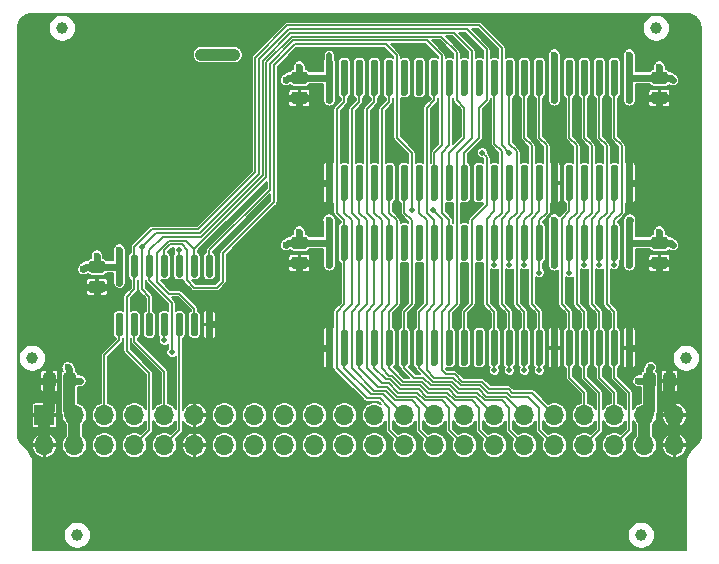
<source format=gtl>
G04 #@! TF.GenerationSoftware,KiCad,Pcbnew,(5.1.10-1-10_14)*
G04 #@! TF.CreationDate,2021-11-16T23:45:20-05:00*
G04 #@! TF.ProjectId,MacClassicRAMCard,4d616343-6c61-4737-9369-6352414d4361,rev?*
G04 #@! TF.SameCoordinates,Original*
G04 #@! TF.FileFunction,Copper,L1,Top*
G04 #@! TF.FilePolarity,Positive*
%FSLAX46Y46*%
G04 Gerber Fmt 4.6, Leading zero omitted, Abs format (unit mm)*
G04 Created by KiCad (PCBNEW (5.1.10-1-10_14)) date 2021-11-16 23:45:20*
%MOMM*%
%LPD*%
G01*
G04 APERTURE LIST*
G04 #@! TA.AperFunction,ComponentPad*
%ADD10O,1.700000X1.700000*%
G04 #@! TD*
G04 #@! TA.AperFunction,ComponentPad*
%ADD11R,1.700000X1.700000*%
G04 #@! TD*
G04 #@! TA.AperFunction,SMDPad,CuDef*
%ADD12C,1.000000*%
G04 #@! TD*
G04 #@! TA.AperFunction,ComponentPad*
%ADD13C,2.000000*%
G04 #@! TD*
G04 #@! TA.AperFunction,ViaPad*
%ADD14C,0.600000*%
G04 #@! TD*
G04 #@! TA.AperFunction,ViaPad*
%ADD15C,0.500000*%
G04 #@! TD*
G04 #@! TA.AperFunction,ViaPad*
%ADD16C,1.000000*%
G04 #@! TD*
G04 #@! TA.AperFunction,Conductor*
%ADD17C,0.600000*%
G04 #@! TD*
G04 #@! TA.AperFunction,Conductor*
%ADD18C,1.000000*%
G04 #@! TD*
G04 #@! TA.AperFunction,Conductor*
%ADD19C,0.500000*%
G04 #@! TD*
G04 #@! TA.AperFunction,Conductor*
%ADD20C,0.150000*%
G04 #@! TD*
G04 #@! TA.AperFunction,Conductor*
%ADD21C,0.154000*%
G04 #@! TD*
G04 #@! TA.AperFunction,Conductor*
%ADD22C,0.100000*%
G04 #@! TD*
G04 APERTURE END LIST*
D10*
X147320000Y-125730000D03*
X147320000Y-123190000D03*
X144780000Y-125730000D03*
X144780000Y-123190000D03*
X142240000Y-125730000D03*
X142240000Y-123190000D03*
X139700000Y-125730000D03*
X139700000Y-123190000D03*
X137160000Y-125730000D03*
X137160000Y-123190000D03*
X134620000Y-125730000D03*
X134620000Y-123190000D03*
X132080000Y-125730000D03*
X132080000Y-123190000D03*
X129540000Y-125730000D03*
X129540000Y-123190000D03*
X127000000Y-125730000D03*
X127000000Y-123190000D03*
X124460000Y-125730000D03*
X124460000Y-123190000D03*
X121920000Y-125730000D03*
X121920000Y-123190000D03*
X119380000Y-125730000D03*
X119380000Y-123190000D03*
X116840000Y-125730000D03*
X116840000Y-123190000D03*
X114300000Y-125730000D03*
X114300000Y-123190000D03*
X111760000Y-125730000D03*
X111760000Y-123190000D03*
X109220000Y-125730000D03*
X109220000Y-123190000D03*
X106680000Y-125730000D03*
X106680000Y-123190000D03*
X104140000Y-125730000D03*
X104140000Y-123190000D03*
X101600000Y-125730000D03*
X101600000Y-123190000D03*
X99060000Y-125730000D03*
X99060000Y-123190000D03*
X96520000Y-125730000D03*
X96520000Y-123190000D03*
X93980000Y-125730000D03*
D11*
X93980000Y-123190000D03*
D12*
X148336000Y-118364000D03*
X92964000Y-118364000D03*
X144526000Y-133350000D03*
D13*
X94234000Y-133350000D03*
X147066000Y-133350000D03*
D12*
X96774000Y-133350000D03*
G04 #@! TA.AperFunction,SMDPad,CuDef*
G36*
G01*
X115132500Y-109760000D02*
X116007500Y-109760000D01*
G75*
G02*
X116270000Y-110022500I0J-262500D01*
G01*
X116270000Y-110547500D01*
G75*
G02*
X116007500Y-110810000I-262500J0D01*
G01*
X115132500Y-110810000D01*
G75*
G02*
X114870000Y-110547500I0J262500D01*
G01*
X114870000Y-110022500D01*
G75*
G02*
X115132500Y-109760000I262500J0D01*
G01*
G37*
G04 #@! TD.AperFunction*
G04 #@! TA.AperFunction,SMDPad,CuDef*
G36*
G01*
X115132500Y-108060000D02*
X116007500Y-108060000D01*
G75*
G02*
X116270000Y-108322500I0J-262500D01*
G01*
X116270000Y-108847500D01*
G75*
G02*
X116007500Y-109110000I-262500J0D01*
G01*
X115132500Y-109110000D01*
G75*
G02*
X114870000Y-108847500I0J262500D01*
G01*
X114870000Y-108322500D01*
G75*
G02*
X115132500Y-108060000I262500J0D01*
G01*
G37*
G04 #@! TD.AperFunction*
G04 #@! TA.AperFunction,SMDPad,CuDef*
G36*
G01*
X146375000Y-120706500D02*
X146375000Y-119831500D01*
G75*
G02*
X146637500Y-119569000I262500J0D01*
G01*
X147162500Y-119569000D01*
G75*
G02*
X147425000Y-119831500I0J-262500D01*
G01*
X147425000Y-120706500D01*
G75*
G02*
X147162500Y-120969000I-262500J0D01*
G01*
X146637500Y-120969000D01*
G75*
G02*
X146375000Y-120706500I0J262500D01*
G01*
G37*
G04 #@! TD.AperFunction*
G04 #@! TA.AperFunction,SMDPad,CuDef*
G36*
G01*
X144675000Y-120706500D02*
X144675000Y-119831500D01*
G75*
G02*
X144937500Y-119569000I262500J0D01*
G01*
X145462500Y-119569000D01*
G75*
G02*
X145725000Y-119831500I0J-262500D01*
G01*
X145725000Y-120706500D01*
G75*
G02*
X145462500Y-120969000I-262500J0D01*
G01*
X144937500Y-120969000D01*
G75*
G02*
X144675000Y-120706500I0J262500D01*
G01*
G37*
G04 #@! TD.AperFunction*
D13*
X92964000Y-90424000D03*
D12*
X95504000Y-90424000D03*
X145796000Y-90424000D03*
D13*
X92964000Y-115824000D03*
X148336000Y-115824000D03*
X148336000Y-90424000D03*
G04 #@! TA.AperFunction,SMDPad,CuDef*
G36*
G01*
X145612500Y-95790000D02*
X146487500Y-95790000D01*
G75*
G02*
X146750000Y-96052500I0J-262500D01*
G01*
X146750000Y-96577500D01*
G75*
G02*
X146487500Y-96840000I-262500J0D01*
G01*
X145612500Y-96840000D01*
G75*
G02*
X145350000Y-96577500I0J262500D01*
G01*
X145350000Y-96052500D01*
G75*
G02*
X145612500Y-95790000I262500J0D01*
G01*
G37*
G04 #@! TD.AperFunction*
G04 #@! TA.AperFunction,SMDPad,CuDef*
G36*
G01*
X145612500Y-94090000D02*
X146487500Y-94090000D01*
G75*
G02*
X146750000Y-94352500I0J-262500D01*
G01*
X146750000Y-94877500D01*
G75*
G02*
X146487500Y-95140000I-262500J0D01*
G01*
X145612500Y-95140000D01*
G75*
G02*
X145350000Y-94877500I0J262500D01*
G01*
X145350000Y-94352500D01*
G75*
G02*
X145612500Y-94090000I262500J0D01*
G01*
G37*
G04 #@! TD.AperFunction*
G04 #@! TA.AperFunction,SMDPad,CuDef*
G36*
G01*
X115132500Y-95790000D02*
X116007500Y-95790000D01*
G75*
G02*
X116270000Y-96052500I0J-262500D01*
G01*
X116270000Y-96577500D01*
G75*
G02*
X116007500Y-96840000I-262500J0D01*
G01*
X115132500Y-96840000D01*
G75*
G02*
X114870000Y-96577500I0J262500D01*
G01*
X114870000Y-96052500D01*
G75*
G02*
X115132500Y-95790000I262500J0D01*
G01*
G37*
G04 #@! TD.AperFunction*
G04 #@! TA.AperFunction,SMDPad,CuDef*
G36*
G01*
X115132500Y-94090000D02*
X116007500Y-94090000D01*
G75*
G02*
X116270000Y-94352500I0J-262500D01*
G01*
X116270000Y-94877500D01*
G75*
G02*
X116007500Y-95140000I-262500J0D01*
G01*
X115132500Y-95140000D01*
G75*
G02*
X114870000Y-94877500I0J262500D01*
G01*
X114870000Y-94352500D01*
G75*
G02*
X115132500Y-94090000I262500J0D01*
G01*
G37*
G04 #@! TD.AperFunction*
G04 #@! TA.AperFunction,SMDPad,CuDef*
G36*
G01*
X145612500Y-108060000D02*
X146487500Y-108060000D01*
G75*
G02*
X146750000Y-108322500I0J-262500D01*
G01*
X146750000Y-108847500D01*
G75*
G02*
X146487500Y-109110000I-262500J0D01*
G01*
X145612500Y-109110000D01*
G75*
G02*
X145350000Y-108847500I0J262500D01*
G01*
X145350000Y-108322500D01*
G75*
G02*
X145612500Y-108060000I262500J0D01*
G01*
G37*
G04 #@! TD.AperFunction*
G04 #@! TA.AperFunction,SMDPad,CuDef*
G36*
G01*
X145612500Y-109760000D02*
X146487500Y-109760000D01*
G75*
G02*
X146750000Y-110022500I0J-262500D01*
G01*
X146750000Y-110547500D01*
G75*
G02*
X146487500Y-110810000I-262500J0D01*
G01*
X145612500Y-110810000D01*
G75*
G02*
X145350000Y-110547500I0J262500D01*
G01*
X145350000Y-110022500D01*
G75*
G02*
X145612500Y-109760000I262500J0D01*
G01*
G37*
G04 #@! TD.AperFunction*
G04 #@! TA.AperFunction,SMDPad,CuDef*
G36*
G01*
X97987500Y-110092000D02*
X98862500Y-110092000D01*
G75*
G02*
X99125000Y-110354500I0J-262500D01*
G01*
X99125000Y-110879500D01*
G75*
G02*
X98862500Y-111142000I-262500J0D01*
G01*
X97987500Y-111142000D01*
G75*
G02*
X97725000Y-110879500I0J262500D01*
G01*
X97725000Y-110354500D01*
G75*
G02*
X97987500Y-110092000I262500J0D01*
G01*
G37*
G04 #@! TD.AperFunction*
G04 #@! TA.AperFunction,SMDPad,CuDef*
G36*
G01*
X97987500Y-111792000D02*
X98862500Y-111792000D01*
G75*
G02*
X99125000Y-112054500I0J-262500D01*
G01*
X99125000Y-112579500D01*
G75*
G02*
X98862500Y-112842000I-262500J0D01*
G01*
X97987500Y-112842000D01*
G75*
G02*
X97725000Y-112579500I0J262500D01*
G01*
X97725000Y-112054500D01*
G75*
G02*
X97987500Y-111792000I262500J0D01*
G01*
G37*
G04 #@! TD.AperFunction*
G04 #@! TA.AperFunction,SMDPad,CuDef*
G36*
G01*
X100480000Y-111530000D02*
X100180000Y-111530000D01*
G75*
G02*
X100030000Y-111380000I0J150000D01*
G01*
X100030000Y-109730000D01*
G75*
G02*
X100180000Y-109580000I150000J0D01*
G01*
X100480000Y-109580000D01*
G75*
G02*
X100630000Y-109730000I0J-150000D01*
G01*
X100630000Y-111380000D01*
G75*
G02*
X100480000Y-111530000I-150000J0D01*
G01*
G37*
G04 #@! TD.AperFunction*
G04 #@! TA.AperFunction,SMDPad,CuDef*
G36*
G01*
X108100000Y-116480000D02*
X107800000Y-116480000D01*
G75*
G02*
X107650000Y-116330000I0J150000D01*
G01*
X107650000Y-114680000D01*
G75*
G02*
X107800000Y-114530000I150000J0D01*
G01*
X108100000Y-114530000D01*
G75*
G02*
X108250000Y-114680000I0J-150000D01*
G01*
X108250000Y-116330000D01*
G75*
G02*
X108100000Y-116480000I-150000J0D01*
G01*
G37*
G04 #@! TD.AperFunction*
G04 #@! TA.AperFunction,SMDPad,CuDef*
G36*
G01*
X103020000Y-111530000D02*
X102720000Y-111530000D01*
G75*
G02*
X102570000Y-111380000I0J150000D01*
G01*
X102570000Y-109730000D01*
G75*
G02*
X102720000Y-109580000I150000J0D01*
G01*
X103020000Y-109580000D01*
G75*
G02*
X103170000Y-109730000I0J-150000D01*
G01*
X103170000Y-111380000D01*
G75*
G02*
X103020000Y-111530000I-150000J0D01*
G01*
G37*
G04 #@! TD.AperFunction*
G04 #@! TA.AperFunction,SMDPad,CuDef*
G36*
G01*
X108100000Y-111530000D02*
X107800000Y-111530000D01*
G75*
G02*
X107650000Y-111380000I0J150000D01*
G01*
X107650000Y-109730000D01*
G75*
G02*
X107800000Y-109580000I150000J0D01*
G01*
X108100000Y-109580000D01*
G75*
G02*
X108250000Y-109730000I0J-150000D01*
G01*
X108250000Y-111380000D01*
G75*
G02*
X108100000Y-111530000I-150000J0D01*
G01*
G37*
G04 #@! TD.AperFunction*
G04 #@! TA.AperFunction,SMDPad,CuDef*
G36*
G01*
X101750000Y-111530000D02*
X101450000Y-111530000D01*
G75*
G02*
X101300000Y-111380000I0J150000D01*
G01*
X101300000Y-109730000D01*
G75*
G02*
X101450000Y-109580000I150000J0D01*
G01*
X101750000Y-109580000D01*
G75*
G02*
X101900000Y-109730000I0J-150000D01*
G01*
X101900000Y-111380000D01*
G75*
G02*
X101750000Y-111530000I-150000J0D01*
G01*
G37*
G04 #@! TD.AperFunction*
G04 #@! TA.AperFunction,SMDPad,CuDef*
G36*
G01*
X106830000Y-116480000D02*
X106530000Y-116480000D01*
G75*
G02*
X106380000Y-116330000I0J150000D01*
G01*
X106380000Y-114680000D01*
G75*
G02*
X106530000Y-114530000I150000J0D01*
G01*
X106830000Y-114530000D01*
G75*
G02*
X106980000Y-114680000I0J-150000D01*
G01*
X106980000Y-116330000D01*
G75*
G02*
X106830000Y-116480000I-150000J0D01*
G01*
G37*
G04 #@! TD.AperFunction*
G04 #@! TA.AperFunction,SMDPad,CuDef*
G36*
G01*
X106830000Y-111530000D02*
X106530000Y-111530000D01*
G75*
G02*
X106380000Y-111380000I0J150000D01*
G01*
X106380000Y-109730000D01*
G75*
G02*
X106530000Y-109580000I150000J0D01*
G01*
X106830000Y-109580000D01*
G75*
G02*
X106980000Y-109730000I0J-150000D01*
G01*
X106980000Y-111380000D01*
G75*
G02*
X106830000Y-111530000I-150000J0D01*
G01*
G37*
G04 #@! TD.AperFunction*
G04 #@! TA.AperFunction,SMDPad,CuDef*
G36*
G01*
X105560000Y-111530000D02*
X105260000Y-111530000D01*
G75*
G02*
X105110000Y-111380000I0J150000D01*
G01*
X105110000Y-109730000D01*
G75*
G02*
X105260000Y-109580000I150000J0D01*
G01*
X105560000Y-109580000D01*
G75*
G02*
X105710000Y-109730000I0J-150000D01*
G01*
X105710000Y-111380000D01*
G75*
G02*
X105560000Y-111530000I-150000J0D01*
G01*
G37*
G04 #@! TD.AperFunction*
G04 #@! TA.AperFunction,SMDPad,CuDef*
G36*
G01*
X104290000Y-111530000D02*
X103990000Y-111530000D01*
G75*
G02*
X103840000Y-111380000I0J150000D01*
G01*
X103840000Y-109730000D01*
G75*
G02*
X103990000Y-109580000I150000J0D01*
G01*
X104290000Y-109580000D01*
G75*
G02*
X104440000Y-109730000I0J-150000D01*
G01*
X104440000Y-111380000D01*
G75*
G02*
X104290000Y-111530000I-150000J0D01*
G01*
G37*
G04 #@! TD.AperFunction*
G04 #@! TA.AperFunction,SMDPad,CuDef*
G36*
G01*
X101750000Y-116480000D02*
X101450000Y-116480000D01*
G75*
G02*
X101300000Y-116330000I0J150000D01*
G01*
X101300000Y-114680000D01*
G75*
G02*
X101450000Y-114530000I150000J0D01*
G01*
X101750000Y-114530000D01*
G75*
G02*
X101900000Y-114680000I0J-150000D01*
G01*
X101900000Y-116330000D01*
G75*
G02*
X101750000Y-116480000I-150000J0D01*
G01*
G37*
G04 #@! TD.AperFunction*
G04 #@! TA.AperFunction,SMDPad,CuDef*
G36*
G01*
X100480000Y-116480000D02*
X100180000Y-116480000D01*
G75*
G02*
X100030000Y-116330000I0J150000D01*
G01*
X100030000Y-114680000D01*
G75*
G02*
X100180000Y-114530000I150000J0D01*
G01*
X100480000Y-114530000D01*
G75*
G02*
X100630000Y-114680000I0J-150000D01*
G01*
X100630000Y-116330000D01*
G75*
G02*
X100480000Y-116480000I-150000J0D01*
G01*
G37*
G04 #@! TD.AperFunction*
G04 #@! TA.AperFunction,SMDPad,CuDef*
G36*
G01*
X104290000Y-116480000D02*
X103990000Y-116480000D01*
G75*
G02*
X103840000Y-116330000I0J150000D01*
G01*
X103840000Y-114680000D01*
G75*
G02*
X103990000Y-114530000I150000J0D01*
G01*
X104290000Y-114530000D01*
G75*
G02*
X104440000Y-114680000I0J-150000D01*
G01*
X104440000Y-116330000D01*
G75*
G02*
X104290000Y-116480000I-150000J0D01*
G01*
G37*
G04 #@! TD.AperFunction*
G04 #@! TA.AperFunction,SMDPad,CuDef*
G36*
G01*
X103020000Y-116480000D02*
X102720000Y-116480000D01*
G75*
G02*
X102570000Y-116330000I0J150000D01*
G01*
X102570000Y-114680000D01*
G75*
G02*
X102720000Y-114530000I150000J0D01*
G01*
X103020000Y-114530000D01*
G75*
G02*
X103170000Y-114680000I0J-150000D01*
G01*
X103170000Y-116330000D01*
G75*
G02*
X103020000Y-116480000I-150000J0D01*
G01*
G37*
G04 #@! TD.AperFunction*
G04 #@! TA.AperFunction,SMDPad,CuDef*
G36*
G01*
X105560000Y-116480000D02*
X105260000Y-116480000D01*
G75*
G02*
X105110000Y-116330000I0J150000D01*
G01*
X105110000Y-114680000D01*
G75*
G02*
X105260000Y-114530000I150000J0D01*
G01*
X105560000Y-114530000D01*
G75*
G02*
X105710000Y-114680000I0J-150000D01*
G01*
X105710000Y-116330000D01*
G75*
G02*
X105560000Y-116480000I-150000J0D01*
G01*
G37*
G04 #@! TD.AperFunction*
G04 #@! TA.AperFunction,SMDPad,CuDef*
G36*
G01*
X96625000Y-119831500D02*
X96625000Y-120706500D01*
G75*
G02*
X96362500Y-120969000I-262500J0D01*
G01*
X95837500Y-120969000D01*
G75*
G02*
X95575000Y-120706500I0J262500D01*
G01*
X95575000Y-119831500D01*
G75*
G02*
X95837500Y-119569000I262500J0D01*
G01*
X96362500Y-119569000D01*
G75*
G02*
X96625000Y-119831500I0J-262500D01*
G01*
G37*
G04 #@! TD.AperFunction*
G04 #@! TA.AperFunction,SMDPad,CuDef*
G36*
G01*
X94925000Y-119831500D02*
X94925000Y-120706500D01*
G75*
G02*
X94662500Y-120969000I-262500J0D01*
G01*
X94137500Y-120969000D01*
G75*
G02*
X93875000Y-120706500I0J262500D01*
G01*
X93875000Y-119831500D01*
G75*
G02*
X94137500Y-119569000I262500J0D01*
G01*
X94662500Y-119569000D01*
G75*
G02*
X94925000Y-119831500I0J-262500D01*
G01*
G37*
G04 #@! TD.AperFunction*
G04 #@! TA.AperFunction,SMDPad,CuDef*
G36*
G01*
X125580000Y-101981000D02*
X125880000Y-101981000D01*
G75*
G02*
X126030000Y-102131000I0J-150000D01*
G01*
X126030000Y-104879000D01*
G75*
G02*
X125880000Y-105029000I-150000J0D01*
G01*
X125580000Y-105029000D01*
G75*
G02*
X125430000Y-104879000I0J150000D01*
G01*
X125430000Y-102131000D01*
G75*
G02*
X125580000Y-101981000I150000J0D01*
G01*
G37*
G04 #@! TD.AperFunction*
G04 #@! TA.AperFunction,SMDPad,CuDef*
G36*
G01*
X124310000Y-101981000D02*
X124610000Y-101981000D01*
G75*
G02*
X124760000Y-102131000I0J-150000D01*
G01*
X124760000Y-104879000D01*
G75*
G02*
X124610000Y-105029000I-150000J0D01*
G01*
X124310000Y-105029000D01*
G75*
G02*
X124160000Y-104879000I0J150000D01*
G01*
X124160000Y-102131000D01*
G75*
G02*
X124310000Y-101981000I150000J0D01*
G01*
G37*
G04 #@! TD.AperFunction*
G04 #@! TA.AperFunction,SMDPad,CuDef*
G36*
G01*
X126850000Y-93091000D02*
X127150000Y-93091000D01*
G75*
G02*
X127300000Y-93241000I0J-150000D01*
G01*
X127300000Y-95989000D01*
G75*
G02*
X127150000Y-96139000I-150000J0D01*
G01*
X126850000Y-96139000D01*
G75*
G02*
X126700000Y-95989000I0J150000D01*
G01*
X126700000Y-93241000D01*
G75*
G02*
X126850000Y-93091000I150000J0D01*
G01*
G37*
G04 #@! TD.AperFunction*
G04 #@! TA.AperFunction,SMDPad,CuDef*
G36*
G01*
X134470000Y-93091000D02*
X134770000Y-93091000D01*
G75*
G02*
X134920000Y-93241000I0J-150000D01*
G01*
X134920000Y-95989000D01*
G75*
G02*
X134770000Y-96139000I-150000J0D01*
G01*
X134470000Y-96139000D01*
G75*
G02*
X134320000Y-95989000I0J150000D01*
G01*
X134320000Y-93241000D01*
G75*
G02*
X134470000Y-93091000I150000J0D01*
G01*
G37*
G04 #@! TD.AperFunction*
G04 #@! TA.AperFunction,SMDPad,CuDef*
G36*
G01*
X137010000Y-93091000D02*
X137310000Y-93091000D01*
G75*
G02*
X137460000Y-93241000I0J-150000D01*
G01*
X137460000Y-95989000D01*
G75*
G02*
X137310000Y-96139000I-150000J0D01*
G01*
X137010000Y-96139000D01*
G75*
G02*
X136860000Y-95989000I0J150000D01*
G01*
X136860000Y-93241000D01*
G75*
G02*
X137010000Y-93091000I150000J0D01*
G01*
G37*
G04 #@! TD.AperFunction*
G04 #@! TA.AperFunction,SMDPad,CuDef*
G36*
G01*
X143360000Y-93091000D02*
X143660000Y-93091000D01*
G75*
G02*
X143810000Y-93241000I0J-150000D01*
G01*
X143810000Y-95989000D01*
G75*
G02*
X143660000Y-96139000I-150000J0D01*
G01*
X143360000Y-96139000D01*
G75*
G02*
X143210000Y-95989000I0J150000D01*
G01*
X143210000Y-93241000D01*
G75*
G02*
X143360000Y-93091000I150000J0D01*
G01*
G37*
G04 #@! TD.AperFunction*
G04 #@! TA.AperFunction,SMDPad,CuDef*
G36*
G01*
X142090000Y-93091000D02*
X142390000Y-93091000D01*
G75*
G02*
X142540000Y-93241000I0J-150000D01*
G01*
X142540000Y-95989000D01*
G75*
G02*
X142390000Y-96139000I-150000J0D01*
G01*
X142090000Y-96139000D01*
G75*
G02*
X141940000Y-95989000I0J150000D01*
G01*
X141940000Y-93241000D01*
G75*
G02*
X142090000Y-93091000I150000J0D01*
G01*
G37*
G04 #@! TD.AperFunction*
G04 #@! TA.AperFunction,SMDPad,CuDef*
G36*
G01*
X140820000Y-93091000D02*
X141120000Y-93091000D01*
G75*
G02*
X141270000Y-93241000I0J-150000D01*
G01*
X141270000Y-95989000D01*
G75*
G02*
X141120000Y-96139000I-150000J0D01*
G01*
X140820000Y-96139000D01*
G75*
G02*
X140670000Y-95989000I0J150000D01*
G01*
X140670000Y-93241000D01*
G75*
G02*
X140820000Y-93091000I150000J0D01*
G01*
G37*
G04 #@! TD.AperFunction*
G04 #@! TA.AperFunction,SMDPad,CuDef*
G36*
G01*
X139550000Y-93091000D02*
X139850000Y-93091000D01*
G75*
G02*
X140000000Y-93241000I0J-150000D01*
G01*
X140000000Y-95989000D01*
G75*
G02*
X139850000Y-96139000I-150000J0D01*
G01*
X139550000Y-96139000D01*
G75*
G02*
X139400000Y-95989000I0J150000D01*
G01*
X139400000Y-93241000D01*
G75*
G02*
X139550000Y-93091000I150000J0D01*
G01*
G37*
G04 #@! TD.AperFunction*
G04 #@! TA.AperFunction,SMDPad,CuDef*
G36*
G01*
X138280000Y-93091000D02*
X138580000Y-93091000D01*
G75*
G02*
X138730000Y-93241000I0J-150000D01*
G01*
X138730000Y-95989000D01*
G75*
G02*
X138580000Y-96139000I-150000J0D01*
G01*
X138280000Y-96139000D01*
G75*
G02*
X138130000Y-95989000I0J150000D01*
G01*
X138130000Y-93241000D01*
G75*
G02*
X138280000Y-93091000I150000J0D01*
G01*
G37*
G04 #@! TD.AperFunction*
G04 #@! TA.AperFunction,SMDPad,CuDef*
G36*
G01*
X133200000Y-93091000D02*
X133500000Y-93091000D01*
G75*
G02*
X133650000Y-93241000I0J-150000D01*
G01*
X133650000Y-95989000D01*
G75*
G02*
X133500000Y-96139000I-150000J0D01*
G01*
X133200000Y-96139000D01*
G75*
G02*
X133050000Y-95989000I0J150000D01*
G01*
X133050000Y-93241000D01*
G75*
G02*
X133200000Y-93091000I150000J0D01*
G01*
G37*
G04 #@! TD.AperFunction*
G04 #@! TA.AperFunction,SMDPad,CuDef*
G36*
G01*
X131930000Y-93091000D02*
X132230000Y-93091000D01*
G75*
G02*
X132380000Y-93241000I0J-150000D01*
G01*
X132380000Y-95989000D01*
G75*
G02*
X132230000Y-96139000I-150000J0D01*
G01*
X131930000Y-96139000D01*
G75*
G02*
X131780000Y-95989000I0J150000D01*
G01*
X131780000Y-93241000D01*
G75*
G02*
X131930000Y-93091000I150000J0D01*
G01*
G37*
G04 #@! TD.AperFunction*
G04 #@! TA.AperFunction,SMDPad,CuDef*
G36*
G01*
X130660000Y-93091000D02*
X130960000Y-93091000D01*
G75*
G02*
X131110000Y-93241000I0J-150000D01*
G01*
X131110000Y-95989000D01*
G75*
G02*
X130960000Y-96139000I-150000J0D01*
G01*
X130660000Y-96139000D01*
G75*
G02*
X130510000Y-95989000I0J150000D01*
G01*
X130510000Y-93241000D01*
G75*
G02*
X130660000Y-93091000I150000J0D01*
G01*
G37*
G04 #@! TD.AperFunction*
G04 #@! TA.AperFunction,SMDPad,CuDef*
G36*
G01*
X129390000Y-93091000D02*
X129690000Y-93091000D01*
G75*
G02*
X129840000Y-93241000I0J-150000D01*
G01*
X129840000Y-95989000D01*
G75*
G02*
X129690000Y-96139000I-150000J0D01*
G01*
X129390000Y-96139000D01*
G75*
G02*
X129240000Y-95989000I0J150000D01*
G01*
X129240000Y-93241000D01*
G75*
G02*
X129390000Y-93091000I150000J0D01*
G01*
G37*
G04 #@! TD.AperFunction*
G04 #@! TA.AperFunction,SMDPad,CuDef*
G36*
G01*
X128120000Y-93091000D02*
X128420000Y-93091000D01*
G75*
G02*
X128570000Y-93241000I0J-150000D01*
G01*
X128570000Y-95989000D01*
G75*
G02*
X128420000Y-96139000I-150000J0D01*
G01*
X128120000Y-96139000D01*
G75*
G02*
X127970000Y-95989000I0J150000D01*
G01*
X127970000Y-93241000D01*
G75*
G02*
X128120000Y-93091000I150000J0D01*
G01*
G37*
G04 #@! TD.AperFunction*
G04 #@! TA.AperFunction,SMDPad,CuDef*
G36*
G01*
X117960000Y-101981000D02*
X118260000Y-101981000D01*
G75*
G02*
X118410000Y-102131000I0J-150000D01*
G01*
X118410000Y-104879000D01*
G75*
G02*
X118260000Y-105029000I-150000J0D01*
G01*
X117960000Y-105029000D01*
G75*
G02*
X117810000Y-104879000I0J150000D01*
G01*
X117810000Y-102131000D01*
G75*
G02*
X117960000Y-101981000I150000J0D01*
G01*
G37*
G04 #@! TD.AperFunction*
G04 #@! TA.AperFunction,SMDPad,CuDef*
G36*
G01*
X119230000Y-101981000D02*
X119530000Y-101981000D01*
G75*
G02*
X119680000Y-102131000I0J-150000D01*
G01*
X119680000Y-104879000D01*
G75*
G02*
X119530000Y-105029000I-150000J0D01*
G01*
X119230000Y-105029000D01*
G75*
G02*
X119080000Y-104879000I0J150000D01*
G01*
X119080000Y-102131000D01*
G75*
G02*
X119230000Y-101981000I150000J0D01*
G01*
G37*
G04 #@! TD.AperFunction*
G04 #@! TA.AperFunction,SMDPad,CuDef*
G36*
G01*
X120500000Y-101981000D02*
X120800000Y-101981000D01*
G75*
G02*
X120950000Y-102131000I0J-150000D01*
G01*
X120950000Y-104879000D01*
G75*
G02*
X120800000Y-105029000I-150000J0D01*
G01*
X120500000Y-105029000D01*
G75*
G02*
X120350000Y-104879000I0J150000D01*
G01*
X120350000Y-102131000D01*
G75*
G02*
X120500000Y-101981000I150000J0D01*
G01*
G37*
G04 #@! TD.AperFunction*
G04 #@! TA.AperFunction,SMDPad,CuDef*
G36*
G01*
X121770000Y-101981000D02*
X122070000Y-101981000D01*
G75*
G02*
X122220000Y-102131000I0J-150000D01*
G01*
X122220000Y-104879000D01*
G75*
G02*
X122070000Y-105029000I-150000J0D01*
G01*
X121770000Y-105029000D01*
G75*
G02*
X121620000Y-104879000I0J150000D01*
G01*
X121620000Y-102131000D01*
G75*
G02*
X121770000Y-101981000I150000J0D01*
G01*
G37*
G04 #@! TD.AperFunction*
G04 #@! TA.AperFunction,SMDPad,CuDef*
G36*
G01*
X123040000Y-101981000D02*
X123340000Y-101981000D01*
G75*
G02*
X123490000Y-102131000I0J-150000D01*
G01*
X123490000Y-104879000D01*
G75*
G02*
X123340000Y-105029000I-150000J0D01*
G01*
X123040000Y-105029000D01*
G75*
G02*
X122890000Y-104879000I0J150000D01*
G01*
X122890000Y-102131000D01*
G75*
G02*
X123040000Y-101981000I150000J0D01*
G01*
G37*
G04 #@! TD.AperFunction*
G04 #@! TA.AperFunction,SMDPad,CuDef*
G36*
G01*
X135740000Y-93091000D02*
X136040000Y-93091000D01*
G75*
G02*
X136190000Y-93241000I0J-150000D01*
G01*
X136190000Y-95989000D01*
G75*
G02*
X136040000Y-96139000I-150000J0D01*
G01*
X135740000Y-96139000D01*
G75*
G02*
X135590000Y-95989000I0J150000D01*
G01*
X135590000Y-93241000D01*
G75*
G02*
X135740000Y-93091000I150000J0D01*
G01*
G37*
G04 #@! TD.AperFunction*
G04 #@! TA.AperFunction,SMDPad,CuDef*
G36*
G01*
X125580000Y-93091000D02*
X125880000Y-93091000D01*
G75*
G02*
X126030000Y-93241000I0J-150000D01*
G01*
X126030000Y-95989000D01*
G75*
G02*
X125880000Y-96139000I-150000J0D01*
G01*
X125580000Y-96139000D01*
G75*
G02*
X125430000Y-95989000I0J150000D01*
G01*
X125430000Y-93241000D01*
G75*
G02*
X125580000Y-93091000I150000J0D01*
G01*
G37*
G04 #@! TD.AperFunction*
G04 #@! TA.AperFunction,SMDPad,CuDef*
G36*
G01*
X124310000Y-93091000D02*
X124610000Y-93091000D01*
G75*
G02*
X124760000Y-93241000I0J-150000D01*
G01*
X124760000Y-95989000D01*
G75*
G02*
X124610000Y-96139000I-150000J0D01*
G01*
X124310000Y-96139000D01*
G75*
G02*
X124160000Y-95989000I0J150000D01*
G01*
X124160000Y-93241000D01*
G75*
G02*
X124310000Y-93091000I150000J0D01*
G01*
G37*
G04 #@! TD.AperFunction*
G04 #@! TA.AperFunction,SMDPad,CuDef*
G36*
G01*
X123040000Y-93091000D02*
X123340000Y-93091000D01*
G75*
G02*
X123490000Y-93241000I0J-150000D01*
G01*
X123490000Y-95989000D01*
G75*
G02*
X123340000Y-96139000I-150000J0D01*
G01*
X123040000Y-96139000D01*
G75*
G02*
X122890000Y-95989000I0J150000D01*
G01*
X122890000Y-93241000D01*
G75*
G02*
X123040000Y-93091000I150000J0D01*
G01*
G37*
G04 #@! TD.AperFunction*
G04 #@! TA.AperFunction,SMDPad,CuDef*
G36*
G01*
X121770000Y-93091000D02*
X122070000Y-93091000D01*
G75*
G02*
X122220000Y-93241000I0J-150000D01*
G01*
X122220000Y-95989000D01*
G75*
G02*
X122070000Y-96139000I-150000J0D01*
G01*
X121770000Y-96139000D01*
G75*
G02*
X121620000Y-95989000I0J150000D01*
G01*
X121620000Y-93241000D01*
G75*
G02*
X121770000Y-93091000I150000J0D01*
G01*
G37*
G04 #@! TD.AperFunction*
G04 #@! TA.AperFunction,SMDPad,CuDef*
G36*
G01*
X120500000Y-93091000D02*
X120800000Y-93091000D01*
G75*
G02*
X120950000Y-93241000I0J-150000D01*
G01*
X120950000Y-95989000D01*
G75*
G02*
X120800000Y-96139000I-150000J0D01*
G01*
X120500000Y-96139000D01*
G75*
G02*
X120350000Y-95989000I0J150000D01*
G01*
X120350000Y-93241000D01*
G75*
G02*
X120500000Y-93091000I150000J0D01*
G01*
G37*
G04 #@! TD.AperFunction*
G04 #@! TA.AperFunction,SMDPad,CuDef*
G36*
G01*
X135740000Y-101981000D02*
X136040000Y-101981000D01*
G75*
G02*
X136190000Y-102131000I0J-150000D01*
G01*
X136190000Y-104879000D01*
G75*
G02*
X136040000Y-105029000I-150000J0D01*
G01*
X135740000Y-105029000D01*
G75*
G02*
X135590000Y-104879000I0J150000D01*
G01*
X135590000Y-102131000D01*
G75*
G02*
X135740000Y-101981000I150000J0D01*
G01*
G37*
G04 #@! TD.AperFunction*
G04 #@! TA.AperFunction,SMDPad,CuDef*
G36*
G01*
X134470000Y-101981000D02*
X134770000Y-101981000D01*
G75*
G02*
X134920000Y-102131000I0J-150000D01*
G01*
X134920000Y-104879000D01*
G75*
G02*
X134770000Y-105029000I-150000J0D01*
G01*
X134470000Y-105029000D01*
G75*
G02*
X134320000Y-104879000I0J150000D01*
G01*
X134320000Y-102131000D01*
G75*
G02*
X134470000Y-101981000I150000J0D01*
G01*
G37*
G04 #@! TD.AperFunction*
G04 #@! TA.AperFunction,SMDPad,CuDef*
G36*
G01*
X126850000Y-101981000D02*
X127150000Y-101981000D01*
G75*
G02*
X127300000Y-102131000I0J-150000D01*
G01*
X127300000Y-104879000D01*
G75*
G02*
X127150000Y-105029000I-150000J0D01*
G01*
X126850000Y-105029000D01*
G75*
G02*
X126700000Y-104879000I0J150000D01*
G01*
X126700000Y-102131000D01*
G75*
G02*
X126850000Y-101981000I150000J0D01*
G01*
G37*
G04 #@! TD.AperFunction*
G04 #@! TA.AperFunction,SMDPad,CuDef*
G36*
G01*
X128120000Y-101981000D02*
X128420000Y-101981000D01*
G75*
G02*
X128570000Y-102131000I0J-150000D01*
G01*
X128570000Y-104879000D01*
G75*
G02*
X128420000Y-105029000I-150000J0D01*
G01*
X128120000Y-105029000D01*
G75*
G02*
X127970000Y-104879000I0J150000D01*
G01*
X127970000Y-102131000D01*
G75*
G02*
X128120000Y-101981000I150000J0D01*
G01*
G37*
G04 #@! TD.AperFunction*
G04 #@! TA.AperFunction,SMDPad,CuDef*
G36*
G01*
X129390000Y-101981000D02*
X129690000Y-101981000D01*
G75*
G02*
X129840000Y-102131000I0J-150000D01*
G01*
X129840000Y-104879000D01*
G75*
G02*
X129690000Y-105029000I-150000J0D01*
G01*
X129390000Y-105029000D01*
G75*
G02*
X129240000Y-104879000I0J150000D01*
G01*
X129240000Y-102131000D01*
G75*
G02*
X129390000Y-101981000I150000J0D01*
G01*
G37*
G04 #@! TD.AperFunction*
G04 #@! TA.AperFunction,SMDPad,CuDef*
G36*
G01*
X130660000Y-101981000D02*
X130960000Y-101981000D01*
G75*
G02*
X131110000Y-102131000I0J-150000D01*
G01*
X131110000Y-104879000D01*
G75*
G02*
X130960000Y-105029000I-150000J0D01*
G01*
X130660000Y-105029000D01*
G75*
G02*
X130510000Y-104879000I0J150000D01*
G01*
X130510000Y-102131000D01*
G75*
G02*
X130660000Y-101981000I150000J0D01*
G01*
G37*
G04 #@! TD.AperFunction*
G04 #@! TA.AperFunction,SMDPad,CuDef*
G36*
G01*
X131930000Y-101981000D02*
X132230000Y-101981000D01*
G75*
G02*
X132380000Y-102131000I0J-150000D01*
G01*
X132380000Y-104879000D01*
G75*
G02*
X132230000Y-105029000I-150000J0D01*
G01*
X131930000Y-105029000D01*
G75*
G02*
X131780000Y-104879000I0J150000D01*
G01*
X131780000Y-102131000D01*
G75*
G02*
X131930000Y-101981000I150000J0D01*
G01*
G37*
G04 #@! TD.AperFunction*
G04 #@! TA.AperFunction,SMDPad,CuDef*
G36*
G01*
X133200000Y-101981000D02*
X133500000Y-101981000D01*
G75*
G02*
X133650000Y-102131000I0J-150000D01*
G01*
X133650000Y-104879000D01*
G75*
G02*
X133500000Y-105029000I-150000J0D01*
G01*
X133200000Y-105029000D01*
G75*
G02*
X133050000Y-104879000I0J150000D01*
G01*
X133050000Y-102131000D01*
G75*
G02*
X133200000Y-101981000I150000J0D01*
G01*
G37*
G04 #@! TD.AperFunction*
G04 #@! TA.AperFunction,SMDPad,CuDef*
G36*
G01*
X137010000Y-101981000D02*
X137310000Y-101981000D01*
G75*
G02*
X137460000Y-102131000I0J-150000D01*
G01*
X137460000Y-104879000D01*
G75*
G02*
X137310000Y-105029000I-150000J0D01*
G01*
X137010000Y-105029000D01*
G75*
G02*
X136860000Y-104879000I0J150000D01*
G01*
X136860000Y-102131000D01*
G75*
G02*
X137010000Y-101981000I150000J0D01*
G01*
G37*
G04 #@! TD.AperFunction*
G04 #@! TA.AperFunction,SMDPad,CuDef*
G36*
G01*
X138280000Y-101981000D02*
X138580000Y-101981000D01*
G75*
G02*
X138730000Y-102131000I0J-150000D01*
G01*
X138730000Y-104879000D01*
G75*
G02*
X138580000Y-105029000I-150000J0D01*
G01*
X138280000Y-105029000D01*
G75*
G02*
X138130000Y-104879000I0J150000D01*
G01*
X138130000Y-102131000D01*
G75*
G02*
X138280000Y-101981000I150000J0D01*
G01*
G37*
G04 #@! TD.AperFunction*
G04 #@! TA.AperFunction,SMDPad,CuDef*
G36*
G01*
X140820000Y-101981000D02*
X141120000Y-101981000D01*
G75*
G02*
X141270000Y-102131000I0J-150000D01*
G01*
X141270000Y-104879000D01*
G75*
G02*
X141120000Y-105029000I-150000J0D01*
G01*
X140820000Y-105029000D01*
G75*
G02*
X140670000Y-104879000I0J150000D01*
G01*
X140670000Y-102131000D01*
G75*
G02*
X140820000Y-101981000I150000J0D01*
G01*
G37*
G04 #@! TD.AperFunction*
G04 #@! TA.AperFunction,SMDPad,CuDef*
G36*
G01*
X139550000Y-101981000D02*
X139850000Y-101981000D01*
G75*
G02*
X140000000Y-102131000I0J-150000D01*
G01*
X140000000Y-104879000D01*
G75*
G02*
X139850000Y-105029000I-150000J0D01*
G01*
X139550000Y-105029000D01*
G75*
G02*
X139400000Y-104879000I0J150000D01*
G01*
X139400000Y-102131000D01*
G75*
G02*
X139550000Y-101981000I150000J0D01*
G01*
G37*
G04 #@! TD.AperFunction*
G04 #@! TA.AperFunction,SMDPad,CuDef*
G36*
G01*
X117960000Y-93091000D02*
X118260000Y-93091000D01*
G75*
G02*
X118410000Y-93241000I0J-150000D01*
G01*
X118410000Y-95989000D01*
G75*
G02*
X118260000Y-96139000I-150000J0D01*
G01*
X117960000Y-96139000D01*
G75*
G02*
X117810000Y-95989000I0J150000D01*
G01*
X117810000Y-93241000D01*
G75*
G02*
X117960000Y-93091000I150000J0D01*
G01*
G37*
G04 #@! TD.AperFunction*
G04 #@! TA.AperFunction,SMDPad,CuDef*
G36*
G01*
X119230000Y-93091000D02*
X119530000Y-93091000D01*
G75*
G02*
X119680000Y-93241000I0J-150000D01*
G01*
X119680000Y-95989000D01*
G75*
G02*
X119530000Y-96139000I-150000J0D01*
G01*
X119230000Y-96139000D01*
G75*
G02*
X119080000Y-95989000I0J150000D01*
G01*
X119080000Y-93241000D01*
G75*
G02*
X119230000Y-93091000I150000J0D01*
G01*
G37*
G04 #@! TD.AperFunction*
G04 #@! TA.AperFunction,SMDPad,CuDef*
G36*
G01*
X143360000Y-101981000D02*
X143660000Y-101981000D01*
G75*
G02*
X143810000Y-102131000I0J-150000D01*
G01*
X143810000Y-104879000D01*
G75*
G02*
X143660000Y-105029000I-150000J0D01*
G01*
X143360000Y-105029000D01*
G75*
G02*
X143210000Y-104879000I0J150000D01*
G01*
X143210000Y-102131000D01*
G75*
G02*
X143360000Y-101981000I150000J0D01*
G01*
G37*
G04 #@! TD.AperFunction*
G04 #@! TA.AperFunction,SMDPad,CuDef*
G36*
G01*
X142090000Y-101981000D02*
X142390000Y-101981000D01*
G75*
G02*
X142540000Y-102131000I0J-150000D01*
G01*
X142540000Y-104879000D01*
G75*
G02*
X142390000Y-105029000I-150000J0D01*
G01*
X142090000Y-105029000D01*
G75*
G02*
X141940000Y-104879000I0J150000D01*
G01*
X141940000Y-102131000D01*
G75*
G02*
X142090000Y-101981000I150000J0D01*
G01*
G37*
G04 #@! TD.AperFunction*
G04 #@! TA.AperFunction,SMDPad,CuDef*
G36*
G01*
X142090000Y-115951000D02*
X142390000Y-115951000D01*
G75*
G02*
X142540000Y-116101000I0J-150000D01*
G01*
X142540000Y-118849000D01*
G75*
G02*
X142390000Y-118999000I-150000J0D01*
G01*
X142090000Y-118999000D01*
G75*
G02*
X141940000Y-118849000I0J150000D01*
G01*
X141940000Y-116101000D01*
G75*
G02*
X142090000Y-115951000I150000J0D01*
G01*
G37*
G04 #@! TD.AperFunction*
G04 #@! TA.AperFunction,SMDPad,CuDef*
G36*
G01*
X143360000Y-115951000D02*
X143660000Y-115951000D01*
G75*
G02*
X143810000Y-116101000I0J-150000D01*
G01*
X143810000Y-118849000D01*
G75*
G02*
X143660000Y-118999000I-150000J0D01*
G01*
X143360000Y-118999000D01*
G75*
G02*
X143210000Y-118849000I0J150000D01*
G01*
X143210000Y-116101000D01*
G75*
G02*
X143360000Y-115951000I150000J0D01*
G01*
G37*
G04 #@! TD.AperFunction*
G04 #@! TA.AperFunction,SMDPad,CuDef*
G36*
G01*
X119230000Y-107061000D02*
X119530000Y-107061000D01*
G75*
G02*
X119680000Y-107211000I0J-150000D01*
G01*
X119680000Y-109959000D01*
G75*
G02*
X119530000Y-110109000I-150000J0D01*
G01*
X119230000Y-110109000D01*
G75*
G02*
X119080000Y-109959000I0J150000D01*
G01*
X119080000Y-107211000D01*
G75*
G02*
X119230000Y-107061000I150000J0D01*
G01*
G37*
G04 #@! TD.AperFunction*
G04 #@! TA.AperFunction,SMDPad,CuDef*
G36*
G01*
X117960000Y-107061000D02*
X118260000Y-107061000D01*
G75*
G02*
X118410000Y-107211000I0J-150000D01*
G01*
X118410000Y-109959000D01*
G75*
G02*
X118260000Y-110109000I-150000J0D01*
G01*
X117960000Y-110109000D01*
G75*
G02*
X117810000Y-109959000I0J150000D01*
G01*
X117810000Y-107211000D01*
G75*
G02*
X117960000Y-107061000I150000J0D01*
G01*
G37*
G04 #@! TD.AperFunction*
G04 #@! TA.AperFunction,SMDPad,CuDef*
G36*
G01*
X139550000Y-115951000D02*
X139850000Y-115951000D01*
G75*
G02*
X140000000Y-116101000I0J-150000D01*
G01*
X140000000Y-118849000D01*
G75*
G02*
X139850000Y-118999000I-150000J0D01*
G01*
X139550000Y-118999000D01*
G75*
G02*
X139400000Y-118849000I0J150000D01*
G01*
X139400000Y-116101000D01*
G75*
G02*
X139550000Y-115951000I150000J0D01*
G01*
G37*
G04 #@! TD.AperFunction*
G04 #@! TA.AperFunction,SMDPad,CuDef*
G36*
G01*
X140820000Y-115951000D02*
X141120000Y-115951000D01*
G75*
G02*
X141270000Y-116101000I0J-150000D01*
G01*
X141270000Y-118849000D01*
G75*
G02*
X141120000Y-118999000I-150000J0D01*
G01*
X140820000Y-118999000D01*
G75*
G02*
X140670000Y-118849000I0J150000D01*
G01*
X140670000Y-116101000D01*
G75*
G02*
X140820000Y-115951000I150000J0D01*
G01*
G37*
G04 #@! TD.AperFunction*
G04 #@! TA.AperFunction,SMDPad,CuDef*
G36*
G01*
X138280000Y-115951000D02*
X138580000Y-115951000D01*
G75*
G02*
X138730000Y-116101000I0J-150000D01*
G01*
X138730000Y-118849000D01*
G75*
G02*
X138580000Y-118999000I-150000J0D01*
G01*
X138280000Y-118999000D01*
G75*
G02*
X138130000Y-118849000I0J150000D01*
G01*
X138130000Y-116101000D01*
G75*
G02*
X138280000Y-115951000I150000J0D01*
G01*
G37*
G04 #@! TD.AperFunction*
G04 #@! TA.AperFunction,SMDPad,CuDef*
G36*
G01*
X137010000Y-115951000D02*
X137310000Y-115951000D01*
G75*
G02*
X137460000Y-116101000I0J-150000D01*
G01*
X137460000Y-118849000D01*
G75*
G02*
X137310000Y-118999000I-150000J0D01*
G01*
X137010000Y-118999000D01*
G75*
G02*
X136860000Y-118849000I0J150000D01*
G01*
X136860000Y-116101000D01*
G75*
G02*
X137010000Y-115951000I150000J0D01*
G01*
G37*
G04 #@! TD.AperFunction*
G04 #@! TA.AperFunction,SMDPad,CuDef*
G36*
G01*
X133200000Y-115951000D02*
X133500000Y-115951000D01*
G75*
G02*
X133650000Y-116101000I0J-150000D01*
G01*
X133650000Y-118849000D01*
G75*
G02*
X133500000Y-118999000I-150000J0D01*
G01*
X133200000Y-118999000D01*
G75*
G02*
X133050000Y-118849000I0J150000D01*
G01*
X133050000Y-116101000D01*
G75*
G02*
X133200000Y-115951000I150000J0D01*
G01*
G37*
G04 #@! TD.AperFunction*
G04 #@! TA.AperFunction,SMDPad,CuDef*
G36*
G01*
X131930000Y-115951000D02*
X132230000Y-115951000D01*
G75*
G02*
X132380000Y-116101000I0J-150000D01*
G01*
X132380000Y-118849000D01*
G75*
G02*
X132230000Y-118999000I-150000J0D01*
G01*
X131930000Y-118999000D01*
G75*
G02*
X131780000Y-118849000I0J150000D01*
G01*
X131780000Y-116101000D01*
G75*
G02*
X131930000Y-115951000I150000J0D01*
G01*
G37*
G04 #@! TD.AperFunction*
G04 #@! TA.AperFunction,SMDPad,CuDef*
G36*
G01*
X130660000Y-115951000D02*
X130960000Y-115951000D01*
G75*
G02*
X131110000Y-116101000I0J-150000D01*
G01*
X131110000Y-118849000D01*
G75*
G02*
X130960000Y-118999000I-150000J0D01*
G01*
X130660000Y-118999000D01*
G75*
G02*
X130510000Y-118849000I0J150000D01*
G01*
X130510000Y-116101000D01*
G75*
G02*
X130660000Y-115951000I150000J0D01*
G01*
G37*
G04 #@! TD.AperFunction*
G04 #@! TA.AperFunction,SMDPad,CuDef*
G36*
G01*
X129390000Y-115951000D02*
X129690000Y-115951000D01*
G75*
G02*
X129840000Y-116101000I0J-150000D01*
G01*
X129840000Y-118849000D01*
G75*
G02*
X129690000Y-118999000I-150000J0D01*
G01*
X129390000Y-118999000D01*
G75*
G02*
X129240000Y-118849000I0J150000D01*
G01*
X129240000Y-116101000D01*
G75*
G02*
X129390000Y-115951000I150000J0D01*
G01*
G37*
G04 #@! TD.AperFunction*
G04 #@! TA.AperFunction,SMDPad,CuDef*
G36*
G01*
X128120000Y-115951000D02*
X128420000Y-115951000D01*
G75*
G02*
X128570000Y-116101000I0J-150000D01*
G01*
X128570000Y-118849000D01*
G75*
G02*
X128420000Y-118999000I-150000J0D01*
G01*
X128120000Y-118999000D01*
G75*
G02*
X127970000Y-118849000I0J150000D01*
G01*
X127970000Y-116101000D01*
G75*
G02*
X128120000Y-115951000I150000J0D01*
G01*
G37*
G04 #@! TD.AperFunction*
G04 #@! TA.AperFunction,SMDPad,CuDef*
G36*
G01*
X126850000Y-115951000D02*
X127150000Y-115951000D01*
G75*
G02*
X127300000Y-116101000I0J-150000D01*
G01*
X127300000Y-118849000D01*
G75*
G02*
X127150000Y-118999000I-150000J0D01*
G01*
X126850000Y-118999000D01*
G75*
G02*
X126700000Y-118849000I0J150000D01*
G01*
X126700000Y-116101000D01*
G75*
G02*
X126850000Y-115951000I150000J0D01*
G01*
G37*
G04 #@! TD.AperFunction*
G04 #@! TA.AperFunction,SMDPad,CuDef*
G36*
G01*
X134470000Y-115951000D02*
X134770000Y-115951000D01*
G75*
G02*
X134920000Y-116101000I0J-150000D01*
G01*
X134920000Y-118849000D01*
G75*
G02*
X134770000Y-118999000I-150000J0D01*
G01*
X134470000Y-118999000D01*
G75*
G02*
X134320000Y-118849000I0J150000D01*
G01*
X134320000Y-116101000D01*
G75*
G02*
X134470000Y-115951000I150000J0D01*
G01*
G37*
G04 #@! TD.AperFunction*
G04 #@! TA.AperFunction,SMDPad,CuDef*
G36*
G01*
X135740000Y-115951000D02*
X136040000Y-115951000D01*
G75*
G02*
X136190000Y-116101000I0J-150000D01*
G01*
X136190000Y-118849000D01*
G75*
G02*
X136040000Y-118999000I-150000J0D01*
G01*
X135740000Y-118999000D01*
G75*
G02*
X135590000Y-118849000I0J150000D01*
G01*
X135590000Y-116101000D01*
G75*
G02*
X135740000Y-115951000I150000J0D01*
G01*
G37*
G04 #@! TD.AperFunction*
G04 #@! TA.AperFunction,SMDPad,CuDef*
G36*
G01*
X120500000Y-107061000D02*
X120800000Y-107061000D01*
G75*
G02*
X120950000Y-107211000I0J-150000D01*
G01*
X120950000Y-109959000D01*
G75*
G02*
X120800000Y-110109000I-150000J0D01*
G01*
X120500000Y-110109000D01*
G75*
G02*
X120350000Y-109959000I0J150000D01*
G01*
X120350000Y-107211000D01*
G75*
G02*
X120500000Y-107061000I150000J0D01*
G01*
G37*
G04 #@! TD.AperFunction*
G04 #@! TA.AperFunction,SMDPad,CuDef*
G36*
G01*
X121770000Y-107061000D02*
X122070000Y-107061000D01*
G75*
G02*
X122220000Y-107211000I0J-150000D01*
G01*
X122220000Y-109959000D01*
G75*
G02*
X122070000Y-110109000I-150000J0D01*
G01*
X121770000Y-110109000D01*
G75*
G02*
X121620000Y-109959000I0J150000D01*
G01*
X121620000Y-107211000D01*
G75*
G02*
X121770000Y-107061000I150000J0D01*
G01*
G37*
G04 #@! TD.AperFunction*
G04 #@! TA.AperFunction,SMDPad,CuDef*
G36*
G01*
X123040000Y-107061000D02*
X123340000Y-107061000D01*
G75*
G02*
X123490000Y-107211000I0J-150000D01*
G01*
X123490000Y-109959000D01*
G75*
G02*
X123340000Y-110109000I-150000J0D01*
G01*
X123040000Y-110109000D01*
G75*
G02*
X122890000Y-109959000I0J150000D01*
G01*
X122890000Y-107211000D01*
G75*
G02*
X123040000Y-107061000I150000J0D01*
G01*
G37*
G04 #@! TD.AperFunction*
G04 #@! TA.AperFunction,SMDPad,CuDef*
G36*
G01*
X124310000Y-107061000D02*
X124610000Y-107061000D01*
G75*
G02*
X124760000Y-107211000I0J-150000D01*
G01*
X124760000Y-109959000D01*
G75*
G02*
X124610000Y-110109000I-150000J0D01*
G01*
X124310000Y-110109000D01*
G75*
G02*
X124160000Y-109959000I0J150000D01*
G01*
X124160000Y-107211000D01*
G75*
G02*
X124310000Y-107061000I150000J0D01*
G01*
G37*
G04 #@! TD.AperFunction*
G04 #@! TA.AperFunction,SMDPad,CuDef*
G36*
G01*
X125580000Y-107061000D02*
X125880000Y-107061000D01*
G75*
G02*
X126030000Y-107211000I0J-150000D01*
G01*
X126030000Y-109959000D01*
G75*
G02*
X125880000Y-110109000I-150000J0D01*
G01*
X125580000Y-110109000D01*
G75*
G02*
X125430000Y-109959000I0J150000D01*
G01*
X125430000Y-107211000D01*
G75*
G02*
X125580000Y-107061000I150000J0D01*
G01*
G37*
G04 #@! TD.AperFunction*
G04 #@! TA.AperFunction,SMDPad,CuDef*
G36*
G01*
X135740000Y-107061000D02*
X136040000Y-107061000D01*
G75*
G02*
X136190000Y-107211000I0J-150000D01*
G01*
X136190000Y-109959000D01*
G75*
G02*
X136040000Y-110109000I-150000J0D01*
G01*
X135740000Y-110109000D01*
G75*
G02*
X135590000Y-109959000I0J150000D01*
G01*
X135590000Y-107211000D01*
G75*
G02*
X135740000Y-107061000I150000J0D01*
G01*
G37*
G04 #@! TD.AperFunction*
G04 #@! TA.AperFunction,SMDPad,CuDef*
G36*
G01*
X123040000Y-115951000D02*
X123340000Y-115951000D01*
G75*
G02*
X123490000Y-116101000I0J-150000D01*
G01*
X123490000Y-118849000D01*
G75*
G02*
X123340000Y-118999000I-150000J0D01*
G01*
X123040000Y-118999000D01*
G75*
G02*
X122890000Y-118849000I0J150000D01*
G01*
X122890000Y-116101000D01*
G75*
G02*
X123040000Y-115951000I150000J0D01*
G01*
G37*
G04 #@! TD.AperFunction*
G04 #@! TA.AperFunction,SMDPad,CuDef*
G36*
G01*
X121770000Y-115951000D02*
X122070000Y-115951000D01*
G75*
G02*
X122220000Y-116101000I0J-150000D01*
G01*
X122220000Y-118849000D01*
G75*
G02*
X122070000Y-118999000I-150000J0D01*
G01*
X121770000Y-118999000D01*
G75*
G02*
X121620000Y-118849000I0J150000D01*
G01*
X121620000Y-116101000D01*
G75*
G02*
X121770000Y-115951000I150000J0D01*
G01*
G37*
G04 #@! TD.AperFunction*
G04 #@! TA.AperFunction,SMDPad,CuDef*
G36*
G01*
X120500000Y-115951000D02*
X120800000Y-115951000D01*
G75*
G02*
X120950000Y-116101000I0J-150000D01*
G01*
X120950000Y-118849000D01*
G75*
G02*
X120800000Y-118999000I-150000J0D01*
G01*
X120500000Y-118999000D01*
G75*
G02*
X120350000Y-118849000I0J150000D01*
G01*
X120350000Y-116101000D01*
G75*
G02*
X120500000Y-115951000I150000J0D01*
G01*
G37*
G04 #@! TD.AperFunction*
G04 #@! TA.AperFunction,SMDPad,CuDef*
G36*
G01*
X119230000Y-115951000D02*
X119530000Y-115951000D01*
G75*
G02*
X119680000Y-116101000I0J-150000D01*
G01*
X119680000Y-118849000D01*
G75*
G02*
X119530000Y-118999000I-150000J0D01*
G01*
X119230000Y-118999000D01*
G75*
G02*
X119080000Y-118849000I0J150000D01*
G01*
X119080000Y-116101000D01*
G75*
G02*
X119230000Y-115951000I150000J0D01*
G01*
G37*
G04 #@! TD.AperFunction*
G04 #@! TA.AperFunction,SMDPad,CuDef*
G36*
G01*
X117960000Y-115951000D02*
X118260000Y-115951000D01*
G75*
G02*
X118410000Y-116101000I0J-150000D01*
G01*
X118410000Y-118849000D01*
G75*
G02*
X118260000Y-118999000I-150000J0D01*
G01*
X117960000Y-118999000D01*
G75*
G02*
X117810000Y-118849000I0J150000D01*
G01*
X117810000Y-116101000D01*
G75*
G02*
X117960000Y-115951000I150000J0D01*
G01*
G37*
G04 #@! TD.AperFunction*
G04 #@! TA.AperFunction,SMDPad,CuDef*
G36*
G01*
X128120000Y-107061000D02*
X128420000Y-107061000D01*
G75*
G02*
X128570000Y-107211000I0J-150000D01*
G01*
X128570000Y-109959000D01*
G75*
G02*
X128420000Y-110109000I-150000J0D01*
G01*
X128120000Y-110109000D01*
G75*
G02*
X127970000Y-109959000I0J150000D01*
G01*
X127970000Y-107211000D01*
G75*
G02*
X128120000Y-107061000I150000J0D01*
G01*
G37*
G04 #@! TD.AperFunction*
G04 #@! TA.AperFunction,SMDPad,CuDef*
G36*
G01*
X129390000Y-107061000D02*
X129690000Y-107061000D01*
G75*
G02*
X129840000Y-107211000I0J-150000D01*
G01*
X129840000Y-109959000D01*
G75*
G02*
X129690000Y-110109000I-150000J0D01*
G01*
X129390000Y-110109000D01*
G75*
G02*
X129240000Y-109959000I0J150000D01*
G01*
X129240000Y-107211000D01*
G75*
G02*
X129390000Y-107061000I150000J0D01*
G01*
G37*
G04 #@! TD.AperFunction*
G04 #@! TA.AperFunction,SMDPad,CuDef*
G36*
G01*
X130660000Y-107061000D02*
X130960000Y-107061000D01*
G75*
G02*
X131110000Y-107211000I0J-150000D01*
G01*
X131110000Y-109959000D01*
G75*
G02*
X130960000Y-110109000I-150000J0D01*
G01*
X130660000Y-110109000D01*
G75*
G02*
X130510000Y-109959000I0J150000D01*
G01*
X130510000Y-107211000D01*
G75*
G02*
X130660000Y-107061000I150000J0D01*
G01*
G37*
G04 #@! TD.AperFunction*
G04 #@! TA.AperFunction,SMDPad,CuDef*
G36*
G01*
X131930000Y-107061000D02*
X132230000Y-107061000D01*
G75*
G02*
X132380000Y-107211000I0J-150000D01*
G01*
X132380000Y-109959000D01*
G75*
G02*
X132230000Y-110109000I-150000J0D01*
G01*
X131930000Y-110109000D01*
G75*
G02*
X131780000Y-109959000I0J150000D01*
G01*
X131780000Y-107211000D01*
G75*
G02*
X131930000Y-107061000I150000J0D01*
G01*
G37*
G04 #@! TD.AperFunction*
G04 #@! TA.AperFunction,SMDPad,CuDef*
G36*
G01*
X133200000Y-107061000D02*
X133500000Y-107061000D01*
G75*
G02*
X133650000Y-107211000I0J-150000D01*
G01*
X133650000Y-109959000D01*
G75*
G02*
X133500000Y-110109000I-150000J0D01*
G01*
X133200000Y-110109000D01*
G75*
G02*
X133050000Y-109959000I0J150000D01*
G01*
X133050000Y-107211000D01*
G75*
G02*
X133200000Y-107061000I150000J0D01*
G01*
G37*
G04 #@! TD.AperFunction*
G04 #@! TA.AperFunction,SMDPad,CuDef*
G36*
G01*
X138280000Y-107061000D02*
X138580000Y-107061000D01*
G75*
G02*
X138730000Y-107211000I0J-150000D01*
G01*
X138730000Y-109959000D01*
G75*
G02*
X138580000Y-110109000I-150000J0D01*
G01*
X138280000Y-110109000D01*
G75*
G02*
X138130000Y-109959000I0J150000D01*
G01*
X138130000Y-107211000D01*
G75*
G02*
X138280000Y-107061000I150000J0D01*
G01*
G37*
G04 #@! TD.AperFunction*
G04 #@! TA.AperFunction,SMDPad,CuDef*
G36*
G01*
X139550000Y-107061000D02*
X139850000Y-107061000D01*
G75*
G02*
X140000000Y-107211000I0J-150000D01*
G01*
X140000000Y-109959000D01*
G75*
G02*
X139850000Y-110109000I-150000J0D01*
G01*
X139550000Y-110109000D01*
G75*
G02*
X139400000Y-109959000I0J150000D01*
G01*
X139400000Y-107211000D01*
G75*
G02*
X139550000Y-107061000I150000J0D01*
G01*
G37*
G04 #@! TD.AperFunction*
G04 #@! TA.AperFunction,SMDPad,CuDef*
G36*
G01*
X140820000Y-107061000D02*
X141120000Y-107061000D01*
G75*
G02*
X141270000Y-107211000I0J-150000D01*
G01*
X141270000Y-109959000D01*
G75*
G02*
X141120000Y-110109000I-150000J0D01*
G01*
X140820000Y-110109000D01*
G75*
G02*
X140670000Y-109959000I0J150000D01*
G01*
X140670000Y-107211000D01*
G75*
G02*
X140820000Y-107061000I150000J0D01*
G01*
G37*
G04 #@! TD.AperFunction*
G04 #@! TA.AperFunction,SMDPad,CuDef*
G36*
G01*
X142090000Y-107061000D02*
X142390000Y-107061000D01*
G75*
G02*
X142540000Y-107211000I0J-150000D01*
G01*
X142540000Y-109959000D01*
G75*
G02*
X142390000Y-110109000I-150000J0D01*
G01*
X142090000Y-110109000D01*
G75*
G02*
X141940000Y-109959000I0J150000D01*
G01*
X141940000Y-107211000D01*
G75*
G02*
X142090000Y-107061000I150000J0D01*
G01*
G37*
G04 #@! TD.AperFunction*
G04 #@! TA.AperFunction,SMDPad,CuDef*
G36*
G01*
X143360000Y-107061000D02*
X143660000Y-107061000D01*
G75*
G02*
X143810000Y-107211000I0J-150000D01*
G01*
X143810000Y-109959000D01*
G75*
G02*
X143660000Y-110109000I-150000J0D01*
G01*
X143360000Y-110109000D01*
G75*
G02*
X143210000Y-109959000I0J150000D01*
G01*
X143210000Y-107211000D01*
G75*
G02*
X143360000Y-107061000I150000J0D01*
G01*
G37*
G04 #@! TD.AperFunction*
G04 #@! TA.AperFunction,SMDPad,CuDef*
G36*
G01*
X137010000Y-107061000D02*
X137310000Y-107061000D01*
G75*
G02*
X137460000Y-107211000I0J-150000D01*
G01*
X137460000Y-109959000D01*
G75*
G02*
X137310000Y-110109000I-150000J0D01*
G01*
X137010000Y-110109000D01*
G75*
G02*
X136860000Y-109959000I0J150000D01*
G01*
X136860000Y-107211000D01*
G75*
G02*
X137010000Y-107061000I150000J0D01*
G01*
G37*
G04 #@! TD.AperFunction*
G04 #@! TA.AperFunction,SMDPad,CuDef*
G36*
G01*
X134470000Y-107061000D02*
X134770000Y-107061000D01*
G75*
G02*
X134920000Y-107211000I0J-150000D01*
G01*
X134920000Y-109959000D01*
G75*
G02*
X134770000Y-110109000I-150000J0D01*
G01*
X134470000Y-110109000D01*
G75*
G02*
X134320000Y-109959000I0J150000D01*
G01*
X134320000Y-107211000D01*
G75*
G02*
X134470000Y-107061000I150000J0D01*
G01*
G37*
G04 #@! TD.AperFunction*
G04 #@! TA.AperFunction,SMDPad,CuDef*
G36*
G01*
X126850000Y-107061000D02*
X127150000Y-107061000D01*
G75*
G02*
X127300000Y-107211000I0J-150000D01*
G01*
X127300000Y-109959000D01*
G75*
G02*
X127150000Y-110109000I-150000J0D01*
G01*
X126850000Y-110109000D01*
G75*
G02*
X126700000Y-109959000I0J150000D01*
G01*
X126700000Y-107211000D01*
G75*
G02*
X126850000Y-107061000I150000J0D01*
G01*
G37*
G04 #@! TD.AperFunction*
G04 #@! TA.AperFunction,SMDPad,CuDef*
G36*
G01*
X124310000Y-115951000D02*
X124610000Y-115951000D01*
G75*
G02*
X124760000Y-116101000I0J-150000D01*
G01*
X124760000Y-118849000D01*
G75*
G02*
X124610000Y-118999000I-150000J0D01*
G01*
X124310000Y-118999000D01*
G75*
G02*
X124160000Y-118849000I0J150000D01*
G01*
X124160000Y-116101000D01*
G75*
G02*
X124310000Y-115951000I150000J0D01*
G01*
G37*
G04 #@! TD.AperFunction*
G04 #@! TA.AperFunction,SMDPad,CuDef*
G36*
G01*
X125580000Y-115951000D02*
X125880000Y-115951000D01*
G75*
G02*
X126030000Y-116101000I0J-150000D01*
G01*
X126030000Y-118849000D01*
G75*
G02*
X125880000Y-118999000I-150000J0D01*
G01*
X125580000Y-118999000D01*
G75*
G02*
X125430000Y-118849000I0J150000D01*
G01*
X125430000Y-116101000D01*
G75*
G02*
X125580000Y-115951000I150000J0D01*
G01*
G37*
G04 #@! TD.AperFunction*
D14*
X137160000Y-96520000D03*
X137160000Y-92646500D03*
X137160000Y-106616500D03*
X137160000Y-110490000D03*
X143510000Y-110490000D03*
X143573500Y-106616500D03*
X143510000Y-96520000D03*
X143510000Y-92646500D03*
X118110000Y-96520000D03*
X118110000Y-110490000D03*
X117348000Y-94615000D03*
X144272000Y-94615000D03*
X144272000Y-108585000D03*
X117348000Y-108585000D03*
X146050000Y-93662500D03*
X147193000Y-94805500D03*
X146050000Y-107632500D03*
X147193000Y-108775500D03*
X114427000Y-108775500D03*
X115570000Y-107632500D03*
X114427000Y-94805500D03*
X115570000Y-93662500D03*
X145351500Y-119126000D03*
X144272000Y-120269000D03*
X97028000Y-120269000D03*
X95948500Y-119126000D03*
D15*
X118110000Y-92710000D03*
D14*
X118046500Y-106616500D03*
X99568000Y-110617000D03*
X100330000Y-109156500D03*
X100330000Y-111950500D03*
X97282000Y-110807500D03*
X98425000Y-109664500D03*
D16*
X107251500Y-92646500D03*
X110045500Y-92646500D03*
D14*
X94551500Y-119126000D03*
X93472000Y-120269000D03*
X137160000Y-105473500D03*
X137160000Y-101600000D03*
X137160000Y-119443500D03*
X137160000Y-115570000D03*
X143510000Y-115570000D03*
X143510000Y-119443500D03*
X143510000Y-105473500D03*
X143510000Y-101600000D03*
X118110000Y-115570000D03*
X118110000Y-119443500D03*
X117348000Y-117475000D03*
X144272000Y-117475000D03*
X144272000Y-103505000D03*
X117348000Y-103505000D03*
X118110000Y-105473500D03*
X118110000Y-101600000D03*
X147193000Y-96139000D03*
X144907000Y-96139000D03*
X147193000Y-110109000D03*
X144907000Y-110109000D03*
X116713000Y-110109000D03*
X114427000Y-110109000D03*
X115570000Y-111252000D03*
X146050000Y-111252000D03*
X146050000Y-97282000D03*
X114427000Y-96139000D03*
X115570000Y-97282000D03*
X116713000Y-96139000D03*
X146748500Y-119126000D03*
X147828000Y-120269000D03*
D15*
X125730000Y-110617000D03*
X124460000Y-110617000D03*
X125095000Y-115443000D03*
X132080000Y-111887000D03*
X133350000Y-111887000D03*
X134620000Y-111887000D03*
X135890000Y-111887000D03*
X138430000Y-111887000D03*
X139700000Y-111887000D03*
X140970000Y-111887000D03*
X142240000Y-111887000D03*
X131445000Y-115443000D03*
X132715000Y-115443000D03*
X133985000Y-115443000D03*
X135255000Y-115443000D03*
X139065000Y-115443000D03*
X140335000Y-115443000D03*
X141605000Y-115443000D03*
X120015000Y-121475500D03*
X129540000Y-106045000D03*
X132080000Y-101473000D03*
X130048000Y-101473000D03*
X131445000Y-97409000D03*
X134620000Y-101473000D03*
X135890000Y-101473000D03*
X128270000Y-89662000D03*
X143510000Y-126873000D03*
X140970000Y-126873000D03*
X135890000Y-126873000D03*
X138430000Y-126873000D03*
X128270000Y-126873000D03*
X125730000Y-126873000D03*
X130810000Y-126873000D03*
X133350000Y-126873000D03*
X118110000Y-126873000D03*
X123190000Y-126873000D03*
X115570000Y-126873000D03*
X120650000Y-126873000D03*
X113030000Y-126873000D03*
X110490000Y-126873000D03*
X107950000Y-126873000D03*
X128905000Y-97409000D03*
X130175000Y-115443000D03*
X130810000Y-111887000D03*
X129540000Y-111887000D03*
X128905000Y-115443000D03*
X123952000Y-106045000D03*
X118872000Y-111061500D03*
X123825000Y-115443000D03*
X124460000Y-97028000D03*
X120015000Y-96520000D03*
X121285000Y-96520000D03*
X122555000Y-96520000D03*
X123317000Y-97282000D03*
X127000000Y-97409000D03*
X127000000Y-100076000D03*
X127254000Y-91630500D03*
X128460500Y-91313000D03*
X129540000Y-90995500D03*
X130619500Y-90678000D03*
X133350000Y-92202000D03*
X123761500Y-91948000D03*
X122682000Y-92265500D03*
X125730000Y-101473000D03*
X137160000Y-111887000D03*
D14*
X108712000Y-115443000D03*
X107950000Y-114109500D03*
X107950000Y-116903500D03*
X97282000Y-112141000D03*
X98425000Y-113284000D03*
D15*
X108966000Y-108902500D03*
X112585500Y-103886000D03*
X104902000Y-112395000D03*
X101727000Y-113284000D03*
X105410000Y-113792000D03*
X104775000Y-121412000D03*
X103505000Y-121412000D03*
X100965000Y-121412000D03*
X102235000Y-121412000D03*
X99695000Y-121412000D03*
X98425000Y-121412000D03*
X101473000Y-117538500D03*
X100457000Y-117411500D03*
X102870000Y-118935500D03*
D14*
X99568000Y-112585500D03*
D15*
X114808000Y-119380000D03*
X102743000Y-112331500D03*
X92202000Y-110744000D03*
X92202000Y-105664000D03*
X92202000Y-100584000D03*
X149161500Y-110744000D03*
X149161500Y-105664000D03*
X149161500Y-100584000D03*
X138430000Y-89725500D03*
X123190000Y-89662000D03*
X118110000Y-89662000D03*
X113030000Y-89662000D03*
X107950000Y-89662000D03*
X133350000Y-89725500D03*
X102870000Y-89662000D03*
X102870000Y-126873000D03*
X105410000Y-126873000D03*
X97790000Y-126873000D03*
X100330000Y-126873000D03*
X95250000Y-126873000D03*
X146050000Y-126873000D03*
X133350000Y-134112000D03*
X102870000Y-134048500D03*
X138430000Y-134112000D03*
X118110000Y-134112000D03*
X128270000Y-134112000D03*
X107950000Y-134048500D03*
X113030000Y-134112000D03*
X123190000Y-134112000D03*
X112331500Y-91694000D03*
X119062500Y-92265500D03*
X110109000Y-93916500D03*
X140208000Y-121221500D03*
X141478000Y-121221500D03*
X142748000Y-121221500D03*
X138938000Y-121221500D03*
X129540000Y-119824500D03*
X112903000Y-104965500D03*
X143510000Y-89725500D03*
X97790000Y-89662000D03*
X92202000Y-95504000D03*
X149161500Y-95504000D03*
X128397000Y-106045000D03*
X98044000Y-134048500D03*
X143256000Y-134048500D03*
X140970000Y-110426500D03*
X138430000Y-111125000D03*
X134620000Y-110426500D03*
X132080000Y-110426500D03*
X142240000Y-110426500D03*
X139700000Y-110426500D03*
X135890000Y-111125000D03*
X133350000Y-110426500D03*
X104140000Y-116840000D03*
X133350000Y-100965000D03*
X131064000Y-100965000D03*
X104775000Y-117856000D03*
X133350000Y-119380000D03*
X132080000Y-119380000D03*
X135890000Y-119380000D03*
X134620000Y-119380000D03*
X126873000Y-105791000D03*
X125095000Y-105791000D03*
X105410000Y-109220000D03*
X102235000Y-108966000D03*
D17*
X137160000Y-94590000D02*
X137160000Y-96520000D01*
X137160000Y-94590000D02*
X137160000Y-92646500D01*
X137160000Y-108560000D02*
X137160000Y-106616500D01*
X137160000Y-108560000D02*
X137160000Y-110490000D01*
X143510000Y-108560000D02*
X143510000Y-110490000D01*
X143510000Y-94590000D02*
X143510000Y-96520000D01*
X143510000Y-94590000D02*
X143510000Y-92646500D01*
X118110000Y-94590000D02*
X118110000Y-96520000D01*
X118110000Y-108560000D02*
X118110000Y-110490000D01*
X118085000Y-94615000D02*
X117348000Y-94615000D01*
X118110000Y-94590000D02*
X118085000Y-94615000D01*
X143535000Y-94615000D02*
X144272000Y-94615000D01*
X143510000Y-94590000D02*
X143535000Y-94615000D01*
X143535000Y-108585000D02*
X144272000Y-108585000D01*
X143510000Y-108560000D02*
X143535000Y-108585000D01*
X118085000Y-108585000D02*
X117348000Y-108585000D01*
X118110000Y-108560000D02*
X118085000Y-108585000D01*
X146050000Y-94615000D02*
X146050000Y-93662500D01*
X146050000Y-94615000D02*
X144272000Y-94615000D01*
X147002500Y-94615000D02*
X147193000Y-94805500D01*
X146050000Y-94615000D02*
X147002500Y-94615000D01*
X146050000Y-108585000D02*
X146050000Y-107632500D01*
X146050000Y-108585000D02*
X147002500Y-108585000D01*
X147002500Y-108585000D02*
X147193000Y-108775500D01*
X115570000Y-108585000D02*
X117348000Y-108585000D01*
X114617500Y-108585000D02*
X114427000Y-108775500D01*
X115570000Y-108585000D02*
X114617500Y-108585000D01*
X115570000Y-108585000D02*
X115570000Y-107632500D01*
X115570000Y-94615000D02*
X117348000Y-94615000D01*
X115570000Y-94615000D02*
X115570000Y-93662500D01*
X114617500Y-94615000D02*
X114427000Y-94805500D01*
X115570000Y-94615000D02*
X114617500Y-94615000D01*
X145200000Y-119277500D02*
X145351500Y-119126000D01*
X145200000Y-120269000D02*
X145200000Y-119277500D01*
X145200000Y-120269000D02*
X144272000Y-120269000D01*
X96100000Y-120269000D02*
X97028000Y-120269000D01*
X96100000Y-120269000D02*
X96100000Y-119277500D01*
X96100000Y-119277500D02*
X95948500Y-119126000D01*
D18*
X145200000Y-122770000D02*
X144780000Y-123190000D01*
X145200000Y-120269000D02*
X145200000Y-122770000D01*
X144780000Y-123190000D02*
X144780000Y-125730000D01*
X96520000Y-123190000D02*
X96520000Y-125730000D01*
X96100000Y-122770000D02*
X96520000Y-123190000D01*
X96100000Y-120269000D02*
X96100000Y-122770000D01*
D19*
X118110000Y-94590000D02*
X118110000Y-92710000D01*
D17*
X118110000Y-106680000D02*
X118046500Y-106616500D01*
X118110000Y-108560000D02*
X118110000Y-106680000D01*
X143510000Y-106680000D02*
X143573500Y-106616500D01*
X143510000Y-108560000D02*
X143510000Y-106680000D01*
X100268000Y-110617000D02*
X99568000Y-110617000D01*
X100330000Y-110555000D02*
X100268000Y-110617000D01*
X98425000Y-110617000D02*
X99568000Y-110617000D01*
X100330000Y-110555000D02*
X100330000Y-109156500D01*
X100330000Y-110555000D02*
X100330000Y-111950500D01*
X97472500Y-110617000D02*
X97282000Y-110807500D01*
X98425000Y-110617000D02*
X97472500Y-110617000D01*
X98425000Y-110617000D02*
X98425000Y-109664500D01*
X146050000Y-108585000D02*
X144272000Y-108585000D01*
D18*
X110045500Y-92646500D02*
X107251500Y-92646500D01*
D20*
X128270000Y-100330000D02*
X128270000Y-94590000D01*
X127635000Y-100965000D02*
X128270000Y-100330000D01*
X127635000Y-106045000D02*
X127635000Y-100965000D01*
X128270000Y-106680000D02*
X127635000Y-106045000D01*
X128270000Y-108560000D02*
X128270000Y-106680000D01*
X128270000Y-113792000D02*
X127635000Y-114427000D01*
X128270000Y-108560000D02*
X128270000Y-113792000D01*
X137160000Y-123190000D02*
X135255000Y-121285000D01*
X135255000Y-121285000D02*
X133604000Y-121285000D01*
X133604000Y-121285000D02*
X133286500Y-120967500D01*
X133286500Y-120967500D02*
X131635500Y-120967500D01*
X131635500Y-120967500D02*
X131000500Y-120332500D01*
X131000500Y-120332500D02*
X129349500Y-120332500D01*
X129349500Y-120332500D02*
X128714500Y-119697500D01*
X128714500Y-119697500D02*
X127952500Y-119697500D01*
X127635000Y-119380000D02*
X127635000Y-114427000D01*
X127952500Y-119697500D02*
X127635000Y-119380000D01*
D17*
X94400000Y-119277500D02*
X94551500Y-119126000D01*
X94400000Y-120269000D02*
X94400000Y-119277500D01*
X94400000Y-120269000D02*
X93472000Y-120269000D01*
X137160000Y-103530000D02*
X137160000Y-105473500D01*
X137160000Y-103530000D02*
X137160000Y-101600000D01*
X137160000Y-117500000D02*
X137160000Y-119443500D01*
X137160000Y-117500000D02*
X137160000Y-115570000D01*
X143510000Y-117500000D02*
X143510000Y-115570000D01*
X143510000Y-117500000D02*
X143510000Y-119443500D01*
X143510000Y-103530000D02*
X143510000Y-105473500D01*
X143510000Y-103530000D02*
X143510000Y-101600000D01*
X118110000Y-117500000D02*
X118110000Y-115570000D01*
X118110000Y-117500000D02*
X118110000Y-119443500D01*
X118085000Y-117475000D02*
X117348000Y-117475000D01*
X118110000Y-117500000D02*
X118085000Y-117475000D01*
X143535000Y-117475000D02*
X144272000Y-117475000D01*
X143510000Y-117500000D02*
X143535000Y-117475000D01*
X143535000Y-103505000D02*
X144272000Y-103505000D01*
X143510000Y-103530000D02*
X143535000Y-103505000D01*
X118085000Y-103505000D02*
X117348000Y-103505000D01*
X118110000Y-103530000D02*
X118085000Y-103505000D01*
X118110000Y-103530000D02*
X118110000Y-105473500D01*
X118110000Y-103530000D02*
X118110000Y-101600000D01*
X147017000Y-96315000D02*
X147193000Y-96139000D01*
X146050000Y-96315000D02*
X147017000Y-96315000D01*
X145083000Y-96315000D02*
X144907000Y-96139000D01*
X146050000Y-96315000D02*
X145083000Y-96315000D01*
X147017000Y-110285000D02*
X147193000Y-110109000D01*
X146050000Y-110285000D02*
X147017000Y-110285000D01*
X145083000Y-110285000D02*
X144907000Y-110109000D01*
X146050000Y-110285000D02*
X145083000Y-110285000D01*
X116537000Y-110285000D02*
X116713000Y-110109000D01*
X115570000Y-110285000D02*
X116537000Y-110285000D01*
X114603000Y-110285000D02*
X114427000Y-110109000D01*
X115570000Y-110285000D02*
X114603000Y-110285000D01*
X115570000Y-110285000D02*
X115570000Y-111252000D01*
X146050000Y-110285000D02*
X146050000Y-111252000D01*
X146050000Y-96315000D02*
X146050000Y-97282000D01*
X114603000Y-96315000D02*
X114427000Y-96139000D01*
X115570000Y-96315000D02*
X114603000Y-96315000D01*
X115570000Y-96315000D02*
X115570000Y-97282000D01*
X116537000Y-96315000D02*
X116713000Y-96139000D01*
X115570000Y-96315000D02*
X116537000Y-96315000D01*
X146900000Y-119277500D02*
X146748500Y-119126000D01*
X146900000Y-120269000D02*
X146900000Y-119277500D01*
X146900000Y-120269000D02*
X147828000Y-120269000D01*
D18*
X146900000Y-122770000D02*
X147320000Y-123190000D01*
X146900000Y-120269000D02*
X146900000Y-122770000D01*
X94400000Y-122770000D02*
X93980000Y-123190000D01*
X94400000Y-120269000D02*
X94400000Y-122770000D01*
X93980000Y-123190000D02*
X93980000Y-125730000D01*
X147320000Y-125730000D02*
X147320000Y-123190000D01*
D17*
X108012000Y-115443000D02*
X108712000Y-115443000D01*
X107950000Y-115505000D02*
X108012000Y-115443000D01*
X107950000Y-115505000D02*
X107950000Y-114109500D01*
X107950000Y-115505000D02*
X107950000Y-116903500D01*
X97458000Y-112317000D02*
X97282000Y-112141000D01*
X98425000Y-112317000D02*
X97458000Y-112317000D01*
X98425000Y-112317000D02*
X98425000Y-113284000D01*
X99363000Y-112317000D02*
X99568000Y-112522000D01*
X98425000Y-112317000D02*
X99363000Y-112317000D01*
X99568000Y-112585500D02*
X99568000Y-112522000D01*
D20*
X130810000Y-124460000D02*
X132080000Y-125730000D01*
X130810000Y-122555000D02*
X130810000Y-124460000D01*
X130175000Y-121920000D02*
X130810000Y-122555000D01*
X128714500Y-121920000D02*
X130175000Y-121920000D01*
X125793500Y-120650000D02*
X126428500Y-121285000D01*
X126428500Y-121285000D02*
X128079500Y-121285000D01*
X128079500Y-121285000D02*
X128714500Y-121920000D01*
X124206000Y-120650000D02*
X125793500Y-120650000D01*
X123380500Y-119824500D02*
X124206000Y-120650000D01*
X123190000Y-119824500D02*
X123380500Y-119824500D01*
X122555000Y-119189500D02*
X123190000Y-119824500D01*
X122555000Y-114427000D02*
X122555000Y-119189500D01*
X123190000Y-113792000D02*
X122555000Y-114427000D01*
X123190000Y-108560000D02*
X123190000Y-113792000D01*
X123190000Y-96647000D02*
X123190000Y-94590000D01*
X122555000Y-97282000D02*
X123190000Y-96647000D01*
X122555000Y-106045000D02*
X122555000Y-97282000D01*
X123190000Y-106680000D02*
X122555000Y-106045000D01*
X123190000Y-108560000D02*
X123190000Y-106680000D01*
X121920000Y-113792000D02*
X121920000Y-108560000D01*
X121285000Y-114427000D02*
X121920000Y-113792000D01*
X121285000Y-119189500D02*
X121285000Y-114427000D01*
X122555000Y-120459500D02*
X121285000Y-119189500D01*
X123126500Y-120459500D02*
X122555000Y-120459500D01*
X123952000Y-121285000D02*
X123126500Y-120459500D01*
X125539500Y-121285000D02*
X123952000Y-121285000D01*
X126174500Y-121920000D02*
X125539500Y-121285000D01*
X129540000Y-125730000D02*
X128270000Y-124460000D01*
X128270000Y-122555000D02*
X127635000Y-121920000D01*
X127635000Y-121920000D02*
X126174500Y-121920000D01*
X128270000Y-124460000D02*
X128270000Y-122555000D01*
X121920000Y-96647000D02*
X121920000Y-94590000D01*
X121285000Y-97282000D02*
X121920000Y-96647000D01*
X121285000Y-106045000D02*
X121285000Y-97282000D01*
X121920000Y-106680000D02*
X121285000Y-106045000D01*
X121920000Y-108560000D02*
X121920000Y-106680000D01*
X120650000Y-113792000D02*
X120650000Y-108560000D01*
X120015000Y-114427000D02*
X120650000Y-113792000D01*
X120015000Y-119189500D02*
X120015000Y-114427000D01*
X121920000Y-121094500D02*
X120015000Y-119189500D01*
X122872500Y-121094500D02*
X121920000Y-121094500D01*
X123698000Y-121920000D02*
X122872500Y-121094500D01*
X125095000Y-121920000D02*
X123698000Y-121920000D01*
X125730000Y-122555000D02*
X125095000Y-121920000D01*
X125730000Y-124460000D02*
X125730000Y-122555000D01*
X127000000Y-125730000D02*
X125730000Y-124460000D01*
X120015000Y-97282000D02*
X120650000Y-96647000D01*
X120650000Y-96647000D02*
X120650000Y-94590000D01*
X120015000Y-106045000D02*
X120015000Y-97282000D01*
X120650000Y-106680000D02*
X120015000Y-106045000D01*
X120650000Y-108560000D02*
X120650000Y-106680000D01*
X119380000Y-113792000D02*
X119380000Y-108560000D01*
X118745000Y-114427000D02*
X119380000Y-113792000D01*
X118745000Y-119189500D02*
X118745000Y-114427000D01*
X121285000Y-121729500D02*
X118745000Y-119189500D01*
X123190000Y-124460000D02*
X123190000Y-122555000D01*
X123190000Y-122555000D02*
X122364500Y-121729500D01*
X122364500Y-121729500D02*
X121285000Y-121729500D01*
X124460000Y-125730000D02*
X123190000Y-124460000D01*
X119380000Y-96647000D02*
X119380000Y-94590000D01*
X118745000Y-106045000D02*
X118745000Y-97282000D01*
X119380000Y-106680000D02*
X118745000Y-106045000D01*
X118745000Y-97282000D02*
X119380000Y-96647000D01*
X119380000Y-108560000D02*
X119380000Y-106680000D01*
X119380000Y-114427000D02*
X119380000Y-117500000D01*
X120015000Y-106680000D02*
X120015000Y-113792000D01*
X120015000Y-113792000D02*
X119380000Y-114427000D01*
X119380000Y-106045000D02*
X120015000Y-106680000D01*
X119380000Y-103530000D02*
X119380000Y-106045000D01*
X119380000Y-119189500D02*
X119380000Y-117500000D01*
X121602500Y-121412000D02*
X119380000Y-119189500D01*
X122682000Y-121412000D02*
X121602500Y-121412000D01*
X124460000Y-123190000D02*
X122682000Y-121412000D01*
X121285000Y-113792000D02*
X120650000Y-114427000D01*
X121285000Y-106680000D02*
X121285000Y-113792000D01*
X120650000Y-106045000D02*
X121285000Y-106680000D01*
X120650000Y-114427000D02*
X120650000Y-117500000D01*
X120650000Y-103530000D02*
X120650000Y-106045000D01*
X120650000Y-119189500D02*
X120650000Y-117500000D01*
X122237500Y-120777000D02*
X120650000Y-119189500D01*
X122999500Y-120777000D02*
X122237500Y-120777000D01*
X123825000Y-121602500D02*
X122999500Y-120777000D01*
X125412500Y-121602500D02*
X123825000Y-121602500D01*
X127000000Y-123190000D02*
X125412500Y-121602500D01*
X121920000Y-114427000D02*
X121920000Y-117500000D01*
X122555000Y-113792000D02*
X121920000Y-114427000D01*
X121920000Y-106045000D02*
X122555000Y-106680000D01*
X122555000Y-106680000D02*
X122555000Y-113792000D01*
X121920000Y-103530000D02*
X121920000Y-106045000D01*
X121920000Y-119189500D02*
X121920000Y-117500000D01*
X122872500Y-120142000D02*
X121920000Y-119189500D01*
X123253500Y-120142000D02*
X122872500Y-120142000D01*
X124079000Y-120967500D02*
X123253500Y-120142000D01*
X126301500Y-121602500D02*
X125666500Y-120967500D01*
X125666500Y-120967500D02*
X124079000Y-120967500D01*
X127952500Y-121602500D02*
X126301500Y-121602500D01*
X129540000Y-123190000D02*
X127952500Y-121602500D01*
X124333000Y-120332500D02*
X123190000Y-119189500D01*
X125920500Y-120332500D02*
X124333000Y-120332500D01*
X128206500Y-120967500D02*
X126555500Y-120967500D01*
X126555500Y-120967500D02*
X125920500Y-120332500D01*
X128841500Y-121602500D02*
X128206500Y-120967500D01*
X130492500Y-121602500D02*
X128841500Y-121602500D01*
X132080000Y-123190000D02*
X130492500Y-121602500D01*
X123190000Y-114427000D02*
X123190000Y-117500000D01*
X123825000Y-113792000D02*
X123190000Y-114427000D01*
X123825000Y-106680000D02*
X123825000Y-113792000D01*
X123190000Y-106045000D02*
X123825000Y-106680000D01*
X123190000Y-103530000D02*
X123190000Y-106045000D01*
X123190000Y-117500000D02*
X123190000Y-119189500D01*
X125095000Y-113792000D02*
X124460000Y-114427000D01*
X124460000Y-106045000D02*
X125095000Y-106680000D01*
X124460000Y-114427000D02*
X124460000Y-117500000D01*
X125095000Y-106680000D02*
X125095000Y-113792000D01*
X124460000Y-103530000D02*
X124460000Y-106045000D01*
X124460000Y-119189500D02*
X124460000Y-117500000D01*
X125285500Y-120015000D02*
X124460000Y-119189500D01*
X126047500Y-120015000D02*
X125285500Y-120015000D01*
X126682500Y-120650000D02*
X126047500Y-120015000D01*
X128333500Y-120650000D02*
X126682500Y-120650000D01*
X128968500Y-121285000D02*
X128333500Y-120650000D01*
X130619500Y-121285000D02*
X128968500Y-121285000D01*
X131254500Y-121920000D02*
X130619500Y-121285000D01*
X132715000Y-121920000D02*
X131254500Y-121920000D01*
X133350000Y-122555000D02*
X132715000Y-121920000D01*
X133350000Y-124460000D02*
X133350000Y-122555000D01*
X134620000Y-125730000D02*
X133350000Y-124460000D01*
X125730000Y-106045000D02*
X125730000Y-103530000D01*
X126365000Y-113792000D02*
X126365000Y-106680000D01*
X126365000Y-106680000D02*
X125730000Y-106045000D01*
X125730000Y-114427000D02*
X126365000Y-113792000D01*
X125730000Y-117500000D02*
X125730000Y-114427000D01*
X126873000Y-120332500D02*
X125730000Y-119189500D01*
X125730000Y-119189500D02*
X125730000Y-117500000D01*
X129095500Y-120967500D02*
X128460500Y-120332500D01*
X130746500Y-120967500D02*
X129095500Y-120967500D01*
X131381500Y-121602500D02*
X130746500Y-120967500D01*
X133032500Y-121602500D02*
X131381500Y-121602500D01*
X128460500Y-120332500D02*
X126873000Y-120332500D01*
X134620000Y-123190000D02*
X133032500Y-121602500D01*
X127000000Y-96520000D02*
X127000000Y-94590000D01*
X126365000Y-106045000D02*
X126365000Y-97155000D01*
X126365000Y-97155000D02*
X127000000Y-96520000D01*
X127000000Y-106680000D02*
X126365000Y-106045000D01*
X127000000Y-108560000D02*
X127000000Y-106680000D01*
X135890000Y-124460000D02*
X137160000Y-125730000D01*
X134937500Y-121602500D02*
X135890000Y-122555000D01*
X133477000Y-121602500D02*
X134937500Y-121602500D01*
X133159500Y-121285000D02*
X133477000Y-121602500D01*
X128587500Y-120015000D02*
X129222500Y-120650000D01*
X129222500Y-120650000D02*
X130873500Y-120650000D01*
X131508500Y-121285000D02*
X133159500Y-121285000D01*
X130873500Y-120650000D02*
X131508500Y-121285000D01*
X127000000Y-108560000D02*
X127000000Y-113792000D01*
X127000000Y-120015000D02*
X128587500Y-120015000D01*
X127000000Y-113792000D02*
X126365000Y-114427000D01*
X135890000Y-122555000D02*
X135890000Y-124460000D01*
X126365000Y-114427000D02*
X126365000Y-119380000D01*
X126365000Y-119380000D02*
X127000000Y-120015000D01*
X141605000Y-106045000D02*
X140970000Y-106680000D01*
X140970000Y-106680000D02*
X140970000Y-108560000D01*
X141605000Y-100330000D02*
X141605000Y-106045000D01*
X140970000Y-99695000D02*
X141605000Y-100330000D01*
X140970000Y-94590000D02*
X140970000Y-99695000D01*
X140970000Y-108560000D02*
X140970000Y-110426500D01*
X138430000Y-99695000D02*
X138430000Y-94590000D01*
X139065000Y-100330000D02*
X138430000Y-99695000D01*
X139065000Y-106045000D02*
X139065000Y-100330000D01*
X138430000Y-106680000D02*
X139065000Y-106045000D01*
X138430000Y-108560000D02*
X138430000Y-106680000D01*
X138430000Y-108560000D02*
X138430000Y-111125000D01*
X134620000Y-99695000D02*
X134620000Y-94590000D01*
X135255000Y-100330000D02*
X134620000Y-99695000D01*
X135255000Y-106045000D02*
X135255000Y-100330000D01*
X134620000Y-106680000D02*
X135255000Y-106045000D01*
X134620000Y-108560000D02*
X134620000Y-106680000D01*
X134620000Y-108560000D02*
X134620000Y-110426500D01*
X132080000Y-100203000D02*
X132080000Y-94590000D01*
X132715000Y-100838000D02*
X132080000Y-100203000D01*
X132715000Y-106045000D02*
X132715000Y-100838000D01*
X132080000Y-106680000D02*
X132715000Y-106045000D01*
X132080000Y-108560000D02*
X132080000Y-106680000D01*
X132080000Y-108560000D02*
X132080000Y-110426500D01*
X142875000Y-106045000D02*
X142240000Y-106680000D01*
X142875000Y-100330000D02*
X142875000Y-106045000D01*
X142240000Y-99695000D02*
X142875000Y-100330000D01*
X142240000Y-106680000D02*
X142240000Y-108560000D01*
X142240000Y-94590000D02*
X142240000Y-99695000D01*
X142240000Y-108560000D02*
X142240000Y-110426500D01*
X139700000Y-106680000D02*
X139700000Y-108560000D01*
X140335000Y-106045000D02*
X139700000Y-106680000D01*
X140335000Y-100330000D02*
X140335000Y-106045000D01*
X139700000Y-99695000D02*
X140335000Y-100330000D01*
X139700000Y-94590000D02*
X139700000Y-99695000D01*
X139700000Y-108560000D02*
X139700000Y-110426500D01*
X135890000Y-106680000D02*
X135890000Y-108560000D01*
X136525000Y-106045000D02*
X135890000Y-106680000D01*
X136525000Y-100330000D02*
X136525000Y-106045000D01*
X135890000Y-99695000D02*
X136525000Y-100330000D01*
X135890000Y-94590000D02*
X135890000Y-99695000D01*
X135890000Y-108560000D02*
X135890000Y-111125000D01*
X133350000Y-100203000D02*
X133350000Y-94590000D01*
X133985000Y-100838000D02*
X133350000Y-100203000D01*
X133985000Y-106045000D02*
X133985000Y-100838000D01*
X133350000Y-106680000D02*
X133985000Y-106045000D01*
X133350000Y-108560000D02*
X133350000Y-106680000D01*
X133350000Y-108560000D02*
X133350000Y-110426500D01*
X104140000Y-115505000D02*
X104140000Y-116840000D01*
X99060000Y-118110000D02*
X99060000Y-123190000D01*
X100330000Y-116840000D02*
X99060000Y-118110000D01*
X100330000Y-115505000D02*
X100330000Y-116840000D01*
X129540000Y-115633500D02*
X129540000Y-117500000D01*
X129540000Y-114427000D02*
X129540000Y-115633500D01*
X130175000Y-113792000D02*
X129540000Y-114427000D01*
X130175000Y-106680000D02*
X130175000Y-113792000D01*
X131445000Y-105410000D02*
X130175000Y-106680000D01*
X131445000Y-101346000D02*
X131445000Y-105410000D01*
X131064000Y-100965000D02*
X131445000Y-101346000D01*
X102870000Y-124460000D02*
X101600000Y-125730000D01*
X102870000Y-119634000D02*
X102870000Y-124460000D01*
X100965000Y-113157000D02*
X100965000Y-117729000D01*
X100965000Y-117729000D02*
X102870000Y-119634000D01*
X101600000Y-112522000D02*
X100965000Y-113157000D01*
X101600000Y-110555000D02*
X101600000Y-112522000D01*
X132715000Y-100330000D02*
X133350000Y-100965000D01*
X111823500Y-102616000D02*
X111823500Y-92900500D01*
X111823500Y-92900500D02*
X114554000Y-90170000D01*
X106997500Y-107442000D02*
X111823500Y-102616000D01*
X103060500Y-107442000D02*
X106997500Y-107442000D01*
X101600000Y-108902500D02*
X103060500Y-107442000D01*
X132715000Y-92075000D02*
X132715000Y-100330000D01*
X130810000Y-90170000D02*
X132715000Y-92075000D01*
X114554000Y-90170000D02*
X130810000Y-90170000D01*
X101600000Y-110555000D02*
X101600000Y-108902500D01*
X104775000Y-113665000D02*
X102870000Y-111760000D01*
X102870000Y-111760000D02*
X102870000Y-110555000D01*
X104775000Y-117856000D02*
X104775000Y-113665000D01*
X128270000Y-114427000D02*
X128270000Y-117500000D01*
X128905000Y-113792000D02*
X128270000Y-114427000D01*
X130175000Y-99695000D02*
X128905000Y-100965000D01*
X114808000Y-90805000D02*
X128651000Y-90805000D01*
X130175000Y-92329000D02*
X130175000Y-99695000D01*
X128905000Y-100965000D02*
X128905000Y-113792000D01*
X128651000Y-90805000D02*
X130175000Y-92329000D01*
X107251500Y-108077000D02*
X112458500Y-102870000D01*
X104013000Y-108077000D02*
X107251500Y-108077000D01*
X102870000Y-110555000D02*
X102870000Y-109220000D01*
X102870000Y-109220000D02*
X104013000Y-108077000D01*
X112458500Y-93154500D02*
X114808000Y-90805000D01*
X112458500Y-102870000D02*
X112458500Y-93154500D01*
X105410000Y-124460000D02*
X104140000Y-125730000D01*
X105410000Y-115505000D02*
X105410000Y-124460000D01*
X101600000Y-116967000D02*
X104140000Y-119507000D01*
X104140000Y-119507000D02*
X104140000Y-123190000D01*
X101600000Y-115505000D02*
X101600000Y-116967000D01*
X133350000Y-117500000D02*
X133350000Y-119380000D01*
X133350000Y-105918000D02*
X133350000Y-103530000D01*
X132715000Y-106553000D02*
X133350000Y-105918000D01*
X132715000Y-113792000D02*
X132715000Y-106553000D01*
X133350000Y-114427000D02*
X132715000Y-113792000D01*
X133350000Y-117500000D02*
X133350000Y-114427000D01*
X132080000Y-117500000D02*
X132080000Y-119380000D01*
X132080000Y-114427000D02*
X132080000Y-117500000D01*
X131445000Y-113792000D02*
X132080000Y-114427000D01*
X131445000Y-106553000D02*
X131445000Y-113792000D01*
X132080000Y-105918000D02*
X131445000Y-106553000D01*
X132080000Y-103530000D02*
X132080000Y-105918000D01*
X135890000Y-117500000D02*
X135890000Y-119380000D01*
X135890000Y-114427000D02*
X135890000Y-117500000D01*
X135255000Y-113792000D02*
X135890000Y-114427000D01*
X135255000Y-106553000D02*
X135255000Y-113792000D01*
X135890000Y-105918000D02*
X135255000Y-106553000D01*
X135890000Y-103530000D02*
X135890000Y-105918000D01*
X134620000Y-117500000D02*
X134620000Y-119380000D01*
X134620000Y-114427000D02*
X134620000Y-117500000D01*
X133985000Y-113792000D02*
X134620000Y-114427000D01*
X133985000Y-106553000D02*
X133985000Y-113792000D01*
X134620000Y-105918000D02*
X133985000Y-106553000D01*
X134620000Y-103530000D02*
X134620000Y-105918000D01*
X140970000Y-121285000D02*
X140970000Y-124460000D01*
X139700000Y-120015000D02*
X140970000Y-121285000D01*
X139700000Y-114427000D02*
X139700000Y-120015000D01*
X139065000Y-113792000D02*
X139700000Y-114427000D01*
X140970000Y-124460000D02*
X139700000Y-125730000D01*
X139065000Y-106553000D02*
X139065000Y-113792000D01*
X139700000Y-105918000D02*
X139065000Y-106553000D01*
X139700000Y-103530000D02*
X139700000Y-105918000D01*
X139700000Y-121285000D02*
X139700000Y-123190000D01*
X138430000Y-120015000D02*
X139700000Y-121285000D01*
X138430000Y-105918000D02*
X137795000Y-106553000D01*
X138430000Y-114427000D02*
X138430000Y-120015000D01*
X137795000Y-113792000D02*
X138430000Y-114427000D01*
X137795000Y-106553000D02*
X137795000Y-113792000D01*
X138430000Y-103530000D02*
X138430000Y-105918000D01*
X143510000Y-124460000D02*
X142240000Y-125730000D01*
X143510000Y-121285000D02*
X143510000Y-124460000D01*
X142240000Y-120015000D02*
X143510000Y-121285000D01*
X142240000Y-114427000D02*
X142240000Y-120015000D01*
X141605000Y-113792000D02*
X142240000Y-114427000D01*
X141605000Y-106553000D02*
X141605000Y-113792000D01*
X142240000Y-105918000D02*
X141605000Y-106553000D01*
X142240000Y-103530000D02*
X142240000Y-105918000D01*
X142240000Y-121285000D02*
X142240000Y-123190000D01*
X140970000Y-114427000D02*
X140970000Y-120015000D01*
X140335000Y-113792000D02*
X140970000Y-114427000D01*
X140970000Y-105918000D02*
X140335000Y-106553000D01*
X140970000Y-120015000D02*
X142240000Y-121285000D01*
X140335000Y-106553000D02*
X140335000Y-113792000D01*
X140970000Y-103530000D02*
X140970000Y-105918000D01*
X127000000Y-114427000D02*
X127000000Y-117500000D01*
X127635000Y-113792000D02*
X127000000Y-114427000D01*
X127635000Y-106553000D02*
X127635000Y-113792000D01*
X126873000Y-105791000D02*
X127635000Y-106553000D01*
X105600500Y-108712000D02*
X104648000Y-108712000D01*
X106045000Y-109156500D02*
X105600500Y-108712000D01*
X104140000Y-109220000D02*
X104140000Y-110555000D01*
X106680000Y-112395000D02*
X106045000Y-111760000D01*
X104648000Y-108712000D02*
X104140000Y-109220000D01*
X125095000Y-105791000D02*
X125095000Y-100965000D01*
X108585000Y-112395000D02*
X106680000Y-112395000D01*
X109093000Y-111887000D02*
X108585000Y-112395000D01*
X113411000Y-93535500D02*
X113411000Y-105156000D01*
X109093000Y-109474000D02*
X109093000Y-111887000D01*
X113411000Y-105156000D02*
X109093000Y-109474000D01*
X106045000Y-111760000D02*
X106045000Y-109156500D01*
X115189000Y-91757500D02*
X113411000Y-93535500D01*
X123825000Y-99695000D02*
X123825000Y-92710000D01*
X123825000Y-92710000D02*
X122872500Y-91757500D01*
X122872500Y-91757500D02*
X115189000Y-91757500D01*
X125095000Y-100965000D02*
X123825000Y-99695000D01*
X127000000Y-100965000D02*
X127000000Y-103530000D01*
X127635000Y-100330000D02*
X127000000Y-100965000D01*
X127635000Y-92710000D02*
X127635000Y-100330000D01*
X115062000Y-91440000D02*
X126365000Y-91440000D01*
X126365000Y-91440000D02*
X127635000Y-92710000D01*
X113093500Y-104076500D02*
X113093500Y-93408500D01*
X107950000Y-109220000D02*
X113093500Y-104076500D01*
X113093500Y-93408500D02*
X115062000Y-91440000D01*
X107950000Y-110555000D02*
X107950000Y-109220000D01*
X106680000Y-110555000D02*
X106680000Y-109220000D01*
X106680000Y-109093000D02*
X106680000Y-109220000D01*
X104521000Y-108394500D02*
X103505000Y-109410500D01*
X106680000Y-114173000D02*
X106680000Y-115505000D01*
X104521000Y-112903000D02*
X105410000Y-112903000D01*
X103505000Y-111887000D02*
X104521000Y-112903000D01*
X105410000Y-112903000D02*
X106680000Y-114173000D01*
X103505000Y-109410500D02*
X103505000Y-111887000D01*
X105981500Y-108394500D02*
X104521000Y-108394500D01*
X106680000Y-109093000D02*
X105981500Y-108394500D01*
X114935000Y-91122500D02*
X112776000Y-93281500D01*
X127571500Y-91122500D02*
X114935000Y-91122500D01*
X128905000Y-96520000D02*
X128905000Y-92456000D01*
X112776000Y-102997000D02*
X106680000Y-109093000D01*
X128905000Y-92456000D02*
X127571500Y-91122500D01*
X129540000Y-99695000D02*
X129540000Y-97155000D01*
X128270000Y-100965000D02*
X129540000Y-99695000D01*
X129540000Y-97155000D02*
X128905000Y-96520000D01*
X112776000Y-93281500D02*
X112776000Y-102997000D01*
X128270000Y-103530000D02*
X128270000Y-100965000D01*
X105410000Y-110555000D02*
X105410000Y-109220000D01*
X102235000Y-112522000D02*
X102235000Y-108966000D01*
X102870000Y-113157000D02*
X102235000Y-112522000D01*
X102870000Y-115505000D02*
X102870000Y-113157000D01*
X103441500Y-107759500D02*
X102235000Y-108966000D01*
X114681000Y-90487500D02*
X112141000Y-93027500D01*
X107124500Y-107759500D02*
X103441500Y-107759500D01*
X112141000Y-102743000D02*
X107124500Y-107759500D01*
X112141000Y-93027500D02*
X112141000Y-102743000D01*
X130810000Y-97155000D02*
X131445000Y-96520000D01*
X129540000Y-103530000D02*
X129540000Y-100965000D01*
X131445000Y-92202000D02*
X129730500Y-90487500D01*
X130810000Y-99695000D02*
X130810000Y-97155000D01*
X131445000Y-96520000D02*
X131445000Y-92202000D01*
X129730500Y-90487500D02*
X114681000Y-90487500D01*
X129540000Y-100965000D02*
X130810000Y-99695000D01*
D21*
X148572293Y-89230636D02*
X148799586Y-89299261D01*
X149009219Y-89410724D01*
X149193213Y-89560785D01*
X149344552Y-89743725D01*
X149457477Y-89952577D01*
X149527685Y-90179381D01*
X149554001Y-90429761D01*
X149554000Y-124889530D01*
X149534201Y-125091457D01*
X149479904Y-125271296D01*
X149391714Y-125437157D01*
X149262227Y-125595924D01*
X148742659Y-126142550D01*
X148742057Y-126143155D01*
X148741886Y-126143364D01*
X148729827Y-126156051D01*
X148726240Y-126160656D01*
X148724435Y-126162423D01*
X148721712Y-126165714D01*
X148565057Y-126357792D01*
X148549690Y-126380921D01*
X148534040Y-126403778D01*
X148532011Y-126407531D01*
X148532008Y-126407535D01*
X148532008Y-126407536D01*
X148415645Y-126626383D01*
X148405065Y-126652053D01*
X148394151Y-126677516D01*
X148392887Y-126681597D01*
X148321247Y-126918878D01*
X148315858Y-126946096D01*
X148310094Y-126973213D01*
X148309647Y-126977462D01*
X148285460Y-127224140D01*
X148285460Y-127224150D01*
X148284000Y-127238974D01*
X148284001Y-134568000D01*
X93016000Y-134568000D01*
X93016000Y-133236538D01*
X95622000Y-133236538D01*
X95622000Y-133463462D01*
X95666271Y-133686026D01*
X95753111Y-133895677D01*
X95879183Y-134084357D01*
X96039643Y-134244817D01*
X96228323Y-134370889D01*
X96437974Y-134457729D01*
X96660538Y-134502000D01*
X96887462Y-134502000D01*
X97110026Y-134457729D01*
X97319677Y-134370889D01*
X97508357Y-134244817D01*
X97668817Y-134084357D01*
X97794889Y-133895677D01*
X97881729Y-133686026D01*
X97926000Y-133463462D01*
X97926000Y-133236538D01*
X143374000Y-133236538D01*
X143374000Y-133463462D01*
X143418271Y-133686026D01*
X143505111Y-133895677D01*
X143631183Y-134084357D01*
X143791643Y-134244817D01*
X143980323Y-134370889D01*
X144189974Y-134457729D01*
X144412538Y-134502000D01*
X144639462Y-134502000D01*
X144862026Y-134457729D01*
X145071677Y-134370889D01*
X145260357Y-134244817D01*
X145420817Y-134084357D01*
X145546889Y-133895677D01*
X145633729Y-133686026D01*
X145678000Y-133463462D01*
X145678000Y-133236538D01*
X145633729Y-133013974D01*
X145546889Y-132804323D01*
X145420817Y-132615643D01*
X145260357Y-132455183D01*
X145071677Y-132329111D01*
X144862026Y-132242271D01*
X144639462Y-132198000D01*
X144412538Y-132198000D01*
X144189974Y-132242271D01*
X143980323Y-132329111D01*
X143791643Y-132455183D01*
X143631183Y-132615643D01*
X143505111Y-132804323D01*
X143418271Y-133013974D01*
X143374000Y-133236538D01*
X97926000Y-133236538D01*
X97881729Y-133013974D01*
X97794889Y-132804323D01*
X97668817Y-132615643D01*
X97508357Y-132455183D01*
X97319677Y-132329111D01*
X97110026Y-132242271D01*
X96887462Y-132198000D01*
X96660538Y-132198000D01*
X96437974Y-132242271D01*
X96228323Y-132329111D01*
X96039643Y-132455183D01*
X95879183Y-132615643D01*
X95753111Y-132804323D01*
X95666271Y-133013974D01*
X95622000Y-133236538D01*
X93016000Y-133236538D01*
X93016000Y-127238973D01*
X93014788Y-127226672D01*
X93014828Y-127222897D01*
X93014426Y-127218644D01*
X92989378Y-126972052D01*
X92983907Y-126944917D01*
X92978795Y-126917603D01*
X92977574Y-126913509D01*
X92905106Y-126676479D01*
X92894454Y-126650889D01*
X92884149Y-126625125D01*
X92882156Y-126621346D01*
X92765030Y-126402904D01*
X92749587Y-126379835D01*
X92734496Y-126356597D01*
X92731807Y-126353276D01*
X92576979Y-126164786D01*
X92570173Y-126156050D01*
X92394113Y-125970821D01*
X92926162Y-125970821D01*
X92993393Y-126171787D01*
X93098539Y-126355776D01*
X93237559Y-126515716D01*
X93405110Y-126645462D01*
X93594754Y-126740027D01*
X93739179Y-126783834D01*
X93907000Y-126750643D01*
X93907000Y-125803000D01*
X94053000Y-125803000D01*
X94053000Y-126750643D01*
X94220821Y-126783834D01*
X94365246Y-126740027D01*
X94554890Y-126645462D01*
X94722441Y-126515716D01*
X94861461Y-126355776D01*
X94966607Y-126171787D01*
X95033838Y-125970821D01*
X95000786Y-125803000D01*
X94053000Y-125803000D01*
X93907000Y-125803000D01*
X92959214Y-125803000D01*
X92926162Y-125970821D01*
X92394113Y-125970821D01*
X92041406Y-125599747D01*
X91950584Y-125489179D01*
X92926162Y-125489179D01*
X92959214Y-125657000D01*
X93907000Y-125657000D01*
X93907000Y-124709357D01*
X94053000Y-124709357D01*
X94053000Y-125657000D01*
X95000786Y-125657000D01*
X95033838Y-125489179D01*
X94966607Y-125288213D01*
X94861461Y-125104224D01*
X94722441Y-124944284D01*
X94554890Y-124814538D01*
X94365246Y-124719973D01*
X94220821Y-124676166D01*
X94053000Y-124709357D01*
X93907000Y-124709357D01*
X93739179Y-124676166D01*
X93594754Y-124719973D01*
X93405110Y-124814538D01*
X93237559Y-124944284D01*
X93098539Y-125104224D01*
X92993393Y-125288213D01*
X92926162Y-125489179D01*
X91950584Y-125489179D01*
X91910148Y-125439952D01*
X91821380Y-125274397D01*
X91766456Y-125094750D01*
X91746000Y-124893368D01*
X91746000Y-124040000D01*
X92897882Y-124040000D01*
X92902342Y-124085284D01*
X92915551Y-124128828D01*
X92937001Y-124168958D01*
X92965868Y-124204132D01*
X93001042Y-124232999D01*
X93041172Y-124254449D01*
X93084716Y-124267658D01*
X93130000Y-124272118D01*
X93849250Y-124271000D01*
X93907000Y-124213250D01*
X93907000Y-123263000D01*
X94053000Y-123263000D01*
X94053000Y-124213250D01*
X94110750Y-124271000D01*
X94830000Y-124272118D01*
X94875284Y-124267658D01*
X94918828Y-124254449D01*
X94958958Y-124232999D01*
X94994132Y-124204132D01*
X95022999Y-124168958D01*
X95044449Y-124128828D01*
X95057658Y-124085284D01*
X95062118Y-124040000D01*
X95061000Y-123320750D01*
X95003250Y-123263000D01*
X94053000Y-123263000D01*
X93907000Y-123263000D01*
X92956750Y-123263000D01*
X92899000Y-123320750D01*
X92897882Y-124040000D01*
X91746000Y-124040000D01*
X91746000Y-122340000D01*
X92897882Y-122340000D01*
X92899000Y-123059250D01*
X92956750Y-123117000D01*
X93907000Y-123117000D01*
X93907000Y-122166750D01*
X94053000Y-122166750D01*
X94053000Y-123117000D01*
X95003250Y-123117000D01*
X95061000Y-123059250D01*
X95062118Y-122340000D01*
X95057658Y-122294716D01*
X95044449Y-122251172D01*
X95022999Y-122211042D01*
X94994132Y-122175868D01*
X94958958Y-122147001D01*
X94918828Y-122125551D01*
X94875284Y-122112342D01*
X94830000Y-122107882D01*
X94110750Y-122109000D01*
X94053000Y-122166750D01*
X93907000Y-122166750D01*
X93849250Y-122109000D01*
X93130000Y-122107882D01*
X93084716Y-122112342D01*
X93041172Y-122125551D01*
X93001042Y-122147001D01*
X92965868Y-122175868D01*
X92937001Y-122211042D01*
X92915551Y-122251172D01*
X92902342Y-122294716D01*
X92897882Y-122340000D01*
X91746000Y-122340000D01*
X91746000Y-120969000D01*
X93642882Y-120969000D01*
X93647342Y-121014284D01*
X93660551Y-121057828D01*
X93682001Y-121097958D01*
X93710868Y-121133132D01*
X93746042Y-121161999D01*
X93786172Y-121183449D01*
X93829716Y-121196658D01*
X93875000Y-121201118D01*
X94269250Y-121200000D01*
X94327000Y-121142250D01*
X94327000Y-120342000D01*
X94473000Y-120342000D01*
X94473000Y-121142250D01*
X94530750Y-121200000D01*
X94925000Y-121201118D01*
X94970284Y-121196658D01*
X95013828Y-121183449D01*
X95053958Y-121161999D01*
X95089132Y-121133132D01*
X95117999Y-121097958D01*
X95139449Y-121057828D01*
X95152658Y-121014284D01*
X95157118Y-120969000D01*
X95156000Y-120399750D01*
X95098250Y-120342000D01*
X94473000Y-120342000D01*
X94327000Y-120342000D01*
X93701750Y-120342000D01*
X93644000Y-120399750D01*
X93642882Y-120969000D01*
X91746000Y-120969000D01*
X91746000Y-119569000D01*
X93642882Y-119569000D01*
X93644000Y-120138250D01*
X93701750Y-120196000D01*
X94327000Y-120196000D01*
X94327000Y-119395750D01*
X94473000Y-119395750D01*
X94473000Y-120196000D01*
X95098250Y-120196000D01*
X95156000Y-120138250D01*
X95156602Y-119831500D01*
X95342883Y-119831500D01*
X95342883Y-120706500D01*
X95352387Y-120802995D01*
X95369000Y-120857763D01*
X95369001Y-122734099D01*
X95365465Y-122770000D01*
X95369001Y-122805901D01*
X95374574Y-122862479D01*
X95379579Y-122913300D01*
X95421377Y-123051094D01*
X95439000Y-123084064D01*
X95439000Y-123296469D01*
X95480543Y-123505316D01*
X95562031Y-123702045D01*
X95680333Y-123879097D01*
X95789000Y-123987764D01*
X95789001Y-124932235D01*
X95680333Y-125040903D01*
X95562031Y-125217955D01*
X95480543Y-125414684D01*
X95439000Y-125623531D01*
X95439000Y-125836469D01*
X95480543Y-126045316D01*
X95562031Y-126242045D01*
X95680333Y-126419097D01*
X95830903Y-126569667D01*
X96007955Y-126687969D01*
X96204684Y-126769457D01*
X96413531Y-126811000D01*
X96626469Y-126811000D01*
X96835316Y-126769457D01*
X97032045Y-126687969D01*
X97209097Y-126569667D01*
X97359667Y-126419097D01*
X97477969Y-126242045D01*
X97559457Y-126045316D01*
X97601000Y-125836469D01*
X97601000Y-125623531D01*
X97979000Y-125623531D01*
X97979000Y-125836469D01*
X98020543Y-126045316D01*
X98102031Y-126242045D01*
X98220333Y-126419097D01*
X98370903Y-126569667D01*
X98547955Y-126687969D01*
X98744684Y-126769457D01*
X98953531Y-126811000D01*
X99166469Y-126811000D01*
X99375316Y-126769457D01*
X99572045Y-126687969D01*
X99749097Y-126569667D01*
X99899667Y-126419097D01*
X100017969Y-126242045D01*
X100099457Y-126045316D01*
X100141000Y-125836469D01*
X100141000Y-125623531D01*
X100099457Y-125414684D01*
X100017969Y-125217955D01*
X99899667Y-125040903D01*
X99749097Y-124890333D01*
X99572045Y-124772031D01*
X99375316Y-124690543D01*
X99166469Y-124649000D01*
X98953531Y-124649000D01*
X98744684Y-124690543D01*
X98547955Y-124772031D01*
X98370903Y-124890333D01*
X98220333Y-125040903D01*
X98102031Y-125217955D01*
X98020543Y-125414684D01*
X97979000Y-125623531D01*
X97601000Y-125623531D01*
X97559457Y-125414684D01*
X97477969Y-125217955D01*
X97359667Y-125040903D01*
X97251000Y-124932236D01*
X97251000Y-123987764D01*
X97359667Y-123879097D01*
X97477969Y-123702045D01*
X97559457Y-123505316D01*
X97601000Y-123296469D01*
X97601000Y-123083531D01*
X97979000Y-123083531D01*
X97979000Y-123296469D01*
X98020543Y-123505316D01*
X98102031Y-123702045D01*
X98220333Y-123879097D01*
X98370903Y-124029667D01*
X98547955Y-124147969D01*
X98744684Y-124229457D01*
X98953531Y-124271000D01*
X99166469Y-124271000D01*
X99375316Y-124229457D01*
X99572045Y-124147969D01*
X99749097Y-124029667D01*
X99899667Y-123879097D01*
X100017969Y-123702045D01*
X100099457Y-123505316D01*
X100141000Y-123296469D01*
X100141000Y-123083531D01*
X100099457Y-122874684D01*
X100017969Y-122677955D01*
X99899667Y-122500903D01*
X99749097Y-122350333D01*
X99572045Y-122232031D01*
X99375316Y-122150543D01*
X99366000Y-122148690D01*
X99366000Y-118236748D01*
X100535754Y-117066996D01*
X100547421Y-117057421D01*
X100556996Y-117045754D01*
X100557000Y-117045750D01*
X100585659Y-117010828D01*
X100585660Y-117010827D01*
X100614074Y-116957668D01*
X100631572Y-116899986D01*
X100636000Y-116855027D01*
X100636000Y-116855018D01*
X100637479Y-116840001D01*
X100636000Y-116824984D01*
X100636000Y-116677808D01*
X100659001Y-116665514D01*
X100659001Y-117713973D01*
X100657521Y-117729000D01*
X100663429Y-117788985D01*
X100680926Y-117846666D01*
X100709340Y-117899827D01*
X100722602Y-117915986D01*
X100747580Y-117946421D01*
X100759252Y-117956000D01*
X102564000Y-119760749D01*
X102564001Y-122692515D01*
X102557969Y-122677955D01*
X102439667Y-122500903D01*
X102289097Y-122350333D01*
X102112045Y-122232031D01*
X101915316Y-122150543D01*
X101706469Y-122109000D01*
X101493531Y-122109000D01*
X101284684Y-122150543D01*
X101087955Y-122232031D01*
X100910903Y-122350333D01*
X100760333Y-122500903D01*
X100642031Y-122677955D01*
X100560543Y-122874684D01*
X100519000Y-123083531D01*
X100519000Y-123296469D01*
X100560543Y-123505316D01*
X100642031Y-123702045D01*
X100760333Y-123879097D01*
X100910903Y-124029667D01*
X101087955Y-124147969D01*
X101284684Y-124229457D01*
X101493531Y-124271000D01*
X101706469Y-124271000D01*
X101915316Y-124229457D01*
X102112045Y-124147969D01*
X102289097Y-124029667D01*
X102439667Y-123879097D01*
X102557969Y-123702045D01*
X102564001Y-123687485D01*
X102564001Y-124333249D01*
X102119943Y-124777308D01*
X102112045Y-124772031D01*
X101915316Y-124690543D01*
X101706469Y-124649000D01*
X101493531Y-124649000D01*
X101284684Y-124690543D01*
X101087955Y-124772031D01*
X100910903Y-124890333D01*
X100760333Y-125040903D01*
X100642031Y-125217955D01*
X100560543Y-125414684D01*
X100519000Y-125623531D01*
X100519000Y-125836469D01*
X100560543Y-126045316D01*
X100642031Y-126242045D01*
X100760333Y-126419097D01*
X100910903Y-126569667D01*
X101087955Y-126687969D01*
X101284684Y-126769457D01*
X101493531Y-126811000D01*
X101706469Y-126811000D01*
X101915316Y-126769457D01*
X102112045Y-126687969D01*
X102289097Y-126569667D01*
X102439667Y-126419097D01*
X102557969Y-126242045D01*
X102639457Y-126045316D01*
X102681000Y-125836469D01*
X102681000Y-125623531D01*
X102639457Y-125414684D01*
X102557969Y-125217955D01*
X102552692Y-125210057D01*
X103075754Y-124686996D01*
X103087421Y-124677421D01*
X103096996Y-124665754D01*
X103097000Y-124665750D01*
X103125659Y-124630828D01*
X103125660Y-124630827D01*
X103154074Y-124577668D01*
X103171572Y-124519986D01*
X103176000Y-124475027D01*
X103176000Y-124475018D01*
X103177479Y-124460001D01*
X103176000Y-124444984D01*
X103176000Y-123687485D01*
X103182031Y-123702045D01*
X103300333Y-123879097D01*
X103450903Y-124029667D01*
X103627955Y-124147969D01*
X103824684Y-124229457D01*
X104033531Y-124271000D01*
X104246469Y-124271000D01*
X104455316Y-124229457D01*
X104652045Y-124147969D01*
X104829097Y-124029667D01*
X104979667Y-123879097D01*
X105097969Y-123702045D01*
X105104001Y-123687485D01*
X105104001Y-124333249D01*
X104659943Y-124777308D01*
X104652045Y-124772031D01*
X104455316Y-124690543D01*
X104246469Y-124649000D01*
X104033531Y-124649000D01*
X103824684Y-124690543D01*
X103627955Y-124772031D01*
X103450903Y-124890333D01*
X103300333Y-125040903D01*
X103182031Y-125217955D01*
X103100543Y-125414684D01*
X103059000Y-125623531D01*
X103059000Y-125836469D01*
X103100543Y-126045316D01*
X103182031Y-126242045D01*
X103300333Y-126419097D01*
X103450903Y-126569667D01*
X103627955Y-126687969D01*
X103824684Y-126769457D01*
X104033531Y-126811000D01*
X104246469Y-126811000D01*
X104455316Y-126769457D01*
X104652045Y-126687969D01*
X104829097Y-126569667D01*
X104979667Y-126419097D01*
X105097969Y-126242045D01*
X105179457Y-126045316D01*
X105194275Y-125970821D01*
X105626162Y-125970821D01*
X105693393Y-126171787D01*
X105798539Y-126355776D01*
X105937559Y-126515716D01*
X106105110Y-126645462D01*
X106294754Y-126740027D01*
X106439179Y-126783834D01*
X106607000Y-126750643D01*
X106607000Y-125803000D01*
X106753000Y-125803000D01*
X106753000Y-126750643D01*
X106920821Y-126783834D01*
X107065246Y-126740027D01*
X107254890Y-126645462D01*
X107422441Y-126515716D01*
X107561461Y-126355776D01*
X107666607Y-126171787D01*
X107733838Y-125970821D01*
X107700786Y-125803000D01*
X106753000Y-125803000D01*
X106607000Y-125803000D01*
X105659214Y-125803000D01*
X105626162Y-125970821D01*
X105194275Y-125970821D01*
X105221000Y-125836469D01*
X105221000Y-125623531D01*
X105194276Y-125489179D01*
X105626162Y-125489179D01*
X105659214Y-125657000D01*
X106607000Y-125657000D01*
X106607000Y-124709357D01*
X106753000Y-124709357D01*
X106753000Y-125657000D01*
X107700786Y-125657000D01*
X107707377Y-125623531D01*
X108139000Y-125623531D01*
X108139000Y-125836469D01*
X108180543Y-126045316D01*
X108262031Y-126242045D01*
X108380333Y-126419097D01*
X108530903Y-126569667D01*
X108707955Y-126687969D01*
X108904684Y-126769457D01*
X109113531Y-126811000D01*
X109326469Y-126811000D01*
X109535316Y-126769457D01*
X109732045Y-126687969D01*
X109909097Y-126569667D01*
X110059667Y-126419097D01*
X110177969Y-126242045D01*
X110259457Y-126045316D01*
X110301000Y-125836469D01*
X110301000Y-125623531D01*
X110679000Y-125623531D01*
X110679000Y-125836469D01*
X110720543Y-126045316D01*
X110802031Y-126242045D01*
X110920333Y-126419097D01*
X111070903Y-126569667D01*
X111247955Y-126687969D01*
X111444684Y-126769457D01*
X111653531Y-126811000D01*
X111866469Y-126811000D01*
X112075316Y-126769457D01*
X112272045Y-126687969D01*
X112449097Y-126569667D01*
X112599667Y-126419097D01*
X112717969Y-126242045D01*
X112799457Y-126045316D01*
X112841000Y-125836469D01*
X112841000Y-125623531D01*
X113219000Y-125623531D01*
X113219000Y-125836469D01*
X113260543Y-126045316D01*
X113342031Y-126242045D01*
X113460333Y-126419097D01*
X113610903Y-126569667D01*
X113787955Y-126687969D01*
X113984684Y-126769457D01*
X114193531Y-126811000D01*
X114406469Y-126811000D01*
X114615316Y-126769457D01*
X114812045Y-126687969D01*
X114989097Y-126569667D01*
X115139667Y-126419097D01*
X115257969Y-126242045D01*
X115339457Y-126045316D01*
X115381000Y-125836469D01*
X115381000Y-125623531D01*
X115759000Y-125623531D01*
X115759000Y-125836469D01*
X115800543Y-126045316D01*
X115882031Y-126242045D01*
X116000333Y-126419097D01*
X116150903Y-126569667D01*
X116327955Y-126687969D01*
X116524684Y-126769457D01*
X116733531Y-126811000D01*
X116946469Y-126811000D01*
X117155316Y-126769457D01*
X117352045Y-126687969D01*
X117529097Y-126569667D01*
X117679667Y-126419097D01*
X117797969Y-126242045D01*
X117879457Y-126045316D01*
X117921000Y-125836469D01*
X117921000Y-125623531D01*
X118299000Y-125623531D01*
X118299000Y-125836469D01*
X118340543Y-126045316D01*
X118422031Y-126242045D01*
X118540333Y-126419097D01*
X118690903Y-126569667D01*
X118867955Y-126687969D01*
X119064684Y-126769457D01*
X119273531Y-126811000D01*
X119486469Y-126811000D01*
X119695316Y-126769457D01*
X119892045Y-126687969D01*
X120069097Y-126569667D01*
X120219667Y-126419097D01*
X120337969Y-126242045D01*
X120419457Y-126045316D01*
X120461000Y-125836469D01*
X120461000Y-125623531D01*
X120839000Y-125623531D01*
X120839000Y-125836469D01*
X120880543Y-126045316D01*
X120962031Y-126242045D01*
X121080333Y-126419097D01*
X121230903Y-126569667D01*
X121407955Y-126687969D01*
X121604684Y-126769457D01*
X121813531Y-126811000D01*
X122026469Y-126811000D01*
X122235316Y-126769457D01*
X122432045Y-126687969D01*
X122609097Y-126569667D01*
X122759667Y-126419097D01*
X122877969Y-126242045D01*
X122959457Y-126045316D01*
X123001000Y-125836469D01*
X123001000Y-125623531D01*
X122959457Y-125414684D01*
X122877969Y-125217955D01*
X122759667Y-125040903D01*
X122609097Y-124890333D01*
X122432045Y-124772031D01*
X122235316Y-124690543D01*
X122026469Y-124649000D01*
X121813531Y-124649000D01*
X121604684Y-124690543D01*
X121407955Y-124772031D01*
X121230903Y-124890333D01*
X121080333Y-125040903D01*
X120962031Y-125217955D01*
X120880543Y-125414684D01*
X120839000Y-125623531D01*
X120461000Y-125623531D01*
X120419457Y-125414684D01*
X120337969Y-125217955D01*
X120219667Y-125040903D01*
X120069097Y-124890333D01*
X119892045Y-124772031D01*
X119695316Y-124690543D01*
X119486469Y-124649000D01*
X119273531Y-124649000D01*
X119064684Y-124690543D01*
X118867955Y-124772031D01*
X118690903Y-124890333D01*
X118540333Y-125040903D01*
X118422031Y-125217955D01*
X118340543Y-125414684D01*
X118299000Y-125623531D01*
X117921000Y-125623531D01*
X117879457Y-125414684D01*
X117797969Y-125217955D01*
X117679667Y-125040903D01*
X117529097Y-124890333D01*
X117352045Y-124772031D01*
X117155316Y-124690543D01*
X116946469Y-124649000D01*
X116733531Y-124649000D01*
X116524684Y-124690543D01*
X116327955Y-124772031D01*
X116150903Y-124890333D01*
X116000333Y-125040903D01*
X115882031Y-125217955D01*
X115800543Y-125414684D01*
X115759000Y-125623531D01*
X115381000Y-125623531D01*
X115339457Y-125414684D01*
X115257969Y-125217955D01*
X115139667Y-125040903D01*
X114989097Y-124890333D01*
X114812045Y-124772031D01*
X114615316Y-124690543D01*
X114406469Y-124649000D01*
X114193531Y-124649000D01*
X113984684Y-124690543D01*
X113787955Y-124772031D01*
X113610903Y-124890333D01*
X113460333Y-125040903D01*
X113342031Y-125217955D01*
X113260543Y-125414684D01*
X113219000Y-125623531D01*
X112841000Y-125623531D01*
X112799457Y-125414684D01*
X112717969Y-125217955D01*
X112599667Y-125040903D01*
X112449097Y-124890333D01*
X112272045Y-124772031D01*
X112075316Y-124690543D01*
X111866469Y-124649000D01*
X111653531Y-124649000D01*
X111444684Y-124690543D01*
X111247955Y-124772031D01*
X111070903Y-124890333D01*
X110920333Y-125040903D01*
X110802031Y-125217955D01*
X110720543Y-125414684D01*
X110679000Y-125623531D01*
X110301000Y-125623531D01*
X110259457Y-125414684D01*
X110177969Y-125217955D01*
X110059667Y-125040903D01*
X109909097Y-124890333D01*
X109732045Y-124772031D01*
X109535316Y-124690543D01*
X109326469Y-124649000D01*
X109113531Y-124649000D01*
X108904684Y-124690543D01*
X108707955Y-124772031D01*
X108530903Y-124890333D01*
X108380333Y-125040903D01*
X108262031Y-125217955D01*
X108180543Y-125414684D01*
X108139000Y-125623531D01*
X107707377Y-125623531D01*
X107733838Y-125489179D01*
X107666607Y-125288213D01*
X107561461Y-125104224D01*
X107422441Y-124944284D01*
X107254890Y-124814538D01*
X107065246Y-124719973D01*
X106920821Y-124676166D01*
X106753000Y-124709357D01*
X106607000Y-124709357D01*
X106439179Y-124676166D01*
X106294754Y-124719973D01*
X106105110Y-124814538D01*
X105937559Y-124944284D01*
X105798539Y-125104224D01*
X105693393Y-125288213D01*
X105626162Y-125489179D01*
X105194276Y-125489179D01*
X105179457Y-125414684D01*
X105097969Y-125217955D01*
X105092692Y-125210057D01*
X105615754Y-124686996D01*
X105627421Y-124677421D01*
X105636996Y-124665754D01*
X105637000Y-124665750D01*
X105665659Y-124630828D01*
X105665660Y-124630827D01*
X105694074Y-124577668D01*
X105711572Y-124519986D01*
X105716000Y-124475027D01*
X105716000Y-124475018D01*
X105717479Y-124460001D01*
X105716000Y-124444984D01*
X105716000Y-123671346D01*
X105798539Y-123815776D01*
X105937559Y-123975716D01*
X106105110Y-124105462D01*
X106294754Y-124200027D01*
X106439179Y-124243834D01*
X106607000Y-124210643D01*
X106607000Y-123263000D01*
X106753000Y-123263000D01*
X106753000Y-124210643D01*
X106920821Y-124243834D01*
X107065246Y-124200027D01*
X107254890Y-124105462D01*
X107422441Y-123975716D01*
X107561461Y-123815776D01*
X107666607Y-123631787D01*
X107733838Y-123430821D01*
X107700786Y-123263000D01*
X106753000Y-123263000D01*
X106607000Y-123263000D01*
X106587000Y-123263000D01*
X106587000Y-123117000D01*
X106607000Y-123117000D01*
X106607000Y-122169357D01*
X106753000Y-122169357D01*
X106753000Y-123117000D01*
X107700786Y-123117000D01*
X107707377Y-123083531D01*
X108139000Y-123083531D01*
X108139000Y-123296469D01*
X108180543Y-123505316D01*
X108262031Y-123702045D01*
X108380333Y-123879097D01*
X108530903Y-124029667D01*
X108707955Y-124147969D01*
X108904684Y-124229457D01*
X109113531Y-124271000D01*
X109326469Y-124271000D01*
X109535316Y-124229457D01*
X109732045Y-124147969D01*
X109909097Y-124029667D01*
X110059667Y-123879097D01*
X110177969Y-123702045D01*
X110259457Y-123505316D01*
X110301000Y-123296469D01*
X110301000Y-123083531D01*
X110679000Y-123083531D01*
X110679000Y-123296469D01*
X110720543Y-123505316D01*
X110802031Y-123702045D01*
X110920333Y-123879097D01*
X111070903Y-124029667D01*
X111247955Y-124147969D01*
X111444684Y-124229457D01*
X111653531Y-124271000D01*
X111866469Y-124271000D01*
X112075316Y-124229457D01*
X112272045Y-124147969D01*
X112449097Y-124029667D01*
X112599667Y-123879097D01*
X112717969Y-123702045D01*
X112799457Y-123505316D01*
X112841000Y-123296469D01*
X112841000Y-123083531D01*
X113219000Y-123083531D01*
X113219000Y-123296469D01*
X113260543Y-123505316D01*
X113342031Y-123702045D01*
X113460333Y-123879097D01*
X113610903Y-124029667D01*
X113787955Y-124147969D01*
X113984684Y-124229457D01*
X114193531Y-124271000D01*
X114406469Y-124271000D01*
X114615316Y-124229457D01*
X114812045Y-124147969D01*
X114989097Y-124029667D01*
X115139667Y-123879097D01*
X115257969Y-123702045D01*
X115339457Y-123505316D01*
X115381000Y-123296469D01*
X115381000Y-123083531D01*
X115759000Y-123083531D01*
X115759000Y-123296469D01*
X115800543Y-123505316D01*
X115882031Y-123702045D01*
X116000333Y-123879097D01*
X116150903Y-124029667D01*
X116327955Y-124147969D01*
X116524684Y-124229457D01*
X116733531Y-124271000D01*
X116946469Y-124271000D01*
X117155316Y-124229457D01*
X117352045Y-124147969D01*
X117529097Y-124029667D01*
X117679667Y-123879097D01*
X117797969Y-123702045D01*
X117879457Y-123505316D01*
X117921000Y-123296469D01*
X117921000Y-123083531D01*
X118299000Y-123083531D01*
X118299000Y-123296469D01*
X118340543Y-123505316D01*
X118422031Y-123702045D01*
X118540333Y-123879097D01*
X118690903Y-124029667D01*
X118867955Y-124147969D01*
X119064684Y-124229457D01*
X119273531Y-124271000D01*
X119486469Y-124271000D01*
X119695316Y-124229457D01*
X119892045Y-124147969D01*
X120069097Y-124029667D01*
X120219667Y-123879097D01*
X120337969Y-123702045D01*
X120419457Y-123505316D01*
X120461000Y-123296469D01*
X120461000Y-123083531D01*
X120419457Y-122874684D01*
X120337969Y-122677955D01*
X120219667Y-122500903D01*
X120069097Y-122350333D01*
X119892045Y-122232031D01*
X119695316Y-122150543D01*
X119486469Y-122109000D01*
X119273531Y-122109000D01*
X119064684Y-122150543D01*
X118867955Y-122232031D01*
X118690903Y-122350333D01*
X118540333Y-122500903D01*
X118422031Y-122677955D01*
X118340543Y-122874684D01*
X118299000Y-123083531D01*
X117921000Y-123083531D01*
X117879457Y-122874684D01*
X117797969Y-122677955D01*
X117679667Y-122500903D01*
X117529097Y-122350333D01*
X117352045Y-122232031D01*
X117155316Y-122150543D01*
X116946469Y-122109000D01*
X116733531Y-122109000D01*
X116524684Y-122150543D01*
X116327955Y-122232031D01*
X116150903Y-122350333D01*
X116000333Y-122500903D01*
X115882031Y-122677955D01*
X115800543Y-122874684D01*
X115759000Y-123083531D01*
X115381000Y-123083531D01*
X115339457Y-122874684D01*
X115257969Y-122677955D01*
X115139667Y-122500903D01*
X114989097Y-122350333D01*
X114812045Y-122232031D01*
X114615316Y-122150543D01*
X114406469Y-122109000D01*
X114193531Y-122109000D01*
X113984684Y-122150543D01*
X113787955Y-122232031D01*
X113610903Y-122350333D01*
X113460333Y-122500903D01*
X113342031Y-122677955D01*
X113260543Y-122874684D01*
X113219000Y-123083531D01*
X112841000Y-123083531D01*
X112799457Y-122874684D01*
X112717969Y-122677955D01*
X112599667Y-122500903D01*
X112449097Y-122350333D01*
X112272045Y-122232031D01*
X112075316Y-122150543D01*
X111866469Y-122109000D01*
X111653531Y-122109000D01*
X111444684Y-122150543D01*
X111247955Y-122232031D01*
X111070903Y-122350333D01*
X110920333Y-122500903D01*
X110802031Y-122677955D01*
X110720543Y-122874684D01*
X110679000Y-123083531D01*
X110301000Y-123083531D01*
X110259457Y-122874684D01*
X110177969Y-122677955D01*
X110059667Y-122500903D01*
X109909097Y-122350333D01*
X109732045Y-122232031D01*
X109535316Y-122150543D01*
X109326469Y-122109000D01*
X109113531Y-122109000D01*
X108904684Y-122150543D01*
X108707955Y-122232031D01*
X108530903Y-122350333D01*
X108380333Y-122500903D01*
X108262031Y-122677955D01*
X108180543Y-122874684D01*
X108139000Y-123083531D01*
X107707377Y-123083531D01*
X107733838Y-122949179D01*
X107666607Y-122748213D01*
X107561461Y-122564224D01*
X107422441Y-122404284D01*
X107254890Y-122274538D01*
X107065246Y-122179973D01*
X106920821Y-122136166D01*
X106753000Y-122169357D01*
X106607000Y-122169357D01*
X106439179Y-122136166D01*
X106294754Y-122179973D01*
X106105110Y-122274538D01*
X105937559Y-122404284D01*
X105798539Y-122564224D01*
X105716000Y-122708654D01*
X105716000Y-118999000D01*
X117577882Y-118999000D01*
X117582342Y-119044284D01*
X117595551Y-119087828D01*
X117617001Y-119127958D01*
X117645868Y-119163132D01*
X117681042Y-119191999D01*
X117721172Y-119213449D01*
X117764716Y-119226658D01*
X117810000Y-119231118D01*
X117979250Y-119230000D01*
X118037000Y-119172250D01*
X118037000Y-117548000D01*
X117636750Y-117548000D01*
X117579000Y-117605750D01*
X117577882Y-118999000D01*
X105716000Y-118999000D01*
X105716000Y-116677808D01*
X105772293Y-116647719D01*
X105830198Y-116600198D01*
X105877719Y-116542293D01*
X105913030Y-116476230D01*
X105934775Y-116404547D01*
X105942117Y-116330000D01*
X105942117Y-114680000D01*
X105934775Y-114605453D01*
X105913030Y-114533770D01*
X105877719Y-114467707D01*
X105830198Y-114409802D01*
X105772293Y-114362281D01*
X105706230Y-114326970D01*
X105634547Y-114305225D01*
X105560000Y-114297883D01*
X105260000Y-114297883D01*
X105185453Y-114305225D01*
X105113770Y-114326970D01*
X105081000Y-114344486D01*
X105081000Y-113680017D01*
X105082479Y-113665000D01*
X105081000Y-113649983D01*
X105081000Y-113649973D01*
X105076572Y-113605014D01*
X105059074Y-113547332D01*
X105030660Y-113494173D01*
X104992421Y-113447579D01*
X104980749Y-113438000D01*
X104751749Y-113209000D01*
X105283252Y-113209000D01*
X106374000Y-114299750D01*
X106374000Y-114332192D01*
X106317707Y-114362281D01*
X106259802Y-114409802D01*
X106212281Y-114467707D01*
X106176970Y-114533770D01*
X106155225Y-114605453D01*
X106147883Y-114680000D01*
X106147883Y-116330000D01*
X106155225Y-116404547D01*
X106176970Y-116476230D01*
X106212281Y-116542293D01*
X106259802Y-116600198D01*
X106317707Y-116647719D01*
X106383770Y-116683030D01*
X106455453Y-116704775D01*
X106530000Y-116712117D01*
X106830000Y-116712117D01*
X106904547Y-116704775D01*
X106976230Y-116683030D01*
X107042293Y-116647719D01*
X107100198Y-116600198D01*
X107147719Y-116542293D01*
X107181014Y-116480000D01*
X107417882Y-116480000D01*
X107422342Y-116525284D01*
X107435551Y-116568828D01*
X107457001Y-116608958D01*
X107485868Y-116644132D01*
X107521042Y-116672999D01*
X107561172Y-116694449D01*
X107604716Y-116707658D01*
X107650000Y-116712118D01*
X107819250Y-116711000D01*
X107877000Y-116653250D01*
X107877000Y-115578000D01*
X108023000Y-115578000D01*
X108023000Y-116653250D01*
X108080750Y-116711000D01*
X108250000Y-116712118D01*
X108295284Y-116707658D01*
X108338828Y-116694449D01*
X108378958Y-116672999D01*
X108414132Y-116644132D01*
X108442999Y-116608958D01*
X108464449Y-116568828D01*
X108477658Y-116525284D01*
X108482118Y-116480000D01*
X108481418Y-115951000D01*
X117577882Y-115951000D01*
X117579000Y-117344250D01*
X117636750Y-117402000D01*
X118037000Y-117402000D01*
X118037000Y-115777750D01*
X117979250Y-115720000D01*
X117810000Y-115718882D01*
X117764716Y-115723342D01*
X117721172Y-115736551D01*
X117681042Y-115758001D01*
X117645868Y-115786868D01*
X117617001Y-115822042D01*
X117595551Y-115862172D01*
X117582342Y-115905716D01*
X117577882Y-115951000D01*
X108481418Y-115951000D01*
X108481000Y-115635750D01*
X108423250Y-115578000D01*
X108023000Y-115578000D01*
X107877000Y-115578000D01*
X107476750Y-115578000D01*
X107419000Y-115635750D01*
X107417882Y-116480000D01*
X107181014Y-116480000D01*
X107183030Y-116476230D01*
X107204775Y-116404547D01*
X107212117Y-116330000D01*
X107212117Y-114680000D01*
X107204775Y-114605453D01*
X107183030Y-114533770D01*
X107181015Y-114530000D01*
X107417882Y-114530000D01*
X107419000Y-115374250D01*
X107476750Y-115432000D01*
X107877000Y-115432000D01*
X107877000Y-114356750D01*
X108023000Y-114356750D01*
X108023000Y-115432000D01*
X108423250Y-115432000D01*
X108481000Y-115374250D01*
X108482118Y-114530000D01*
X108477658Y-114484716D01*
X108464449Y-114441172D01*
X108442999Y-114401042D01*
X108414132Y-114365868D01*
X108378958Y-114337001D01*
X108338828Y-114315551D01*
X108295284Y-114302342D01*
X108250000Y-114297882D01*
X108080750Y-114299000D01*
X108023000Y-114356750D01*
X107877000Y-114356750D01*
X107819250Y-114299000D01*
X107650000Y-114297882D01*
X107604716Y-114302342D01*
X107561172Y-114315551D01*
X107521042Y-114337001D01*
X107485868Y-114365868D01*
X107457001Y-114401042D01*
X107435551Y-114441172D01*
X107422342Y-114484716D01*
X107417882Y-114530000D01*
X107181015Y-114530000D01*
X107147719Y-114467707D01*
X107100198Y-114409802D01*
X107042293Y-114362281D01*
X106986000Y-114332192D01*
X106986000Y-114188016D01*
X106987479Y-114172999D01*
X106986000Y-114157982D01*
X106986000Y-114157973D01*
X106981572Y-114113014D01*
X106964074Y-114055332D01*
X106935660Y-114002173D01*
X106911291Y-113972479D01*
X106907000Y-113967250D01*
X106906996Y-113967246D01*
X106897421Y-113955579D01*
X106885755Y-113946005D01*
X105637005Y-112697257D01*
X105627421Y-112685579D01*
X105580827Y-112647340D01*
X105527668Y-112618926D01*
X105469986Y-112601428D01*
X105425027Y-112597000D01*
X105425017Y-112597000D01*
X105410000Y-112595521D01*
X105394983Y-112597000D01*
X104647749Y-112597000D01*
X103811000Y-111760252D01*
X103811000Y-111715514D01*
X103843770Y-111733030D01*
X103915453Y-111754775D01*
X103990000Y-111762117D01*
X104290000Y-111762117D01*
X104364547Y-111754775D01*
X104436230Y-111733030D01*
X104502293Y-111697719D01*
X104560198Y-111650198D01*
X104607719Y-111592293D01*
X104643030Y-111526230D01*
X104664775Y-111454547D01*
X104672117Y-111380000D01*
X104672117Y-109730000D01*
X104664775Y-109655453D01*
X104643030Y-109583770D01*
X104607719Y-109517707D01*
X104560198Y-109459802D01*
X104502293Y-109412281D01*
X104446000Y-109382192D01*
X104446000Y-109346748D01*
X104774750Y-109018000D01*
X104973041Y-109018000D01*
X104947485Y-109079698D01*
X104929000Y-109172626D01*
X104929000Y-109267374D01*
X104947485Y-109360302D01*
X104983744Y-109447839D01*
X104991052Y-109458776D01*
X104989802Y-109459802D01*
X104942281Y-109517707D01*
X104906970Y-109583770D01*
X104885225Y-109655453D01*
X104877883Y-109730000D01*
X104877883Y-111380000D01*
X104885225Y-111454547D01*
X104906970Y-111526230D01*
X104942281Y-111592293D01*
X104989802Y-111650198D01*
X105047707Y-111697719D01*
X105113770Y-111733030D01*
X105185453Y-111754775D01*
X105260000Y-111762117D01*
X105560000Y-111762117D01*
X105634547Y-111754775D01*
X105706230Y-111733030D01*
X105739000Y-111715514D01*
X105739000Y-111744983D01*
X105737521Y-111760000D01*
X105739000Y-111775017D01*
X105739000Y-111775026D01*
X105743428Y-111819985D01*
X105760926Y-111877667D01*
X105760927Y-111877668D01*
X105789340Y-111930827D01*
X105802601Y-111946985D01*
X105827579Y-111977421D01*
X105839257Y-111987005D01*
X106453000Y-112600749D01*
X106462579Y-112612421D01*
X106509173Y-112650660D01*
X106562332Y-112679074D01*
X106607669Y-112692827D01*
X106620014Y-112696572D01*
X106680000Y-112702480D01*
X106695027Y-112701000D01*
X108569983Y-112701000D01*
X108585000Y-112702479D01*
X108600017Y-112701000D01*
X108600027Y-112701000D01*
X108644986Y-112696572D01*
X108702668Y-112679074D01*
X108755827Y-112650660D01*
X108802421Y-112612421D01*
X108812004Y-112600744D01*
X109298754Y-112113996D01*
X109310421Y-112104421D01*
X109319996Y-112092754D01*
X109320000Y-112092750D01*
X109343328Y-112064325D01*
X109348660Y-112057827D01*
X109377074Y-112004668D01*
X109394572Y-111946986D01*
X109399000Y-111902027D01*
X109399000Y-111902018D01*
X109400479Y-111887001D01*
X109399000Y-111871984D01*
X109399000Y-110810000D01*
X114637882Y-110810000D01*
X114642342Y-110855284D01*
X114655551Y-110898828D01*
X114677001Y-110938958D01*
X114705868Y-110974132D01*
X114741042Y-111002999D01*
X114781172Y-111024449D01*
X114824716Y-111037658D01*
X114870000Y-111042118D01*
X115439250Y-111041000D01*
X115497000Y-110983250D01*
X115497000Y-110358000D01*
X115643000Y-110358000D01*
X115643000Y-110983250D01*
X115700750Y-111041000D01*
X116270000Y-111042118D01*
X116315284Y-111037658D01*
X116358828Y-111024449D01*
X116398958Y-111002999D01*
X116434132Y-110974132D01*
X116462999Y-110938958D01*
X116484449Y-110898828D01*
X116497658Y-110855284D01*
X116502118Y-110810000D01*
X116501000Y-110415750D01*
X116443250Y-110358000D01*
X115643000Y-110358000D01*
X115497000Y-110358000D01*
X114696750Y-110358000D01*
X114639000Y-110415750D01*
X114637882Y-110810000D01*
X109399000Y-110810000D01*
X109399000Y-109760000D01*
X114637882Y-109760000D01*
X114639000Y-110154250D01*
X114696750Y-110212000D01*
X115497000Y-110212000D01*
X115497000Y-109586750D01*
X115643000Y-109586750D01*
X115643000Y-110212000D01*
X116443250Y-110212000D01*
X116501000Y-110154250D01*
X116502118Y-109760000D01*
X116497658Y-109714716D01*
X116484449Y-109671172D01*
X116462999Y-109631042D01*
X116434132Y-109595868D01*
X116398958Y-109567001D01*
X116358828Y-109545551D01*
X116315284Y-109532342D01*
X116270000Y-109527882D01*
X115700750Y-109529000D01*
X115643000Y-109586750D01*
X115497000Y-109586750D01*
X115439250Y-109529000D01*
X114870000Y-109527882D01*
X114824716Y-109532342D01*
X114781172Y-109545551D01*
X114741042Y-109567001D01*
X114705868Y-109595868D01*
X114677001Y-109631042D01*
X114655551Y-109671172D01*
X114642342Y-109714716D01*
X114637882Y-109760000D01*
X109399000Y-109760000D01*
X109399000Y-109600748D01*
X110224248Y-108775500D01*
X113893432Y-108775500D01*
X113896000Y-108801574D01*
X113896000Y-108827799D01*
X113901116Y-108853519D01*
X113903684Y-108879593D01*
X113911290Y-108904666D01*
X113916406Y-108930387D01*
X113926441Y-108954615D01*
X113934047Y-108979687D01*
X113946399Y-109002796D01*
X113956434Y-109027023D01*
X113971001Y-109048824D01*
X113983354Y-109071935D01*
X113999981Y-109092195D01*
X114014546Y-109113993D01*
X114033083Y-109132530D01*
X114049710Y-109152790D01*
X114069970Y-109169417D01*
X114088507Y-109187954D01*
X114110305Y-109202519D01*
X114130565Y-109219146D01*
X114153676Y-109231499D01*
X114175477Y-109246066D01*
X114199704Y-109256101D01*
X114222813Y-109268453D01*
X114247885Y-109276059D01*
X114272113Y-109286094D01*
X114297834Y-109291210D01*
X114322907Y-109298816D01*
X114348981Y-109301384D01*
X114374701Y-109306500D01*
X114400926Y-109306500D01*
X114427000Y-109309068D01*
X114453074Y-109306500D01*
X114479299Y-109306500D01*
X114505019Y-109301384D01*
X114531093Y-109298816D01*
X114556166Y-109291210D01*
X114581887Y-109286094D01*
X114606115Y-109276059D01*
X114631187Y-109268453D01*
X114654296Y-109256101D01*
X114678523Y-109246066D01*
X114700324Y-109231499D01*
X114723435Y-109219146D01*
X114743693Y-109202520D01*
X114765493Y-109187954D01*
X114770784Y-109182663D01*
X114782753Y-109197247D01*
X114857706Y-109258759D01*
X114943218Y-109304467D01*
X115036005Y-109332613D01*
X115132500Y-109342117D01*
X116007500Y-109342117D01*
X116103995Y-109332613D01*
X116196782Y-109304467D01*
X116282294Y-109258759D01*
X116357247Y-109197247D01*
X116418759Y-109122294D01*
X116422123Y-109116000D01*
X117577883Y-109116000D01*
X117577883Y-109959000D01*
X117579001Y-109970349D01*
X117579001Y-110437696D01*
X117579000Y-110437701D01*
X117579000Y-110542299D01*
X117584116Y-110568018D01*
X117586684Y-110594094D01*
X117594290Y-110619167D01*
X117599406Y-110644887D01*
X117609443Y-110669119D01*
X117617048Y-110694188D01*
X117629397Y-110717291D01*
X117639434Y-110741523D01*
X117654005Y-110763330D01*
X117666355Y-110786435D01*
X117682976Y-110806688D01*
X117697546Y-110828493D01*
X117716089Y-110847036D01*
X117732711Y-110867290D01*
X117752965Y-110883912D01*
X117771507Y-110902454D01*
X117793311Y-110917023D01*
X117813566Y-110933646D01*
X117836673Y-110945997D01*
X117858477Y-110960566D01*
X117882705Y-110970602D01*
X117905813Y-110982953D01*
X117930888Y-110990560D01*
X117955113Y-111000594D01*
X117980827Y-111005709D01*
X118005907Y-111013317D01*
X118031991Y-111015886D01*
X118057701Y-111021000D01*
X118083916Y-111021000D01*
X118110000Y-111023569D01*
X118136084Y-111021000D01*
X118162299Y-111021000D01*
X118188008Y-111015886D01*
X118214094Y-111013317D01*
X118239176Y-111005708D01*
X118264887Y-111000594D01*
X118289110Y-110990561D01*
X118314188Y-110982953D01*
X118337299Y-110970600D01*
X118361523Y-110960566D01*
X118383323Y-110946000D01*
X118406435Y-110933646D01*
X118426695Y-110917019D01*
X118448493Y-110902454D01*
X118467030Y-110883917D01*
X118487290Y-110867290D01*
X118503917Y-110847030D01*
X118522454Y-110828493D01*
X118537019Y-110806695D01*
X118553646Y-110786435D01*
X118566000Y-110763323D01*
X118580566Y-110741523D01*
X118590600Y-110717299D01*
X118602953Y-110694188D01*
X118610561Y-110669110D01*
X118620594Y-110644887D01*
X118625708Y-110619176D01*
X118633317Y-110594094D01*
X118635886Y-110568008D01*
X118641000Y-110542299D01*
X118641000Y-109970341D01*
X118642117Y-109959000D01*
X118642117Y-108574734D01*
X118643568Y-108560001D01*
X118642117Y-108545268D01*
X118642117Y-107211000D01*
X118641000Y-107199659D01*
X118641000Y-106706074D01*
X118643568Y-106680000D01*
X118641000Y-106653926D01*
X118641000Y-106653916D01*
X118633317Y-106575906D01*
X118602953Y-106475812D01*
X118553646Y-106383565D01*
X118514265Y-106335579D01*
X118503918Y-106322971D01*
X118503917Y-106322970D01*
X118487290Y-106302710D01*
X118467028Y-106286082D01*
X118458954Y-106278007D01*
X118384993Y-106204046D01*
X118363193Y-106189480D01*
X118342935Y-106172854D01*
X118319824Y-106160501D01*
X118298023Y-106145934D01*
X118273796Y-106135899D01*
X118250687Y-106123547D01*
X118225615Y-106115941D01*
X118201387Y-106105906D01*
X118175666Y-106100790D01*
X118150593Y-106093184D01*
X118124519Y-106090616D01*
X118098799Y-106085500D01*
X118072574Y-106085500D01*
X118046500Y-106082932D01*
X118020426Y-106085500D01*
X117994201Y-106085500D01*
X117968481Y-106090616D01*
X117942407Y-106093184D01*
X117917334Y-106100790D01*
X117891613Y-106105906D01*
X117867385Y-106115941D01*
X117842313Y-106123547D01*
X117819204Y-106135899D01*
X117794977Y-106145934D01*
X117773176Y-106160501D01*
X117750065Y-106172854D01*
X117729805Y-106189481D01*
X117708007Y-106204046D01*
X117689471Y-106222582D01*
X117669210Y-106239210D01*
X117652583Y-106259470D01*
X117634046Y-106278007D01*
X117619481Y-106299805D01*
X117602854Y-106320065D01*
X117590501Y-106343176D01*
X117575934Y-106364977D01*
X117565899Y-106389204D01*
X117553547Y-106412313D01*
X117545941Y-106437385D01*
X117535906Y-106461613D01*
X117530790Y-106487334D01*
X117523184Y-106512407D01*
X117520616Y-106538481D01*
X117515500Y-106564201D01*
X117515500Y-106590426D01*
X117512932Y-106616500D01*
X117515500Y-106642574D01*
X117515500Y-106668799D01*
X117520616Y-106694519D01*
X117523184Y-106720593D01*
X117530790Y-106745666D01*
X117535906Y-106771387D01*
X117545941Y-106795615D01*
X117553547Y-106820687D01*
X117565899Y-106843796D01*
X117575934Y-106868023D01*
X117579001Y-106872613D01*
X117579001Y-107199651D01*
X117577883Y-107211000D01*
X117577883Y-108054000D01*
X116422123Y-108054000D01*
X116418759Y-108047706D01*
X116357247Y-107972753D01*
X116282294Y-107911241D01*
X116196782Y-107865533D01*
X116103995Y-107837387D01*
X116101000Y-107837092D01*
X116101000Y-107580201D01*
X116095886Y-107554492D01*
X116093317Y-107528406D01*
X116085708Y-107503324D01*
X116080594Y-107477613D01*
X116070561Y-107453390D01*
X116062953Y-107428312D01*
X116050600Y-107405201D01*
X116040566Y-107380977D01*
X116026000Y-107359177D01*
X116013646Y-107336065D01*
X115997019Y-107315805D01*
X115982454Y-107294007D01*
X115963917Y-107275470D01*
X115947290Y-107255210D01*
X115927030Y-107238583D01*
X115908493Y-107220046D01*
X115886695Y-107205481D01*
X115866435Y-107188854D01*
X115843323Y-107176500D01*
X115821523Y-107161934D01*
X115797299Y-107151900D01*
X115774188Y-107139547D01*
X115749110Y-107131939D01*
X115724887Y-107121906D01*
X115699176Y-107116792D01*
X115674094Y-107109183D01*
X115648008Y-107106614D01*
X115622299Y-107101500D01*
X115596084Y-107101500D01*
X115570000Y-107098931D01*
X115543916Y-107101500D01*
X115517701Y-107101500D01*
X115491991Y-107106614D01*
X115465907Y-107109183D01*
X115440827Y-107116791D01*
X115415113Y-107121906D01*
X115390888Y-107131940D01*
X115365813Y-107139547D01*
X115342705Y-107151898D01*
X115318477Y-107161934D01*
X115296673Y-107176503D01*
X115273566Y-107188854D01*
X115253311Y-107205477D01*
X115231507Y-107220046D01*
X115212965Y-107238588D01*
X115192711Y-107255210D01*
X115176089Y-107275464D01*
X115157546Y-107294007D01*
X115142976Y-107315812D01*
X115126355Y-107336065D01*
X115114005Y-107359170D01*
X115099434Y-107380977D01*
X115089397Y-107405209D01*
X115077048Y-107428312D01*
X115069443Y-107453381D01*
X115059406Y-107477613D01*
X115054290Y-107503333D01*
X115046684Y-107528406D01*
X115044116Y-107554482D01*
X115039000Y-107580201D01*
X115039000Y-107684799D01*
X115039001Y-107684804D01*
X115039001Y-107837092D01*
X115036005Y-107837387D01*
X114943218Y-107865533D01*
X114857706Y-107911241D01*
X114782753Y-107972753D01*
X114721241Y-108047706D01*
X114717877Y-108054000D01*
X114643574Y-108054000D01*
X114617500Y-108051432D01*
X114591426Y-108054000D01*
X114591416Y-108054000D01*
X114513406Y-108061683D01*
X114413312Y-108092047D01*
X114329239Y-108136985D01*
X114321065Y-108141354D01*
X114270673Y-108182710D01*
X114240210Y-108207710D01*
X114223583Y-108227971D01*
X114088509Y-108363044D01*
X114014546Y-108437007D01*
X113999980Y-108458807D01*
X113983354Y-108479065D01*
X113971001Y-108502176D01*
X113956434Y-108523977D01*
X113946399Y-108548204D01*
X113934047Y-108571313D01*
X113926441Y-108596385D01*
X113916406Y-108620613D01*
X113911290Y-108646334D01*
X113903684Y-108671407D01*
X113901116Y-108697481D01*
X113896000Y-108723201D01*
X113896000Y-108749426D01*
X113893432Y-108775500D01*
X110224248Y-108775500D01*
X113616754Y-105382996D01*
X113628421Y-105373421D01*
X113637996Y-105361754D01*
X113638000Y-105361750D01*
X113666659Y-105326828D01*
X113675654Y-105310000D01*
X113695074Y-105273668D01*
X113712572Y-105215986D01*
X113717000Y-105171027D01*
X113717000Y-105171018D01*
X113718479Y-105156001D01*
X113717000Y-105140984D01*
X113717000Y-105029000D01*
X117577882Y-105029000D01*
X117582342Y-105074284D01*
X117595551Y-105117828D01*
X117617001Y-105157958D01*
X117645868Y-105193132D01*
X117681042Y-105221999D01*
X117721172Y-105243449D01*
X117764716Y-105256658D01*
X117810000Y-105261118D01*
X117979250Y-105260000D01*
X118037000Y-105202250D01*
X118037000Y-103578000D01*
X117636750Y-103578000D01*
X117579000Y-103635750D01*
X117577882Y-105029000D01*
X113717000Y-105029000D01*
X113717000Y-101981000D01*
X117577882Y-101981000D01*
X117579000Y-103374250D01*
X117636750Y-103432000D01*
X118037000Y-103432000D01*
X118037000Y-101807750D01*
X117979250Y-101750000D01*
X117810000Y-101748882D01*
X117764716Y-101753342D01*
X117721172Y-101766551D01*
X117681042Y-101788001D01*
X117645868Y-101816868D01*
X117617001Y-101852042D01*
X117595551Y-101892172D01*
X117582342Y-101935716D01*
X117577882Y-101981000D01*
X113717000Y-101981000D01*
X113717000Y-96840000D01*
X114637882Y-96840000D01*
X114642342Y-96885284D01*
X114655551Y-96928828D01*
X114677001Y-96968958D01*
X114705868Y-97004132D01*
X114741042Y-97032999D01*
X114781172Y-97054449D01*
X114824716Y-97067658D01*
X114870000Y-97072118D01*
X115439250Y-97071000D01*
X115497000Y-97013250D01*
X115497000Y-96388000D01*
X115643000Y-96388000D01*
X115643000Y-97013250D01*
X115700750Y-97071000D01*
X116270000Y-97072118D01*
X116315284Y-97067658D01*
X116358828Y-97054449D01*
X116398958Y-97032999D01*
X116434132Y-97004132D01*
X116462999Y-96968958D01*
X116484449Y-96928828D01*
X116497658Y-96885284D01*
X116502118Y-96840000D01*
X116501000Y-96445750D01*
X116443250Y-96388000D01*
X115643000Y-96388000D01*
X115497000Y-96388000D01*
X114696750Y-96388000D01*
X114639000Y-96445750D01*
X114637882Y-96840000D01*
X113717000Y-96840000D01*
X113717000Y-95790000D01*
X114637882Y-95790000D01*
X114639000Y-96184250D01*
X114696750Y-96242000D01*
X115497000Y-96242000D01*
X115497000Y-95616750D01*
X115643000Y-95616750D01*
X115643000Y-96242000D01*
X116443250Y-96242000D01*
X116501000Y-96184250D01*
X116502118Y-95790000D01*
X116497658Y-95744716D01*
X116484449Y-95701172D01*
X116462999Y-95661042D01*
X116434132Y-95625868D01*
X116398958Y-95597001D01*
X116358828Y-95575551D01*
X116315284Y-95562342D01*
X116270000Y-95557882D01*
X115700750Y-95559000D01*
X115643000Y-95616750D01*
X115497000Y-95616750D01*
X115439250Y-95559000D01*
X114870000Y-95557882D01*
X114824716Y-95562342D01*
X114781172Y-95575551D01*
X114741042Y-95597001D01*
X114705868Y-95625868D01*
X114677001Y-95661042D01*
X114655551Y-95701172D01*
X114642342Y-95744716D01*
X114637882Y-95790000D01*
X113717000Y-95790000D01*
X113717000Y-94805500D01*
X113893432Y-94805500D01*
X113896000Y-94831574D01*
X113896000Y-94857799D01*
X113901116Y-94883519D01*
X113903684Y-94909593D01*
X113911290Y-94934666D01*
X113916406Y-94960387D01*
X113926441Y-94984615D01*
X113934047Y-95009687D01*
X113946399Y-95032796D01*
X113956434Y-95057023D01*
X113971001Y-95078824D01*
X113983354Y-95101935D01*
X113999981Y-95122195D01*
X114014546Y-95143993D01*
X114033083Y-95162530D01*
X114049710Y-95182790D01*
X114069970Y-95199417D01*
X114088507Y-95217954D01*
X114110305Y-95232519D01*
X114130565Y-95249146D01*
X114153676Y-95261499D01*
X114175477Y-95276066D01*
X114199704Y-95286101D01*
X114222813Y-95298453D01*
X114247885Y-95306059D01*
X114272113Y-95316094D01*
X114297834Y-95321210D01*
X114322907Y-95328816D01*
X114348981Y-95331384D01*
X114374701Y-95336500D01*
X114400926Y-95336500D01*
X114427000Y-95339068D01*
X114453074Y-95336500D01*
X114479299Y-95336500D01*
X114505019Y-95331384D01*
X114531093Y-95328816D01*
X114556166Y-95321210D01*
X114581887Y-95316094D01*
X114606115Y-95306059D01*
X114631187Y-95298453D01*
X114654296Y-95286101D01*
X114678523Y-95276066D01*
X114700324Y-95261499D01*
X114723435Y-95249146D01*
X114743693Y-95232520D01*
X114765493Y-95217954D01*
X114770784Y-95212663D01*
X114782753Y-95227247D01*
X114857706Y-95288759D01*
X114943218Y-95334467D01*
X115036005Y-95362613D01*
X115132500Y-95372117D01*
X116007500Y-95372117D01*
X116103995Y-95362613D01*
X116196782Y-95334467D01*
X116282294Y-95288759D01*
X116357247Y-95227247D01*
X116418759Y-95152294D01*
X116422123Y-95146000D01*
X117577883Y-95146000D01*
X117577883Y-95989000D01*
X117579001Y-96000349D01*
X117579001Y-96467696D01*
X117579000Y-96467701D01*
X117579000Y-96572299D01*
X117584116Y-96598018D01*
X117586684Y-96624094D01*
X117594290Y-96649167D01*
X117599406Y-96674887D01*
X117609443Y-96699119D01*
X117617048Y-96724188D01*
X117629397Y-96747291D01*
X117639434Y-96771523D01*
X117654005Y-96793330D01*
X117666355Y-96816435D01*
X117682976Y-96836688D01*
X117697546Y-96858493D01*
X117716089Y-96877036D01*
X117732711Y-96897290D01*
X117752965Y-96913912D01*
X117771507Y-96932454D01*
X117793311Y-96947023D01*
X117813566Y-96963646D01*
X117836673Y-96975997D01*
X117858477Y-96990566D01*
X117882705Y-97000602D01*
X117905813Y-97012953D01*
X117930888Y-97020560D01*
X117955113Y-97030594D01*
X117980827Y-97035709D01*
X118005907Y-97043317D01*
X118031991Y-97045886D01*
X118057701Y-97051000D01*
X118083916Y-97051000D01*
X118110000Y-97053569D01*
X118136084Y-97051000D01*
X118162299Y-97051000D01*
X118188008Y-97045886D01*
X118214094Y-97043317D01*
X118239176Y-97035708D01*
X118264887Y-97030594D01*
X118289110Y-97020561D01*
X118314188Y-97012953D01*
X118337299Y-97000600D01*
X118361523Y-96990566D01*
X118383323Y-96976000D01*
X118406435Y-96963646D01*
X118426695Y-96947019D01*
X118448493Y-96932454D01*
X118467030Y-96913917D01*
X118487290Y-96897290D01*
X118503917Y-96877030D01*
X118522454Y-96858493D01*
X118537019Y-96836695D01*
X118553646Y-96816435D01*
X118566000Y-96793323D01*
X118580566Y-96771523D01*
X118590600Y-96747299D01*
X118602953Y-96724188D01*
X118610561Y-96699110D01*
X118620594Y-96674887D01*
X118625708Y-96649176D01*
X118633317Y-96624094D01*
X118635886Y-96598008D01*
X118641000Y-96572299D01*
X118641000Y-96000341D01*
X118642117Y-95989000D01*
X118642117Y-94604734D01*
X118643568Y-94590001D01*
X118642117Y-94575268D01*
X118642117Y-93241000D01*
X118634775Y-93166453D01*
X118613030Y-93094770D01*
X118591000Y-93053554D01*
X118591000Y-92662626D01*
X118586367Y-92639335D01*
X118584040Y-92615708D01*
X118577147Y-92592986D01*
X118572515Y-92569698D01*
X118563429Y-92547763D01*
X118556536Y-92525039D01*
X118545342Y-92504096D01*
X118536256Y-92482161D01*
X118523066Y-92462421D01*
X118511872Y-92441478D01*
X118496807Y-92423121D01*
X118483617Y-92403381D01*
X118466830Y-92386594D01*
X118451764Y-92368236D01*
X118433406Y-92353170D01*
X118416619Y-92336383D01*
X118396879Y-92323193D01*
X118378522Y-92308128D01*
X118357579Y-92296934D01*
X118337839Y-92283744D01*
X118315904Y-92274658D01*
X118294961Y-92263464D01*
X118272237Y-92256571D01*
X118250302Y-92247485D01*
X118227014Y-92242853D01*
X118204292Y-92235960D01*
X118180664Y-92233633D01*
X118157374Y-92229000D01*
X118133626Y-92229000D01*
X118110000Y-92226673D01*
X118086374Y-92229000D01*
X118062626Y-92229000D01*
X118039335Y-92233633D01*
X118015709Y-92235960D01*
X117992989Y-92242852D01*
X117969698Y-92247485D01*
X117947760Y-92256572D01*
X117925040Y-92263464D01*
X117904100Y-92274657D01*
X117882161Y-92283744D01*
X117862417Y-92296936D01*
X117841479Y-92308128D01*
X117823126Y-92323190D01*
X117803381Y-92336383D01*
X117786589Y-92353175D01*
X117768237Y-92368236D01*
X117753176Y-92386588D01*
X117736383Y-92403381D01*
X117723189Y-92423127D01*
X117708129Y-92441478D01*
X117696939Y-92462414D01*
X117683744Y-92482161D01*
X117674655Y-92504104D01*
X117663465Y-92525039D01*
X117656575Y-92547754D01*
X117647485Y-92569698D01*
X117642851Y-92592996D01*
X117635961Y-92615708D01*
X117633635Y-92639325D01*
X117629000Y-92662626D01*
X117629000Y-92757374D01*
X117629001Y-92757379D01*
X117629001Y-93053553D01*
X117606970Y-93094770D01*
X117585225Y-93166453D01*
X117577883Y-93241000D01*
X117577883Y-94084000D01*
X116422123Y-94084000D01*
X116418759Y-94077706D01*
X116357247Y-94002753D01*
X116282294Y-93941241D01*
X116196782Y-93895533D01*
X116103995Y-93867387D01*
X116101000Y-93867092D01*
X116101000Y-93610201D01*
X116095886Y-93584492D01*
X116093317Y-93558406D01*
X116085708Y-93533324D01*
X116080594Y-93507613D01*
X116070561Y-93483390D01*
X116062953Y-93458312D01*
X116050600Y-93435201D01*
X116040566Y-93410977D01*
X116026000Y-93389177D01*
X116013646Y-93366065D01*
X115997019Y-93345805D01*
X115982454Y-93324007D01*
X115963917Y-93305470D01*
X115947290Y-93285210D01*
X115927030Y-93268583D01*
X115908493Y-93250046D01*
X115886695Y-93235481D01*
X115866435Y-93218854D01*
X115843323Y-93206500D01*
X115821523Y-93191934D01*
X115797299Y-93181900D01*
X115774188Y-93169547D01*
X115749110Y-93161939D01*
X115724887Y-93151906D01*
X115699176Y-93146792D01*
X115674094Y-93139183D01*
X115648008Y-93136614D01*
X115622299Y-93131500D01*
X115596084Y-93131500D01*
X115570000Y-93128931D01*
X115543916Y-93131500D01*
X115517701Y-93131500D01*
X115491991Y-93136614D01*
X115465907Y-93139183D01*
X115440827Y-93146791D01*
X115415113Y-93151906D01*
X115390888Y-93161940D01*
X115365813Y-93169547D01*
X115342705Y-93181898D01*
X115318477Y-93191934D01*
X115296673Y-93206503D01*
X115273566Y-93218854D01*
X115253311Y-93235477D01*
X115231507Y-93250046D01*
X115212965Y-93268588D01*
X115192711Y-93285210D01*
X115176089Y-93305464D01*
X115157546Y-93324007D01*
X115142976Y-93345812D01*
X115126355Y-93366065D01*
X115114005Y-93389170D01*
X115099434Y-93410977D01*
X115089397Y-93435209D01*
X115077048Y-93458312D01*
X115069443Y-93483381D01*
X115059406Y-93507613D01*
X115054290Y-93533333D01*
X115046684Y-93558406D01*
X115044116Y-93584482D01*
X115039000Y-93610201D01*
X115039000Y-93714799D01*
X115039001Y-93714804D01*
X115039001Y-93867092D01*
X115036005Y-93867387D01*
X114943218Y-93895533D01*
X114857706Y-93941241D01*
X114782753Y-94002753D01*
X114721241Y-94077706D01*
X114717877Y-94084000D01*
X114643574Y-94084000D01*
X114617500Y-94081432D01*
X114591426Y-94084000D01*
X114591416Y-94084000D01*
X114513406Y-94091683D01*
X114413312Y-94122047D01*
X114321065Y-94171354D01*
X114270673Y-94212710D01*
X114240210Y-94237710D01*
X114223583Y-94257971D01*
X114088509Y-94393044D01*
X114014546Y-94467007D01*
X113999980Y-94488807D01*
X113983354Y-94509065D01*
X113971001Y-94532176D01*
X113956434Y-94553977D01*
X113946399Y-94578204D01*
X113934047Y-94601313D01*
X113926441Y-94626385D01*
X113916406Y-94650613D01*
X113911290Y-94676334D01*
X113903684Y-94701407D01*
X113901116Y-94727481D01*
X113896000Y-94753201D01*
X113896000Y-94779426D01*
X113893432Y-94805500D01*
X113717000Y-94805500D01*
X113717000Y-93662248D01*
X115315749Y-92063500D01*
X122745752Y-92063500D01*
X123519001Y-92836751D01*
X123519001Y-92905486D01*
X123486230Y-92887970D01*
X123414547Y-92866225D01*
X123340000Y-92858883D01*
X123040000Y-92858883D01*
X122965453Y-92866225D01*
X122893770Y-92887970D01*
X122827707Y-92923281D01*
X122769802Y-92970802D01*
X122722281Y-93028707D01*
X122686970Y-93094770D01*
X122665225Y-93166453D01*
X122657883Y-93241000D01*
X122657883Y-95989000D01*
X122665225Y-96063547D01*
X122686970Y-96135230D01*
X122722281Y-96201293D01*
X122769802Y-96259198D01*
X122827707Y-96306719D01*
X122884000Y-96336808D01*
X122884000Y-96520251D01*
X122349252Y-97055000D01*
X122337580Y-97064579D01*
X122328001Y-97076251D01*
X122328000Y-97076252D01*
X122299340Y-97111173D01*
X122270926Y-97164334D01*
X122253429Y-97222015D01*
X122247521Y-97282000D01*
X122249001Y-97297027D01*
X122249000Y-101795486D01*
X122216230Y-101777970D01*
X122144547Y-101756225D01*
X122070000Y-101748883D01*
X121770000Y-101748883D01*
X121695453Y-101756225D01*
X121623770Y-101777970D01*
X121591000Y-101795486D01*
X121591000Y-97408748D01*
X122125750Y-96873999D01*
X122137421Y-96864421D01*
X122175660Y-96817827D01*
X122204074Y-96764668D01*
X122221572Y-96706986D01*
X122226000Y-96662027D01*
X122226000Y-96662026D01*
X122227480Y-96647000D01*
X122226000Y-96631973D01*
X122226000Y-96336808D01*
X122282293Y-96306719D01*
X122340198Y-96259198D01*
X122387719Y-96201293D01*
X122423030Y-96135230D01*
X122444775Y-96063547D01*
X122452117Y-95989000D01*
X122452117Y-93241000D01*
X122444775Y-93166453D01*
X122423030Y-93094770D01*
X122387719Y-93028707D01*
X122340198Y-92970802D01*
X122282293Y-92923281D01*
X122216230Y-92887970D01*
X122144547Y-92866225D01*
X122070000Y-92858883D01*
X121770000Y-92858883D01*
X121695453Y-92866225D01*
X121623770Y-92887970D01*
X121557707Y-92923281D01*
X121499802Y-92970802D01*
X121452281Y-93028707D01*
X121416970Y-93094770D01*
X121395225Y-93166453D01*
X121387883Y-93241000D01*
X121387883Y-95989000D01*
X121395225Y-96063547D01*
X121416970Y-96135230D01*
X121452281Y-96201293D01*
X121499802Y-96259198D01*
X121557707Y-96306719D01*
X121614000Y-96336808D01*
X121614000Y-96520251D01*
X121079252Y-97055000D01*
X121067580Y-97064579D01*
X121058001Y-97076251D01*
X121058000Y-97076252D01*
X121029340Y-97111173D01*
X121000926Y-97164334D01*
X120983429Y-97222015D01*
X120977521Y-97282000D01*
X120979001Y-97297027D01*
X120979000Y-101795486D01*
X120946230Y-101777970D01*
X120874547Y-101756225D01*
X120800000Y-101748883D01*
X120500000Y-101748883D01*
X120425453Y-101756225D01*
X120353770Y-101777970D01*
X120321000Y-101795486D01*
X120321000Y-97408748D01*
X120855750Y-96873999D01*
X120867421Y-96864421D01*
X120905660Y-96817827D01*
X120934074Y-96764668D01*
X120951572Y-96706986D01*
X120956000Y-96662027D01*
X120956000Y-96662026D01*
X120957480Y-96647000D01*
X120956000Y-96631973D01*
X120956000Y-96336808D01*
X121012293Y-96306719D01*
X121070198Y-96259198D01*
X121117719Y-96201293D01*
X121153030Y-96135230D01*
X121174775Y-96063547D01*
X121182117Y-95989000D01*
X121182117Y-93241000D01*
X121174775Y-93166453D01*
X121153030Y-93094770D01*
X121117719Y-93028707D01*
X121070198Y-92970802D01*
X121012293Y-92923281D01*
X120946230Y-92887970D01*
X120874547Y-92866225D01*
X120800000Y-92858883D01*
X120500000Y-92858883D01*
X120425453Y-92866225D01*
X120353770Y-92887970D01*
X120287707Y-92923281D01*
X120229802Y-92970802D01*
X120182281Y-93028707D01*
X120146970Y-93094770D01*
X120125225Y-93166453D01*
X120117883Y-93241000D01*
X120117883Y-95989000D01*
X120125225Y-96063547D01*
X120146970Y-96135230D01*
X120182281Y-96201293D01*
X120229802Y-96259198D01*
X120287707Y-96306719D01*
X120344000Y-96336808D01*
X120344000Y-96520251D01*
X119809252Y-97055000D01*
X119797580Y-97064579D01*
X119788001Y-97076251D01*
X119788000Y-97076252D01*
X119759340Y-97111173D01*
X119730926Y-97164334D01*
X119713429Y-97222015D01*
X119707521Y-97282000D01*
X119709001Y-97297027D01*
X119709000Y-101795486D01*
X119676230Y-101777970D01*
X119604547Y-101756225D01*
X119530000Y-101748883D01*
X119230000Y-101748883D01*
X119155453Y-101756225D01*
X119083770Y-101777970D01*
X119051000Y-101795486D01*
X119051000Y-97408748D01*
X119585750Y-96873999D01*
X119597421Y-96864421D01*
X119635660Y-96817827D01*
X119664074Y-96764668D01*
X119681572Y-96706986D01*
X119686000Y-96662027D01*
X119686000Y-96662026D01*
X119687480Y-96647000D01*
X119686000Y-96631973D01*
X119686000Y-96336808D01*
X119742293Y-96306719D01*
X119800198Y-96259198D01*
X119847719Y-96201293D01*
X119883030Y-96135230D01*
X119904775Y-96063547D01*
X119912117Y-95989000D01*
X119912117Y-93241000D01*
X119904775Y-93166453D01*
X119883030Y-93094770D01*
X119847719Y-93028707D01*
X119800198Y-92970802D01*
X119742293Y-92923281D01*
X119676230Y-92887970D01*
X119604547Y-92866225D01*
X119530000Y-92858883D01*
X119230000Y-92858883D01*
X119155453Y-92866225D01*
X119083770Y-92887970D01*
X119017707Y-92923281D01*
X118959802Y-92970802D01*
X118912281Y-93028707D01*
X118876970Y-93094770D01*
X118855225Y-93166453D01*
X118847883Y-93241000D01*
X118847883Y-95989000D01*
X118855225Y-96063547D01*
X118876970Y-96135230D01*
X118912281Y-96201293D01*
X118959802Y-96259198D01*
X119017707Y-96306719D01*
X119074000Y-96336808D01*
X119074000Y-96520251D01*
X118539252Y-97055000D01*
X118527580Y-97064579D01*
X118518001Y-97076251D01*
X118518000Y-97076252D01*
X118489340Y-97111173D01*
X118460926Y-97164334D01*
X118443429Y-97222015D01*
X118437521Y-97282000D01*
X118439001Y-97297027D01*
X118439000Y-101751738D01*
X118410000Y-101748882D01*
X118240750Y-101750000D01*
X118183000Y-101807750D01*
X118183000Y-103432000D01*
X118203000Y-103432000D01*
X118203000Y-103578000D01*
X118183000Y-103578000D01*
X118183000Y-105202250D01*
X118240750Y-105260000D01*
X118410000Y-105261118D01*
X118439000Y-105258262D01*
X118439000Y-106029983D01*
X118437521Y-106045000D01*
X118439000Y-106060017D01*
X118439000Y-106060026D01*
X118443428Y-106104985D01*
X118460926Y-106162667D01*
X118466371Y-106172854D01*
X118489340Y-106215827D01*
X118505320Y-106235298D01*
X118527579Y-106262421D01*
X118539257Y-106272005D01*
X119074001Y-106806750D01*
X119074001Y-106863192D01*
X119017707Y-106893281D01*
X118959802Y-106940802D01*
X118912281Y-106998707D01*
X118876970Y-107064770D01*
X118855225Y-107136453D01*
X118847883Y-107211000D01*
X118847883Y-109959000D01*
X118855225Y-110033547D01*
X118876970Y-110105230D01*
X118912281Y-110171293D01*
X118959802Y-110229198D01*
X119017707Y-110276719D01*
X119074001Y-110306808D01*
X119074000Y-113665251D01*
X118539252Y-114200000D01*
X118527580Y-114209579D01*
X118518001Y-114221251D01*
X118518000Y-114221252D01*
X118489340Y-114256173D01*
X118460926Y-114309334D01*
X118443429Y-114367015D01*
X118437521Y-114427000D01*
X118439001Y-114442027D01*
X118439001Y-115721738D01*
X118410000Y-115718882D01*
X118240750Y-115720000D01*
X118183000Y-115777750D01*
X118183000Y-117402000D01*
X118203000Y-117402000D01*
X118203000Y-117548000D01*
X118183000Y-117548000D01*
X118183000Y-119172250D01*
X118240750Y-119230000D01*
X118410000Y-119231118D01*
X118441315Y-119228034D01*
X118443428Y-119249485D01*
X118460926Y-119307167D01*
X118473230Y-119330187D01*
X118489340Y-119360327D01*
X118505320Y-119379798D01*
X118527579Y-119406921D01*
X118539257Y-119416505D01*
X121058004Y-121935254D01*
X121067579Y-121946921D01*
X121079246Y-121956496D01*
X121079250Y-121956500D01*
X121107675Y-121979828D01*
X121114173Y-121985160D01*
X121167332Y-122013574D01*
X121225014Y-122031072D01*
X121269973Y-122035500D01*
X121269982Y-122035500D01*
X121284999Y-122036979D01*
X121300016Y-122035500D01*
X122237752Y-122035500D01*
X122438787Y-122236536D01*
X122432045Y-122232031D01*
X122235316Y-122150543D01*
X122026469Y-122109000D01*
X121813531Y-122109000D01*
X121604684Y-122150543D01*
X121407955Y-122232031D01*
X121230903Y-122350333D01*
X121080333Y-122500903D01*
X120962031Y-122677955D01*
X120880543Y-122874684D01*
X120839000Y-123083531D01*
X120839000Y-123296469D01*
X120880543Y-123505316D01*
X120962031Y-123702045D01*
X121080333Y-123879097D01*
X121230903Y-124029667D01*
X121407955Y-124147969D01*
X121604684Y-124229457D01*
X121813531Y-124271000D01*
X122026469Y-124271000D01*
X122235316Y-124229457D01*
X122432045Y-124147969D01*
X122609097Y-124029667D01*
X122759667Y-123879097D01*
X122877969Y-123702045D01*
X122884000Y-123687485D01*
X122884000Y-124444983D01*
X122882521Y-124460000D01*
X122884000Y-124475017D01*
X122884000Y-124475026D01*
X122888428Y-124519985D01*
X122905926Y-124577667D01*
X122905927Y-124577668D01*
X122934340Y-124630827D01*
X122940434Y-124638252D01*
X122972579Y-124677421D01*
X122984257Y-124687005D01*
X123507308Y-125210057D01*
X123502031Y-125217955D01*
X123420543Y-125414684D01*
X123379000Y-125623531D01*
X123379000Y-125836469D01*
X123420543Y-126045316D01*
X123502031Y-126242045D01*
X123620333Y-126419097D01*
X123770903Y-126569667D01*
X123947955Y-126687969D01*
X124144684Y-126769457D01*
X124353531Y-126811000D01*
X124566469Y-126811000D01*
X124775316Y-126769457D01*
X124972045Y-126687969D01*
X125149097Y-126569667D01*
X125299667Y-126419097D01*
X125417969Y-126242045D01*
X125499457Y-126045316D01*
X125541000Y-125836469D01*
X125541000Y-125623531D01*
X125499457Y-125414684D01*
X125417969Y-125217955D01*
X125299667Y-125040903D01*
X125149097Y-124890333D01*
X124972045Y-124772031D01*
X124775316Y-124690543D01*
X124566469Y-124649000D01*
X124353531Y-124649000D01*
X124144684Y-124690543D01*
X123947955Y-124772031D01*
X123940057Y-124777308D01*
X123496000Y-124333252D01*
X123496000Y-123687485D01*
X123502031Y-123702045D01*
X123620333Y-123879097D01*
X123770903Y-124029667D01*
X123947955Y-124147969D01*
X124144684Y-124229457D01*
X124353531Y-124271000D01*
X124566469Y-124271000D01*
X124775316Y-124229457D01*
X124972045Y-124147969D01*
X125149097Y-124029667D01*
X125299667Y-123879097D01*
X125417969Y-123702045D01*
X125424000Y-123687485D01*
X125424000Y-124444983D01*
X125422521Y-124460000D01*
X125424000Y-124475017D01*
X125424000Y-124475026D01*
X125428428Y-124519985D01*
X125445926Y-124577667D01*
X125445927Y-124577668D01*
X125474340Y-124630827D01*
X125480434Y-124638252D01*
X125512579Y-124677421D01*
X125524257Y-124687005D01*
X126047308Y-125210057D01*
X126042031Y-125217955D01*
X125960543Y-125414684D01*
X125919000Y-125623531D01*
X125919000Y-125836469D01*
X125960543Y-126045316D01*
X126042031Y-126242045D01*
X126160333Y-126419097D01*
X126310903Y-126569667D01*
X126487955Y-126687969D01*
X126684684Y-126769457D01*
X126893531Y-126811000D01*
X127106469Y-126811000D01*
X127315316Y-126769457D01*
X127512045Y-126687969D01*
X127689097Y-126569667D01*
X127839667Y-126419097D01*
X127957969Y-126242045D01*
X128039457Y-126045316D01*
X128081000Y-125836469D01*
X128081000Y-125623531D01*
X128039457Y-125414684D01*
X127957969Y-125217955D01*
X127839667Y-125040903D01*
X127689097Y-124890333D01*
X127512045Y-124772031D01*
X127315316Y-124690543D01*
X127106469Y-124649000D01*
X126893531Y-124649000D01*
X126684684Y-124690543D01*
X126487955Y-124772031D01*
X126480057Y-124777308D01*
X126036000Y-124333252D01*
X126036000Y-123687485D01*
X126042031Y-123702045D01*
X126160333Y-123879097D01*
X126310903Y-124029667D01*
X126487955Y-124147969D01*
X126684684Y-124229457D01*
X126893531Y-124271000D01*
X127106469Y-124271000D01*
X127315316Y-124229457D01*
X127512045Y-124147969D01*
X127689097Y-124029667D01*
X127839667Y-123879097D01*
X127957969Y-123702045D01*
X127964000Y-123687485D01*
X127964000Y-124444983D01*
X127962521Y-124460000D01*
X127964000Y-124475017D01*
X127964000Y-124475026D01*
X127968428Y-124519985D01*
X127985926Y-124577667D01*
X127985927Y-124577668D01*
X128014340Y-124630827D01*
X128020434Y-124638252D01*
X128052579Y-124677421D01*
X128064257Y-124687005D01*
X128587308Y-125210057D01*
X128582031Y-125217955D01*
X128500543Y-125414684D01*
X128459000Y-125623531D01*
X128459000Y-125836469D01*
X128500543Y-126045316D01*
X128582031Y-126242045D01*
X128700333Y-126419097D01*
X128850903Y-126569667D01*
X129027955Y-126687969D01*
X129224684Y-126769457D01*
X129433531Y-126811000D01*
X129646469Y-126811000D01*
X129855316Y-126769457D01*
X130052045Y-126687969D01*
X130229097Y-126569667D01*
X130379667Y-126419097D01*
X130497969Y-126242045D01*
X130579457Y-126045316D01*
X130621000Y-125836469D01*
X130621000Y-125623531D01*
X130579457Y-125414684D01*
X130497969Y-125217955D01*
X130379667Y-125040903D01*
X130229097Y-124890333D01*
X130052045Y-124772031D01*
X129855316Y-124690543D01*
X129646469Y-124649000D01*
X129433531Y-124649000D01*
X129224684Y-124690543D01*
X129027955Y-124772031D01*
X129020057Y-124777308D01*
X128576000Y-124333252D01*
X128576000Y-123687485D01*
X128582031Y-123702045D01*
X128700333Y-123879097D01*
X128850903Y-124029667D01*
X129027955Y-124147969D01*
X129224684Y-124229457D01*
X129433531Y-124271000D01*
X129646469Y-124271000D01*
X129855316Y-124229457D01*
X130052045Y-124147969D01*
X130229097Y-124029667D01*
X130379667Y-123879097D01*
X130497969Y-123702045D01*
X130504001Y-123687485D01*
X130504001Y-124444973D01*
X130502521Y-124460000D01*
X130504001Y-124475026D01*
X130504001Y-124475027D01*
X130508429Y-124519986D01*
X130516048Y-124545102D01*
X130525926Y-124577666D01*
X130554340Y-124630827D01*
X130569021Y-124648715D01*
X130592580Y-124677421D01*
X130604252Y-124687000D01*
X131127308Y-125210057D01*
X131122031Y-125217955D01*
X131040543Y-125414684D01*
X130999000Y-125623531D01*
X130999000Y-125836469D01*
X131040543Y-126045316D01*
X131122031Y-126242045D01*
X131240333Y-126419097D01*
X131390903Y-126569667D01*
X131567955Y-126687969D01*
X131764684Y-126769457D01*
X131973531Y-126811000D01*
X132186469Y-126811000D01*
X132395316Y-126769457D01*
X132592045Y-126687969D01*
X132769097Y-126569667D01*
X132919667Y-126419097D01*
X133037969Y-126242045D01*
X133119457Y-126045316D01*
X133161000Y-125836469D01*
X133161000Y-125623531D01*
X133119457Y-125414684D01*
X133037969Y-125217955D01*
X132919667Y-125040903D01*
X132769097Y-124890333D01*
X132592045Y-124772031D01*
X132395316Y-124690543D01*
X132186469Y-124649000D01*
X131973531Y-124649000D01*
X131764684Y-124690543D01*
X131567955Y-124772031D01*
X131560057Y-124777308D01*
X131116000Y-124333252D01*
X131116000Y-123687485D01*
X131122031Y-123702045D01*
X131240333Y-123879097D01*
X131390903Y-124029667D01*
X131567955Y-124147969D01*
X131764684Y-124229457D01*
X131973531Y-124271000D01*
X132186469Y-124271000D01*
X132395316Y-124229457D01*
X132592045Y-124147969D01*
X132769097Y-124029667D01*
X132919667Y-123879097D01*
X133037969Y-123702045D01*
X133044000Y-123687485D01*
X133044000Y-124444983D01*
X133042521Y-124460000D01*
X133044000Y-124475017D01*
X133044000Y-124475026D01*
X133048428Y-124519985D01*
X133065926Y-124577667D01*
X133065927Y-124577668D01*
X133094340Y-124630827D01*
X133100434Y-124638252D01*
X133132579Y-124677421D01*
X133144257Y-124687005D01*
X133667308Y-125210057D01*
X133662031Y-125217955D01*
X133580543Y-125414684D01*
X133539000Y-125623531D01*
X133539000Y-125836469D01*
X133580543Y-126045316D01*
X133662031Y-126242045D01*
X133780333Y-126419097D01*
X133930903Y-126569667D01*
X134107955Y-126687969D01*
X134304684Y-126769457D01*
X134513531Y-126811000D01*
X134726469Y-126811000D01*
X134935316Y-126769457D01*
X135132045Y-126687969D01*
X135309097Y-126569667D01*
X135459667Y-126419097D01*
X135577969Y-126242045D01*
X135659457Y-126045316D01*
X135701000Y-125836469D01*
X135701000Y-125623531D01*
X135659457Y-125414684D01*
X135577969Y-125217955D01*
X135459667Y-125040903D01*
X135309097Y-124890333D01*
X135132045Y-124772031D01*
X134935316Y-124690543D01*
X134726469Y-124649000D01*
X134513531Y-124649000D01*
X134304684Y-124690543D01*
X134107955Y-124772031D01*
X134100057Y-124777308D01*
X133656000Y-124333252D01*
X133656000Y-123687485D01*
X133662031Y-123702045D01*
X133780333Y-123879097D01*
X133930903Y-124029667D01*
X134107955Y-124147969D01*
X134304684Y-124229457D01*
X134513531Y-124271000D01*
X134726469Y-124271000D01*
X134935316Y-124229457D01*
X135132045Y-124147969D01*
X135309097Y-124029667D01*
X135459667Y-123879097D01*
X135577969Y-123702045D01*
X135584001Y-123687485D01*
X135584001Y-124444973D01*
X135582521Y-124460000D01*
X135584001Y-124475026D01*
X135584001Y-124475027D01*
X135588429Y-124519986D01*
X135596048Y-124545102D01*
X135605926Y-124577666D01*
X135634340Y-124630827D01*
X135649021Y-124648715D01*
X135672580Y-124677421D01*
X135684252Y-124687000D01*
X136207308Y-125210057D01*
X136202031Y-125217955D01*
X136120543Y-125414684D01*
X136079000Y-125623531D01*
X136079000Y-125836469D01*
X136120543Y-126045316D01*
X136202031Y-126242045D01*
X136320333Y-126419097D01*
X136470903Y-126569667D01*
X136647955Y-126687969D01*
X136844684Y-126769457D01*
X137053531Y-126811000D01*
X137266469Y-126811000D01*
X137475316Y-126769457D01*
X137672045Y-126687969D01*
X137849097Y-126569667D01*
X137999667Y-126419097D01*
X138117969Y-126242045D01*
X138199457Y-126045316D01*
X138241000Y-125836469D01*
X138241000Y-125623531D01*
X138199457Y-125414684D01*
X138117969Y-125217955D01*
X137999667Y-125040903D01*
X137849097Y-124890333D01*
X137672045Y-124772031D01*
X137475316Y-124690543D01*
X137266469Y-124649000D01*
X137053531Y-124649000D01*
X136844684Y-124690543D01*
X136647955Y-124772031D01*
X136640057Y-124777308D01*
X136196000Y-124333252D01*
X136196000Y-123687485D01*
X136202031Y-123702045D01*
X136320333Y-123879097D01*
X136470903Y-124029667D01*
X136647955Y-124147969D01*
X136844684Y-124229457D01*
X137053531Y-124271000D01*
X137266469Y-124271000D01*
X137475316Y-124229457D01*
X137672045Y-124147969D01*
X137849097Y-124029667D01*
X137999667Y-123879097D01*
X138117969Y-123702045D01*
X138199457Y-123505316D01*
X138241000Y-123296469D01*
X138241000Y-123083531D01*
X138199457Y-122874684D01*
X138117969Y-122677955D01*
X137999667Y-122500903D01*
X137849097Y-122350333D01*
X137672045Y-122232031D01*
X137475316Y-122150543D01*
X137266469Y-122109000D01*
X137053531Y-122109000D01*
X136844684Y-122150543D01*
X136647955Y-122232031D01*
X136640057Y-122237308D01*
X135482005Y-121079257D01*
X135472421Y-121067579D01*
X135425827Y-121029340D01*
X135372668Y-121000926D01*
X135314986Y-120983428D01*
X135270027Y-120979000D01*
X135270017Y-120979000D01*
X135255000Y-120977521D01*
X135239983Y-120979000D01*
X133730749Y-120979000D01*
X133513504Y-120761756D01*
X133503921Y-120750079D01*
X133457327Y-120711840D01*
X133404168Y-120683426D01*
X133346486Y-120665928D01*
X133301527Y-120661500D01*
X133301517Y-120661500D01*
X133286500Y-120660021D01*
X133271483Y-120661500D01*
X131762249Y-120661500D01*
X131227505Y-120126757D01*
X131217921Y-120115079D01*
X131171327Y-120076840D01*
X131118168Y-120048426D01*
X131060486Y-120030928D01*
X131015527Y-120026500D01*
X131015517Y-120026500D01*
X131000500Y-120025021D01*
X130985483Y-120026500D01*
X129476249Y-120026500D01*
X128941505Y-119491757D01*
X128931921Y-119480079D01*
X128885327Y-119441840D01*
X128832168Y-119413426D01*
X128774486Y-119395928D01*
X128729527Y-119391500D01*
X128729517Y-119391500D01*
X128714500Y-119390021D01*
X128699483Y-119391500D01*
X128079249Y-119391500D01*
X127941000Y-119253252D01*
X127941000Y-119184514D01*
X127973770Y-119202030D01*
X128045453Y-119223775D01*
X128120000Y-119231117D01*
X128420000Y-119231117D01*
X128494547Y-119223775D01*
X128566230Y-119202030D01*
X128632293Y-119166719D01*
X128690198Y-119119198D01*
X128737719Y-119061293D01*
X128773030Y-118995230D01*
X128794775Y-118923547D01*
X128802117Y-118849000D01*
X128802117Y-116101000D01*
X128794775Y-116026453D01*
X128773030Y-115954770D01*
X128737719Y-115888707D01*
X128690198Y-115830802D01*
X128632293Y-115783281D01*
X128576000Y-115753192D01*
X128576000Y-114553748D01*
X129110749Y-114019000D01*
X129122421Y-114009421D01*
X129160660Y-113962827D01*
X129189074Y-113909668D01*
X129206572Y-113851986D01*
X129211000Y-113807027D01*
X129211000Y-113807026D01*
X129212480Y-113792000D01*
X129211000Y-113776973D01*
X129211000Y-110294514D01*
X129243770Y-110312030D01*
X129315453Y-110333775D01*
X129390000Y-110341117D01*
X129690000Y-110341117D01*
X129764547Y-110333775D01*
X129836230Y-110312030D01*
X129869001Y-110294514D01*
X129869001Y-113665250D01*
X129334257Y-114199995D01*
X129322579Y-114209579D01*
X129300320Y-114236702D01*
X129284340Y-114256173D01*
X129270133Y-114282754D01*
X129255926Y-114309333D01*
X129238428Y-114367015D01*
X129234000Y-114411974D01*
X129234000Y-114411983D01*
X129232521Y-114427000D01*
X129234000Y-114442017D01*
X129234001Y-115618464D01*
X129234000Y-115618474D01*
X129234000Y-115753192D01*
X129177707Y-115783281D01*
X129119802Y-115830802D01*
X129072281Y-115888707D01*
X129036970Y-115954770D01*
X129015225Y-116026453D01*
X129007883Y-116101000D01*
X129007883Y-118849000D01*
X129015225Y-118923547D01*
X129036970Y-118995230D01*
X129072281Y-119061293D01*
X129119802Y-119119198D01*
X129177707Y-119166719D01*
X129243770Y-119202030D01*
X129315453Y-119223775D01*
X129390000Y-119231117D01*
X129690000Y-119231117D01*
X129764547Y-119223775D01*
X129836230Y-119202030D01*
X129902293Y-119166719D01*
X129960198Y-119119198D01*
X130007719Y-119061293D01*
X130043030Y-118995230D01*
X130064775Y-118923547D01*
X130072117Y-118849000D01*
X130072117Y-116101000D01*
X130277883Y-116101000D01*
X130277883Y-118849000D01*
X130285225Y-118923547D01*
X130306970Y-118995230D01*
X130342281Y-119061293D01*
X130389802Y-119119198D01*
X130447707Y-119166719D01*
X130513770Y-119202030D01*
X130585453Y-119223775D01*
X130660000Y-119231117D01*
X130960000Y-119231117D01*
X131034547Y-119223775D01*
X131106230Y-119202030D01*
X131172293Y-119166719D01*
X131230198Y-119119198D01*
X131277719Y-119061293D01*
X131313030Y-118995230D01*
X131334775Y-118923547D01*
X131342117Y-118849000D01*
X131342117Y-116101000D01*
X131334775Y-116026453D01*
X131313030Y-115954770D01*
X131277719Y-115888707D01*
X131230198Y-115830802D01*
X131172293Y-115783281D01*
X131106230Y-115747970D01*
X131034547Y-115726225D01*
X130960000Y-115718883D01*
X130660000Y-115718883D01*
X130585453Y-115726225D01*
X130513770Y-115747970D01*
X130447707Y-115783281D01*
X130389802Y-115830802D01*
X130342281Y-115888707D01*
X130306970Y-115954770D01*
X130285225Y-116026453D01*
X130277883Y-116101000D01*
X130072117Y-116101000D01*
X130064775Y-116026453D01*
X130043030Y-115954770D01*
X130007719Y-115888707D01*
X129960198Y-115830802D01*
X129902293Y-115783281D01*
X129846000Y-115753192D01*
X129846000Y-114553748D01*
X130380749Y-114019000D01*
X130392421Y-114009421D01*
X130430660Y-113962827D01*
X130459074Y-113909668D01*
X130476572Y-113851986D01*
X130481000Y-113807027D01*
X130481000Y-113807026D01*
X130482480Y-113792000D01*
X130481000Y-113776973D01*
X130481000Y-110294514D01*
X130513770Y-110312030D01*
X130585453Y-110333775D01*
X130660000Y-110341117D01*
X130960000Y-110341117D01*
X131034547Y-110333775D01*
X131106230Y-110312030D01*
X131139001Y-110294514D01*
X131139001Y-113776973D01*
X131137521Y-113792000D01*
X131143429Y-113851985D01*
X131160926Y-113909666D01*
X131189340Y-113962827D01*
X131218000Y-113997748D01*
X131227580Y-114009421D01*
X131239252Y-114019000D01*
X131774000Y-114553749D01*
X131774000Y-115753192D01*
X131717707Y-115783281D01*
X131659802Y-115830802D01*
X131612281Y-115888707D01*
X131576970Y-115954770D01*
X131555225Y-116026453D01*
X131547883Y-116101000D01*
X131547883Y-118849000D01*
X131555225Y-118923547D01*
X131576970Y-118995230D01*
X131612281Y-119061293D01*
X131659802Y-119119198D01*
X131670114Y-119127661D01*
X131653744Y-119152161D01*
X131617485Y-119239698D01*
X131599000Y-119332626D01*
X131599000Y-119427374D01*
X131617485Y-119520302D01*
X131653744Y-119607839D01*
X131706383Y-119686619D01*
X131773381Y-119753617D01*
X131852161Y-119806256D01*
X131939698Y-119842515D01*
X132032626Y-119861000D01*
X132127374Y-119861000D01*
X132220302Y-119842515D01*
X132307839Y-119806256D01*
X132386619Y-119753617D01*
X132453617Y-119686619D01*
X132506256Y-119607839D01*
X132542515Y-119520302D01*
X132561000Y-119427374D01*
X132561000Y-119332626D01*
X132542515Y-119239698D01*
X132506256Y-119152161D01*
X132489886Y-119127661D01*
X132500198Y-119119198D01*
X132547719Y-119061293D01*
X132583030Y-118995230D01*
X132604775Y-118923547D01*
X132612117Y-118849000D01*
X132612117Y-116101000D01*
X132604775Y-116026453D01*
X132583030Y-115954770D01*
X132547719Y-115888707D01*
X132500198Y-115830802D01*
X132442293Y-115783281D01*
X132386000Y-115753192D01*
X132386000Y-114442027D01*
X132387480Y-114427000D01*
X132381572Y-114367014D01*
X132372467Y-114337001D01*
X132364074Y-114309332D01*
X132335660Y-114256173D01*
X132297421Y-114209579D01*
X132285750Y-114200001D01*
X131751000Y-113665252D01*
X131751000Y-110777736D01*
X131773381Y-110800117D01*
X131852161Y-110852756D01*
X131939698Y-110889015D01*
X132032626Y-110907500D01*
X132127374Y-110907500D01*
X132220302Y-110889015D01*
X132307839Y-110852756D01*
X132386619Y-110800117D01*
X132409000Y-110777736D01*
X132409000Y-113776983D01*
X132407521Y-113792000D01*
X132409000Y-113807017D01*
X132409000Y-113807026D01*
X132413428Y-113851985D01*
X132430926Y-113909667D01*
X132436802Y-113920660D01*
X132459340Y-113962827D01*
X132475320Y-113982298D01*
X132497579Y-114009421D01*
X132509257Y-114019005D01*
X133044001Y-114553750D01*
X133044001Y-115753192D01*
X132987707Y-115783281D01*
X132929802Y-115830802D01*
X132882281Y-115888707D01*
X132846970Y-115954770D01*
X132825225Y-116026453D01*
X132817883Y-116101000D01*
X132817883Y-118849000D01*
X132825225Y-118923547D01*
X132846970Y-118995230D01*
X132882281Y-119061293D01*
X132929802Y-119119198D01*
X132940114Y-119127661D01*
X132923744Y-119152161D01*
X132887485Y-119239698D01*
X132869000Y-119332626D01*
X132869000Y-119427374D01*
X132887485Y-119520302D01*
X132923744Y-119607839D01*
X132976383Y-119686619D01*
X133043381Y-119753617D01*
X133122161Y-119806256D01*
X133209698Y-119842515D01*
X133302626Y-119861000D01*
X133397374Y-119861000D01*
X133490302Y-119842515D01*
X133577839Y-119806256D01*
X133656619Y-119753617D01*
X133723617Y-119686619D01*
X133776256Y-119607839D01*
X133812515Y-119520302D01*
X133831000Y-119427374D01*
X133831000Y-119332626D01*
X133812515Y-119239698D01*
X133776256Y-119152161D01*
X133759886Y-119127661D01*
X133770198Y-119119198D01*
X133817719Y-119061293D01*
X133853030Y-118995230D01*
X133874775Y-118923547D01*
X133882117Y-118849000D01*
X133882117Y-116101000D01*
X133874775Y-116026453D01*
X133853030Y-115954770D01*
X133817719Y-115888707D01*
X133770198Y-115830802D01*
X133712293Y-115783281D01*
X133656000Y-115753192D01*
X133656000Y-114442027D01*
X133657480Y-114427000D01*
X133651572Y-114367014D01*
X133642467Y-114337001D01*
X133634074Y-114309332D01*
X133605660Y-114256173D01*
X133567421Y-114209579D01*
X133555749Y-114200000D01*
X133021000Y-113665252D01*
X133021000Y-110777736D01*
X133043381Y-110800117D01*
X133122161Y-110852756D01*
X133209698Y-110889015D01*
X133302626Y-110907500D01*
X133397374Y-110907500D01*
X133490302Y-110889015D01*
X133577839Y-110852756D01*
X133656619Y-110800117D01*
X133679001Y-110777735D01*
X133679001Y-113776973D01*
X133677521Y-113792000D01*
X133683429Y-113851985D01*
X133700926Y-113909666D01*
X133729340Y-113962827D01*
X133758000Y-113997748D01*
X133767580Y-114009421D01*
X133779252Y-114019000D01*
X134314000Y-114553749D01*
X134314000Y-115753192D01*
X134257707Y-115783281D01*
X134199802Y-115830802D01*
X134152281Y-115888707D01*
X134116970Y-115954770D01*
X134095225Y-116026453D01*
X134087883Y-116101000D01*
X134087883Y-118849000D01*
X134095225Y-118923547D01*
X134116970Y-118995230D01*
X134152281Y-119061293D01*
X134199802Y-119119198D01*
X134210114Y-119127661D01*
X134193744Y-119152161D01*
X134157485Y-119239698D01*
X134139000Y-119332626D01*
X134139000Y-119427374D01*
X134157485Y-119520302D01*
X134193744Y-119607839D01*
X134246383Y-119686619D01*
X134313381Y-119753617D01*
X134392161Y-119806256D01*
X134479698Y-119842515D01*
X134572626Y-119861000D01*
X134667374Y-119861000D01*
X134760302Y-119842515D01*
X134847839Y-119806256D01*
X134926619Y-119753617D01*
X134993617Y-119686619D01*
X135046256Y-119607839D01*
X135082515Y-119520302D01*
X135101000Y-119427374D01*
X135101000Y-119332626D01*
X135082515Y-119239698D01*
X135046256Y-119152161D01*
X135029886Y-119127661D01*
X135040198Y-119119198D01*
X135087719Y-119061293D01*
X135123030Y-118995230D01*
X135144775Y-118923547D01*
X135152117Y-118849000D01*
X135152117Y-116101000D01*
X135144775Y-116026453D01*
X135123030Y-115954770D01*
X135087719Y-115888707D01*
X135040198Y-115830802D01*
X134982293Y-115783281D01*
X134926000Y-115753192D01*
X134926000Y-114442027D01*
X134927480Y-114427000D01*
X134921572Y-114367014D01*
X134912467Y-114337001D01*
X134904074Y-114309332D01*
X134875660Y-114256173D01*
X134837421Y-114209579D01*
X134825750Y-114200001D01*
X134291000Y-113665252D01*
X134291000Y-110777736D01*
X134313381Y-110800117D01*
X134392161Y-110852756D01*
X134479698Y-110889015D01*
X134572626Y-110907500D01*
X134667374Y-110907500D01*
X134760302Y-110889015D01*
X134847839Y-110852756D01*
X134926619Y-110800117D01*
X134949001Y-110777735D01*
X134949001Y-113776973D01*
X134947521Y-113792000D01*
X134953429Y-113851985D01*
X134970926Y-113909666D01*
X134999340Y-113962827D01*
X135028000Y-113997748D01*
X135037580Y-114009421D01*
X135049252Y-114019000D01*
X135584000Y-114553749D01*
X135584000Y-115753192D01*
X135527707Y-115783281D01*
X135469802Y-115830802D01*
X135422281Y-115888707D01*
X135386970Y-115954770D01*
X135365225Y-116026453D01*
X135357883Y-116101000D01*
X135357883Y-118849000D01*
X135365225Y-118923547D01*
X135386970Y-118995230D01*
X135422281Y-119061293D01*
X135469802Y-119119198D01*
X135480114Y-119127661D01*
X135463744Y-119152161D01*
X135427485Y-119239698D01*
X135409000Y-119332626D01*
X135409000Y-119427374D01*
X135427485Y-119520302D01*
X135463744Y-119607839D01*
X135516383Y-119686619D01*
X135583381Y-119753617D01*
X135662161Y-119806256D01*
X135749698Y-119842515D01*
X135842626Y-119861000D01*
X135937374Y-119861000D01*
X136030302Y-119842515D01*
X136117839Y-119806256D01*
X136196619Y-119753617D01*
X136263617Y-119686619D01*
X136316256Y-119607839D01*
X136352515Y-119520302D01*
X136371000Y-119427374D01*
X136371000Y-119332626D01*
X136352515Y-119239698D01*
X136316256Y-119152161D01*
X136299886Y-119127661D01*
X136310198Y-119119198D01*
X136357719Y-119061293D01*
X136391014Y-118999000D01*
X136627882Y-118999000D01*
X136632342Y-119044284D01*
X136645551Y-119087828D01*
X136667001Y-119127958D01*
X136695868Y-119163132D01*
X136731042Y-119191999D01*
X136771172Y-119213449D01*
X136814716Y-119226658D01*
X136860000Y-119231118D01*
X137029250Y-119230000D01*
X137087000Y-119172250D01*
X137087000Y-117548000D01*
X137233000Y-117548000D01*
X137233000Y-119172250D01*
X137290750Y-119230000D01*
X137460000Y-119231118D01*
X137505284Y-119226658D01*
X137548828Y-119213449D01*
X137588958Y-119191999D01*
X137624132Y-119163132D01*
X137652999Y-119127958D01*
X137674449Y-119087828D01*
X137687658Y-119044284D01*
X137692118Y-118999000D01*
X137691000Y-117605750D01*
X137633250Y-117548000D01*
X137233000Y-117548000D01*
X137087000Y-117548000D01*
X136686750Y-117548000D01*
X136629000Y-117605750D01*
X136627882Y-118999000D01*
X136391014Y-118999000D01*
X136393030Y-118995230D01*
X136414775Y-118923547D01*
X136422117Y-118849000D01*
X136422117Y-116101000D01*
X136414775Y-116026453D01*
X136393030Y-115954770D01*
X136391015Y-115951000D01*
X136627882Y-115951000D01*
X136629000Y-117344250D01*
X136686750Y-117402000D01*
X137087000Y-117402000D01*
X137087000Y-115777750D01*
X137233000Y-115777750D01*
X137233000Y-117402000D01*
X137633250Y-117402000D01*
X137691000Y-117344250D01*
X137692118Y-115951000D01*
X137687658Y-115905716D01*
X137674449Y-115862172D01*
X137652999Y-115822042D01*
X137624132Y-115786868D01*
X137588958Y-115758001D01*
X137548828Y-115736551D01*
X137505284Y-115723342D01*
X137460000Y-115718882D01*
X137290750Y-115720000D01*
X137233000Y-115777750D01*
X137087000Y-115777750D01*
X137029250Y-115720000D01*
X136860000Y-115718882D01*
X136814716Y-115723342D01*
X136771172Y-115736551D01*
X136731042Y-115758001D01*
X136695868Y-115786868D01*
X136667001Y-115822042D01*
X136645551Y-115862172D01*
X136632342Y-115905716D01*
X136627882Y-115951000D01*
X136391015Y-115951000D01*
X136357719Y-115888707D01*
X136310198Y-115830802D01*
X136252293Y-115783281D01*
X136196000Y-115753192D01*
X136196000Y-114442027D01*
X136197480Y-114427000D01*
X136191572Y-114367014D01*
X136182467Y-114337001D01*
X136174074Y-114309332D01*
X136145660Y-114256173D01*
X136107421Y-114209579D01*
X136095750Y-114200001D01*
X135561000Y-113665252D01*
X135561000Y-111476236D01*
X135583381Y-111498617D01*
X135662161Y-111551256D01*
X135749698Y-111587515D01*
X135842626Y-111606000D01*
X135937374Y-111606000D01*
X136030302Y-111587515D01*
X136117839Y-111551256D01*
X136196619Y-111498617D01*
X136263617Y-111431619D01*
X136316256Y-111352839D01*
X136352515Y-111265302D01*
X136371000Y-111172374D01*
X136371000Y-111077626D01*
X136352515Y-110984698D01*
X136316256Y-110897161D01*
X136263617Y-110818381D01*
X136196619Y-110751383D01*
X136196000Y-110750969D01*
X136196000Y-110306808D01*
X136252293Y-110276719D01*
X136310198Y-110229198D01*
X136357719Y-110171293D01*
X136393030Y-110105230D01*
X136414775Y-110033547D01*
X136422117Y-109959000D01*
X136422117Y-107211000D01*
X136627883Y-107211000D01*
X136627883Y-109959000D01*
X136629001Y-109970349D01*
X136629001Y-110437696D01*
X136629000Y-110437701D01*
X136629000Y-110542299D01*
X136634116Y-110568018D01*
X136636684Y-110594094D01*
X136644290Y-110619167D01*
X136649406Y-110644887D01*
X136659443Y-110669119D01*
X136667048Y-110694188D01*
X136679397Y-110717291D01*
X136689434Y-110741523D01*
X136704005Y-110763330D01*
X136716355Y-110786435D01*
X136732976Y-110806688D01*
X136747546Y-110828493D01*
X136766089Y-110847036D01*
X136782711Y-110867290D01*
X136802965Y-110883912D01*
X136821507Y-110902454D01*
X136843311Y-110917023D01*
X136863566Y-110933646D01*
X136886673Y-110945997D01*
X136908477Y-110960566D01*
X136932705Y-110970602D01*
X136955813Y-110982953D01*
X136980888Y-110990560D01*
X137005113Y-111000594D01*
X137030827Y-111005709D01*
X137055907Y-111013317D01*
X137081991Y-111015886D01*
X137107701Y-111021000D01*
X137133916Y-111021000D01*
X137160000Y-111023569D01*
X137186084Y-111021000D01*
X137212299Y-111021000D01*
X137238008Y-111015886D01*
X137264094Y-111013317D01*
X137289176Y-111005708D01*
X137314887Y-111000594D01*
X137339110Y-110990561D01*
X137364188Y-110982953D01*
X137387299Y-110970600D01*
X137411523Y-110960566D01*
X137433323Y-110946000D01*
X137456435Y-110933646D01*
X137476695Y-110917019D01*
X137489001Y-110908797D01*
X137489001Y-113776973D01*
X137487521Y-113792000D01*
X137493429Y-113851985D01*
X137510926Y-113909666D01*
X137539340Y-113962827D01*
X137568000Y-113997748D01*
X137577580Y-114009421D01*
X137589252Y-114019000D01*
X138124000Y-114553749D01*
X138124000Y-115753192D01*
X138067707Y-115783281D01*
X138009802Y-115830802D01*
X137962281Y-115888707D01*
X137926970Y-115954770D01*
X137905225Y-116026453D01*
X137897883Y-116101000D01*
X137897883Y-118849000D01*
X137905225Y-118923547D01*
X137926970Y-118995230D01*
X137962281Y-119061293D01*
X138009802Y-119119198D01*
X138067707Y-119166719D01*
X138124001Y-119196808D01*
X138124001Y-119999973D01*
X138122521Y-120015000D01*
X138124001Y-120030027D01*
X138128429Y-120074986D01*
X138129999Y-120080160D01*
X138145926Y-120132666D01*
X138174340Y-120185827D01*
X138199679Y-120216701D01*
X138212580Y-120232421D01*
X138224252Y-120242000D01*
X139394000Y-121411750D01*
X139394000Y-122148690D01*
X139384684Y-122150543D01*
X139187955Y-122232031D01*
X139010903Y-122350333D01*
X138860333Y-122500903D01*
X138742031Y-122677955D01*
X138660543Y-122874684D01*
X138619000Y-123083531D01*
X138619000Y-123296469D01*
X138660543Y-123505316D01*
X138742031Y-123702045D01*
X138860333Y-123879097D01*
X139010903Y-124029667D01*
X139187955Y-124147969D01*
X139384684Y-124229457D01*
X139593531Y-124271000D01*
X139806469Y-124271000D01*
X140015316Y-124229457D01*
X140212045Y-124147969D01*
X140389097Y-124029667D01*
X140539667Y-123879097D01*
X140657969Y-123702045D01*
X140664001Y-123687485D01*
X140664001Y-124333249D01*
X140219943Y-124777308D01*
X140212045Y-124772031D01*
X140015316Y-124690543D01*
X139806469Y-124649000D01*
X139593531Y-124649000D01*
X139384684Y-124690543D01*
X139187955Y-124772031D01*
X139010903Y-124890333D01*
X138860333Y-125040903D01*
X138742031Y-125217955D01*
X138660543Y-125414684D01*
X138619000Y-125623531D01*
X138619000Y-125836469D01*
X138660543Y-126045316D01*
X138742031Y-126242045D01*
X138860333Y-126419097D01*
X139010903Y-126569667D01*
X139187955Y-126687969D01*
X139384684Y-126769457D01*
X139593531Y-126811000D01*
X139806469Y-126811000D01*
X140015316Y-126769457D01*
X140212045Y-126687969D01*
X140389097Y-126569667D01*
X140539667Y-126419097D01*
X140657969Y-126242045D01*
X140739457Y-126045316D01*
X140781000Y-125836469D01*
X140781000Y-125623531D01*
X140739457Y-125414684D01*
X140657969Y-125217955D01*
X140652692Y-125210057D01*
X141175754Y-124686996D01*
X141187421Y-124677421D01*
X141196996Y-124665754D01*
X141197000Y-124665750D01*
X141225659Y-124630828D01*
X141225660Y-124630827D01*
X141254074Y-124577668D01*
X141271572Y-124519986D01*
X141276000Y-124475027D01*
X141276000Y-124475018D01*
X141277479Y-124460001D01*
X141276000Y-124444984D01*
X141276000Y-123687485D01*
X141282031Y-123702045D01*
X141400333Y-123879097D01*
X141550903Y-124029667D01*
X141727955Y-124147969D01*
X141924684Y-124229457D01*
X142133531Y-124271000D01*
X142346469Y-124271000D01*
X142555316Y-124229457D01*
X142752045Y-124147969D01*
X142929097Y-124029667D01*
X143079667Y-123879097D01*
X143197969Y-123702045D01*
X143204001Y-123687485D01*
X143204001Y-124333249D01*
X142759943Y-124777308D01*
X142752045Y-124772031D01*
X142555316Y-124690543D01*
X142346469Y-124649000D01*
X142133531Y-124649000D01*
X141924684Y-124690543D01*
X141727955Y-124772031D01*
X141550903Y-124890333D01*
X141400333Y-125040903D01*
X141282031Y-125217955D01*
X141200543Y-125414684D01*
X141159000Y-125623531D01*
X141159000Y-125836469D01*
X141200543Y-126045316D01*
X141282031Y-126242045D01*
X141400333Y-126419097D01*
X141550903Y-126569667D01*
X141727955Y-126687969D01*
X141924684Y-126769457D01*
X142133531Y-126811000D01*
X142346469Y-126811000D01*
X142555316Y-126769457D01*
X142752045Y-126687969D01*
X142929097Y-126569667D01*
X143079667Y-126419097D01*
X143197969Y-126242045D01*
X143279457Y-126045316D01*
X143321000Y-125836469D01*
X143321000Y-125623531D01*
X143279457Y-125414684D01*
X143197969Y-125217955D01*
X143192692Y-125210057D01*
X143715754Y-124686996D01*
X143727421Y-124677421D01*
X143736996Y-124665754D01*
X143737000Y-124665750D01*
X143765659Y-124630828D01*
X143765660Y-124630827D01*
X143794074Y-124577668D01*
X143811572Y-124519986D01*
X143816000Y-124475027D01*
X143816000Y-124475018D01*
X143817479Y-124460001D01*
X143816000Y-124444984D01*
X143816000Y-123687485D01*
X143822031Y-123702045D01*
X143940333Y-123879097D01*
X144049000Y-123987764D01*
X144049001Y-124932235D01*
X143940333Y-125040903D01*
X143822031Y-125217955D01*
X143740543Y-125414684D01*
X143699000Y-125623531D01*
X143699000Y-125836469D01*
X143740543Y-126045316D01*
X143822031Y-126242045D01*
X143940333Y-126419097D01*
X144090903Y-126569667D01*
X144267955Y-126687969D01*
X144464684Y-126769457D01*
X144673531Y-126811000D01*
X144886469Y-126811000D01*
X145095316Y-126769457D01*
X145292045Y-126687969D01*
X145469097Y-126569667D01*
X145619667Y-126419097D01*
X145737969Y-126242045D01*
X145819457Y-126045316D01*
X145834275Y-125970821D01*
X146266162Y-125970821D01*
X146333393Y-126171787D01*
X146438539Y-126355776D01*
X146577559Y-126515716D01*
X146745110Y-126645462D01*
X146934754Y-126740027D01*
X147079179Y-126783834D01*
X147247000Y-126750643D01*
X147247000Y-125803000D01*
X147393000Y-125803000D01*
X147393000Y-126750643D01*
X147560821Y-126783834D01*
X147705246Y-126740027D01*
X147894890Y-126645462D01*
X148062441Y-126515716D01*
X148201461Y-126355776D01*
X148306607Y-126171787D01*
X148373838Y-125970821D01*
X148340786Y-125803000D01*
X147393000Y-125803000D01*
X147247000Y-125803000D01*
X146299214Y-125803000D01*
X146266162Y-125970821D01*
X145834275Y-125970821D01*
X145861000Y-125836469D01*
X145861000Y-125623531D01*
X145834276Y-125489179D01*
X146266162Y-125489179D01*
X146299214Y-125657000D01*
X147247000Y-125657000D01*
X147247000Y-124709357D01*
X147393000Y-124709357D01*
X147393000Y-125657000D01*
X148340786Y-125657000D01*
X148373838Y-125489179D01*
X148306607Y-125288213D01*
X148201461Y-125104224D01*
X148062441Y-124944284D01*
X147894890Y-124814538D01*
X147705246Y-124719973D01*
X147560821Y-124676166D01*
X147393000Y-124709357D01*
X147247000Y-124709357D01*
X147079179Y-124676166D01*
X146934754Y-124719973D01*
X146745110Y-124814538D01*
X146577559Y-124944284D01*
X146438539Y-125104224D01*
X146333393Y-125288213D01*
X146266162Y-125489179D01*
X145834276Y-125489179D01*
X145819457Y-125414684D01*
X145737969Y-125217955D01*
X145619667Y-125040903D01*
X145511000Y-124932236D01*
X145511000Y-123987764D01*
X145619667Y-123879097D01*
X145737969Y-123702045D01*
X145819457Y-123505316D01*
X145834275Y-123430821D01*
X146266162Y-123430821D01*
X146333393Y-123631787D01*
X146438539Y-123815776D01*
X146577559Y-123975716D01*
X146745110Y-124105462D01*
X146934754Y-124200027D01*
X147079179Y-124243834D01*
X147247000Y-124210643D01*
X147247000Y-123263000D01*
X147393000Y-123263000D01*
X147393000Y-124210643D01*
X147560821Y-124243834D01*
X147705246Y-124200027D01*
X147894890Y-124105462D01*
X148062441Y-123975716D01*
X148201461Y-123815776D01*
X148306607Y-123631787D01*
X148373838Y-123430821D01*
X148340786Y-123263000D01*
X147393000Y-123263000D01*
X147247000Y-123263000D01*
X146299214Y-123263000D01*
X146266162Y-123430821D01*
X145834275Y-123430821D01*
X145861000Y-123296469D01*
X145861000Y-123084065D01*
X145878623Y-123051095D01*
X145879956Y-123046700D01*
X145909538Y-122949179D01*
X146266162Y-122949179D01*
X146299214Y-123117000D01*
X147247000Y-123117000D01*
X147247000Y-122169357D01*
X147393000Y-122169357D01*
X147393000Y-123117000D01*
X148340786Y-123117000D01*
X148373838Y-122949179D01*
X148306607Y-122748213D01*
X148201461Y-122564224D01*
X148062441Y-122404284D01*
X147894890Y-122274538D01*
X147705246Y-122179973D01*
X147560821Y-122136166D01*
X147393000Y-122169357D01*
X147247000Y-122169357D01*
X147079179Y-122136166D01*
X146934754Y-122179973D01*
X146745110Y-122274538D01*
X146577559Y-122404284D01*
X146438539Y-122564224D01*
X146333393Y-122748213D01*
X146266162Y-122949179D01*
X145909538Y-122949179D01*
X145920422Y-122913301D01*
X145931000Y-122805901D01*
X145931000Y-122805891D01*
X145934535Y-122770000D01*
X145931000Y-122734109D01*
X145931000Y-120969000D01*
X146142882Y-120969000D01*
X146147342Y-121014284D01*
X146160551Y-121057828D01*
X146182001Y-121097958D01*
X146210868Y-121133132D01*
X146246042Y-121161999D01*
X146286172Y-121183449D01*
X146329716Y-121196658D01*
X146375000Y-121201118D01*
X146769250Y-121200000D01*
X146827000Y-121142250D01*
X146827000Y-120342000D01*
X146973000Y-120342000D01*
X146973000Y-121142250D01*
X147030750Y-121200000D01*
X147425000Y-121201118D01*
X147470284Y-121196658D01*
X147513828Y-121183449D01*
X147553958Y-121161999D01*
X147589132Y-121133132D01*
X147617999Y-121097958D01*
X147639449Y-121057828D01*
X147652658Y-121014284D01*
X147657118Y-120969000D01*
X147656000Y-120399750D01*
X147598250Y-120342000D01*
X146973000Y-120342000D01*
X146827000Y-120342000D01*
X146201750Y-120342000D01*
X146144000Y-120399750D01*
X146142882Y-120969000D01*
X145931000Y-120969000D01*
X145931000Y-120857762D01*
X145947613Y-120802995D01*
X145957117Y-120706500D01*
X145957117Y-119831500D01*
X145947613Y-119735005D01*
X145919467Y-119642218D01*
X145880331Y-119569000D01*
X146142882Y-119569000D01*
X146144000Y-120138250D01*
X146201750Y-120196000D01*
X146827000Y-120196000D01*
X146827000Y-119395750D01*
X146973000Y-119395750D01*
X146973000Y-120196000D01*
X147598250Y-120196000D01*
X147656000Y-120138250D01*
X147657118Y-119569000D01*
X147652658Y-119523716D01*
X147639449Y-119480172D01*
X147617999Y-119440042D01*
X147589132Y-119404868D01*
X147553958Y-119376001D01*
X147513828Y-119354551D01*
X147470284Y-119341342D01*
X147425000Y-119336882D01*
X147030750Y-119338000D01*
X146973000Y-119395750D01*
X146827000Y-119395750D01*
X146769250Y-119338000D01*
X146375000Y-119336882D01*
X146329716Y-119341342D01*
X146286172Y-119354551D01*
X146246042Y-119376001D01*
X146210868Y-119404868D01*
X146182001Y-119440042D01*
X146160551Y-119480172D01*
X146147342Y-119523716D01*
X146142882Y-119569000D01*
X145880331Y-119569000D01*
X145873759Y-119556706D01*
X145812247Y-119481753D01*
X145773609Y-119450044D01*
X145778520Y-119442693D01*
X145795146Y-119422435D01*
X145807498Y-119399326D01*
X145822066Y-119377523D01*
X145832104Y-119353289D01*
X145844452Y-119330187D01*
X145852056Y-119305120D01*
X145862094Y-119280887D01*
X145867210Y-119255168D01*
X145874816Y-119230095D01*
X145877384Y-119204017D01*
X145882500Y-119178299D01*
X145882500Y-119152075D01*
X145885068Y-119126001D01*
X145882500Y-119099927D01*
X145882500Y-119073701D01*
X145877384Y-119047981D01*
X145874816Y-119021907D01*
X145867211Y-118996836D01*
X145862094Y-118971113D01*
X145852056Y-118946879D01*
X145844452Y-118921813D01*
X145832104Y-118898711D01*
X145822066Y-118874477D01*
X145807498Y-118852674D01*
X145795146Y-118829565D01*
X145778519Y-118809305D01*
X145763954Y-118787507D01*
X145745417Y-118768970D01*
X145728790Y-118748710D01*
X145708530Y-118732083D01*
X145689993Y-118713546D01*
X145668195Y-118698981D01*
X145647935Y-118682354D01*
X145624826Y-118670002D01*
X145603023Y-118655434D01*
X145578789Y-118645396D01*
X145555687Y-118633048D01*
X145530621Y-118625444D01*
X145506387Y-118615406D01*
X145480664Y-118610289D01*
X145455593Y-118602684D01*
X145429519Y-118600116D01*
X145403799Y-118595000D01*
X145377573Y-118595000D01*
X145351499Y-118592432D01*
X145325425Y-118595000D01*
X145299201Y-118595000D01*
X145273483Y-118600116D01*
X145247405Y-118602684D01*
X145222332Y-118610290D01*
X145196613Y-118615406D01*
X145172380Y-118625444D01*
X145147313Y-118633048D01*
X145124211Y-118645396D01*
X145099977Y-118655434D01*
X145078174Y-118670002D01*
X145055065Y-118682354D01*
X145034807Y-118698980D01*
X145013007Y-118713546D01*
X144939046Y-118787507D01*
X144939044Y-118787510D01*
X144842971Y-118883583D01*
X144822711Y-118900210D01*
X144806084Y-118920470D01*
X144806083Y-118920471D01*
X144756354Y-118981065D01*
X144707047Y-119073313D01*
X144685895Y-119143043D01*
X144676685Y-119173405D01*
X144676684Y-119173407D01*
X144666432Y-119277500D01*
X144669001Y-119303584D01*
X144669001Y-119416876D01*
X144662706Y-119420241D01*
X144587753Y-119481753D01*
X144526241Y-119556706D01*
X144480533Y-119642218D01*
X144452387Y-119735005D01*
X144452092Y-119738000D01*
X144219701Y-119738000D01*
X144193992Y-119743114D01*
X144167906Y-119745683D01*
X144142824Y-119753292D01*
X144117113Y-119758406D01*
X144092890Y-119768439D01*
X144067812Y-119776047D01*
X144044701Y-119788400D01*
X144020477Y-119798434D01*
X143998677Y-119813000D01*
X143975565Y-119825354D01*
X143955305Y-119841981D01*
X143933507Y-119856546D01*
X143914970Y-119875083D01*
X143894710Y-119891710D01*
X143878083Y-119911970D01*
X143859546Y-119930507D01*
X143844981Y-119952305D01*
X143828354Y-119972565D01*
X143816000Y-119995677D01*
X143801434Y-120017477D01*
X143791400Y-120041701D01*
X143779047Y-120064812D01*
X143771439Y-120089890D01*
X143761406Y-120114113D01*
X143756292Y-120139824D01*
X143748683Y-120164906D01*
X143746114Y-120190992D01*
X143741000Y-120216701D01*
X143741000Y-120242916D01*
X143738431Y-120269000D01*
X143741000Y-120295083D01*
X143741000Y-120321299D01*
X143746114Y-120347008D01*
X143748683Y-120373094D01*
X143756292Y-120398176D01*
X143761406Y-120423887D01*
X143771439Y-120448110D01*
X143779047Y-120473188D01*
X143791400Y-120496299D01*
X143801434Y-120520523D01*
X143816000Y-120542323D01*
X143828354Y-120565435D01*
X143844981Y-120585695D01*
X143859546Y-120607493D01*
X143878083Y-120626030D01*
X143894710Y-120646290D01*
X143914970Y-120662917D01*
X143933507Y-120681454D01*
X143955305Y-120696019D01*
X143975565Y-120712646D01*
X143998677Y-120725000D01*
X144020477Y-120739566D01*
X144044701Y-120749600D01*
X144067812Y-120761953D01*
X144092890Y-120769561D01*
X144117113Y-120779594D01*
X144142824Y-120784708D01*
X144167906Y-120792317D01*
X144193992Y-120794886D01*
X144219701Y-120800000D01*
X144452092Y-120800000D01*
X144452387Y-120802995D01*
X144469000Y-120857763D01*
X144469001Y-122149684D01*
X144464684Y-122150543D01*
X144267955Y-122232031D01*
X144090903Y-122350333D01*
X143940333Y-122500903D01*
X143822031Y-122677955D01*
X143816000Y-122692515D01*
X143816000Y-121300016D01*
X143817479Y-121284999D01*
X143816000Y-121269982D01*
X143816000Y-121269973D01*
X143811572Y-121225014D01*
X143794074Y-121167332D01*
X143765660Y-121114173D01*
X143749515Y-121094500D01*
X143737000Y-121079250D01*
X143736996Y-121079246D01*
X143727421Y-121067579D01*
X143715755Y-121058005D01*
X142546000Y-119888252D01*
X142546000Y-119196808D01*
X142602293Y-119166719D01*
X142660198Y-119119198D01*
X142707719Y-119061293D01*
X142741014Y-118999000D01*
X142977882Y-118999000D01*
X142982342Y-119044284D01*
X142995551Y-119087828D01*
X143017001Y-119127958D01*
X143045868Y-119163132D01*
X143081042Y-119191999D01*
X143121172Y-119213449D01*
X143164716Y-119226658D01*
X143210000Y-119231118D01*
X143379250Y-119230000D01*
X143437000Y-119172250D01*
X143437000Y-117548000D01*
X143583000Y-117548000D01*
X143583000Y-119172250D01*
X143640750Y-119230000D01*
X143810000Y-119231118D01*
X143855284Y-119226658D01*
X143898828Y-119213449D01*
X143938958Y-119191999D01*
X143974132Y-119163132D01*
X144002999Y-119127958D01*
X144024449Y-119087828D01*
X144037658Y-119044284D01*
X144042118Y-118999000D01*
X144041518Y-118250538D01*
X147184000Y-118250538D01*
X147184000Y-118477462D01*
X147228271Y-118700026D01*
X147315111Y-118909677D01*
X147441183Y-119098357D01*
X147601643Y-119258817D01*
X147790323Y-119384889D01*
X147999974Y-119471729D01*
X148222538Y-119516000D01*
X148449462Y-119516000D01*
X148672026Y-119471729D01*
X148881677Y-119384889D01*
X149070357Y-119258817D01*
X149230817Y-119098357D01*
X149356889Y-118909677D01*
X149443729Y-118700026D01*
X149488000Y-118477462D01*
X149488000Y-118250538D01*
X149443729Y-118027974D01*
X149356889Y-117818323D01*
X149230817Y-117629643D01*
X149070357Y-117469183D01*
X148881677Y-117343111D01*
X148672026Y-117256271D01*
X148449462Y-117212000D01*
X148222538Y-117212000D01*
X147999974Y-117256271D01*
X147790323Y-117343111D01*
X147601643Y-117469183D01*
X147441183Y-117629643D01*
X147315111Y-117818323D01*
X147228271Y-118027974D01*
X147184000Y-118250538D01*
X144041518Y-118250538D01*
X144041000Y-117605750D01*
X143983250Y-117548000D01*
X143583000Y-117548000D01*
X143437000Y-117548000D01*
X143036750Y-117548000D01*
X142979000Y-117605750D01*
X142977882Y-118999000D01*
X142741014Y-118999000D01*
X142743030Y-118995230D01*
X142764775Y-118923547D01*
X142772117Y-118849000D01*
X142772117Y-116101000D01*
X142764775Y-116026453D01*
X142743030Y-115954770D01*
X142741015Y-115951000D01*
X142977882Y-115951000D01*
X142979000Y-117344250D01*
X143036750Y-117402000D01*
X143437000Y-117402000D01*
X143437000Y-115777750D01*
X143583000Y-115777750D01*
X143583000Y-117402000D01*
X143983250Y-117402000D01*
X144041000Y-117344250D01*
X144042118Y-115951000D01*
X144037658Y-115905716D01*
X144024449Y-115862172D01*
X144002999Y-115822042D01*
X143974132Y-115786868D01*
X143938958Y-115758001D01*
X143898828Y-115736551D01*
X143855284Y-115723342D01*
X143810000Y-115718882D01*
X143640750Y-115720000D01*
X143583000Y-115777750D01*
X143437000Y-115777750D01*
X143379250Y-115720000D01*
X143210000Y-115718882D01*
X143164716Y-115723342D01*
X143121172Y-115736551D01*
X143081042Y-115758001D01*
X143045868Y-115786868D01*
X143017001Y-115822042D01*
X142995551Y-115862172D01*
X142982342Y-115905716D01*
X142977882Y-115951000D01*
X142741015Y-115951000D01*
X142707719Y-115888707D01*
X142660198Y-115830802D01*
X142602293Y-115783281D01*
X142546000Y-115753192D01*
X142546000Y-114442027D01*
X142547480Y-114427000D01*
X142541572Y-114367014D01*
X142532467Y-114337001D01*
X142524074Y-114309332D01*
X142495660Y-114256173D01*
X142457421Y-114209579D01*
X142445750Y-114200001D01*
X141911000Y-113665252D01*
X141911000Y-110777736D01*
X141933381Y-110800117D01*
X142012161Y-110852756D01*
X142099698Y-110889015D01*
X142192626Y-110907500D01*
X142287374Y-110907500D01*
X142380302Y-110889015D01*
X142467839Y-110852756D01*
X142546619Y-110800117D01*
X142613617Y-110733119D01*
X142666256Y-110654339D01*
X142702515Y-110566802D01*
X142721000Y-110473874D01*
X142721000Y-110379126D01*
X142702515Y-110286198D01*
X142672630Y-110214049D01*
X142707719Y-110171293D01*
X142743030Y-110105230D01*
X142764775Y-110033547D01*
X142772117Y-109959000D01*
X142772117Y-107211000D01*
X142764775Y-107136453D01*
X142743030Y-107064770D01*
X142707719Y-106998707D01*
X142660198Y-106940802D01*
X142602293Y-106893281D01*
X142546000Y-106863192D01*
X142546000Y-106806748D01*
X142672748Y-106680000D01*
X142976432Y-106680000D01*
X142979001Y-106706084D01*
X142979001Y-107199651D01*
X142977883Y-107211000D01*
X142977883Y-108545267D01*
X142976432Y-108560000D01*
X142977883Y-108574733D01*
X142977883Y-109959000D01*
X142979001Y-109970349D01*
X142979001Y-110437696D01*
X142979000Y-110437701D01*
X142979000Y-110542299D01*
X142984116Y-110568018D01*
X142986684Y-110594094D01*
X142994290Y-110619167D01*
X142999406Y-110644887D01*
X143009443Y-110669119D01*
X143017048Y-110694188D01*
X143029397Y-110717291D01*
X143039434Y-110741523D01*
X143054005Y-110763330D01*
X143066355Y-110786435D01*
X143082976Y-110806688D01*
X143097546Y-110828493D01*
X143116089Y-110847036D01*
X143132711Y-110867290D01*
X143152965Y-110883912D01*
X143171507Y-110902454D01*
X143193311Y-110917023D01*
X143213566Y-110933646D01*
X143236673Y-110945997D01*
X143258477Y-110960566D01*
X143282705Y-110970602D01*
X143305813Y-110982953D01*
X143330888Y-110990560D01*
X143355113Y-111000594D01*
X143380827Y-111005709D01*
X143405907Y-111013317D01*
X143431991Y-111015886D01*
X143457701Y-111021000D01*
X143483916Y-111021000D01*
X143510000Y-111023569D01*
X143536084Y-111021000D01*
X143562299Y-111021000D01*
X143588008Y-111015886D01*
X143614094Y-111013317D01*
X143639176Y-111005708D01*
X143664887Y-111000594D01*
X143689110Y-110990561D01*
X143714188Y-110982953D01*
X143737299Y-110970600D01*
X143761523Y-110960566D01*
X143783323Y-110946000D01*
X143806435Y-110933646D01*
X143826695Y-110917019D01*
X143848493Y-110902454D01*
X143867030Y-110883917D01*
X143887290Y-110867290D01*
X143903917Y-110847030D01*
X143922454Y-110828493D01*
X143934810Y-110810000D01*
X145117882Y-110810000D01*
X145122342Y-110855284D01*
X145135551Y-110898828D01*
X145157001Y-110938958D01*
X145185868Y-110974132D01*
X145221042Y-111002999D01*
X145261172Y-111024449D01*
X145304716Y-111037658D01*
X145350000Y-111042118D01*
X145919250Y-111041000D01*
X145977000Y-110983250D01*
X145977000Y-110358000D01*
X146123000Y-110358000D01*
X146123000Y-110983250D01*
X146180750Y-111041000D01*
X146750000Y-111042118D01*
X146795284Y-111037658D01*
X146838828Y-111024449D01*
X146878958Y-111002999D01*
X146914132Y-110974132D01*
X146942999Y-110938958D01*
X146964449Y-110898828D01*
X146977658Y-110855284D01*
X146982118Y-110810000D01*
X146981000Y-110415750D01*
X146923250Y-110358000D01*
X146123000Y-110358000D01*
X145977000Y-110358000D01*
X145176750Y-110358000D01*
X145119000Y-110415750D01*
X145117882Y-110810000D01*
X143934810Y-110810000D01*
X143937019Y-110806695D01*
X143953646Y-110786435D01*
X143966000Y-110763323D01*
X143980566Y-110741523D01*
X143990600Y-110717299D01*
X144002953Y-110694188D01*
X144010561Y-110669110D01*
X144020594Y-110644887D01*
X144025708Y-110619176D01*
X144033317Y-110594094D01*
X144035886Y-110568008D01*
X144041000Y-110542299D01*
X144041000Y-109970341D01*
X144042117Y-109959000D01*
X144042117Y-109760000D01*
X145117882Y-109760000D01*
X145119000Y-110154250D01*
X145176750Y-110212000D01*
X145977000Y-110212000D01*
X145977000Y-109586750D01*
X146123000Y-109586750D01*
X146123000Y-110212000D01*
X146923250Y-110212000D01*
X146981000Y-110154250D01*
X146982118Y-109760000D01*
X146977658Y-109714716D01*
X146964449Y-109671172D01*
X146942999Y-109631042D01*
X146914132Y-109595868D01*
X146878958Y-109567001D01*
X146838828Y-109545551D01*
X146795284Y-109532342D01*
X146750000Y-109527882D01*
X146180750Y-109529000D01*
X146123000Y-109586750D01*
X145977000Y-109586750D01*
X145919250Y-109529000D01*
X145350000Y-109527882D01*
X145304716Y-109532342D01*
X145261172Y-109545551D01*
X145221042Y-109567001D01*
X145185868Y-109595868D01*
X145157001Y-109631042D01*
X145135551Y-109671172D01*
X145122342Y-109714716D01*
X145117882Y-109760000D01*
X144042117Y-109760000D01*
X144042117Y-109116000D01*
X145197877Y-109116000D01*
X145201241Y-109122294D01*
X145262753Y-109197247D01*
X145337706Y-109258759D01*
X145423218Y-109304467D01*
X145516005Y-109332613D01*
X145612500Y-109342117D01*
X146487500Y-109342117D01*
X146583995Y-109332613D01*
X146676782Y-109304467D01*
X146762294Y-109258759D01*
X146837247Y-109197247D01*
X146849216Y-109182663D01*
X146854507Y-109187954D01*
X146876305Y-109202519D01*
X146896565Y-109219146D01*
X146919676Y-109231499D01*
X146941477Y-109246066D01*
X146965704Y-109256101D01*
X146988813Y-109268453D01*
X147013886Y-109276059D01*
X147038113Y-109286094D01*
X147063832Y-109291210D01*
X147088906Y-109298816D01*
X147114982Y-109301384D01*
X147140701Y-109306500D01*
X147166926Y-109306500D01*
X147193000Y-109309068D01*
X147219074Y-109306500D01*
X147245299Y-109306500D01*
X147271018Y-109301384D01*
X147297094Y-109298816D01*
X147322168Y-109291210D01*
X147347887Y-109286094D01*
X147372114Y-109276059D01*
X147397187Y-109268453D01*
X147420296Y-109256101D01*
X147444523Y-109246066D01*
X147466324Y-109231499D01*
X147489435Y-109219146D01*
X147509695Y-109202519D01*
X147531493Y-109187954D01*
X147550030Y-109169417D01*
X147570290Y-109152790D01*
X147586917Y-109132530D01*
X147605454Y-109113993D01*
X147620019Y-109092195D01*
X147636646Y-109071935D01*
X147648999Y-109048824D01*
X147663566Y-109027023D01*
X147673601Y-109002796D01*
X147685953Y-108979687D01*
X147693559Y-108954614D01*
X147703594Y-108930387D01*
X147708710Y-108904668D01*
X147716316Y-108879594D01*
X147718884Y-108853518D01*
X147724000Y-108827799D01*
X147724000Y-108801574D01*
X147726568Y-108775500D01*
X147724000Y-108749426D01*
X147724000Y-108723201D01*
X147718884Y-108697482D01*
X147716316Y-108671406D01*
X147708710Y-108646332D01*
X147703594Y-108620613D01*
X147693559Y-108596386D01*
X147685953Y-108571313D01*
X147673601Y-108548204D01*
X147663566Y-108523977D01*
X147648999Y-108502176D01*
X147636646Y-108479065D01*
X147620019Y-108458805D01*
X147605454Y-108437007D01*
X147531493Y-108363046D01*
X147531492Y-108363046D01*
X147396421Y-108227974D01*
X147379790Y-108207710D01*
X147298935Y-108141354D01*
X147206688Y-108092047D01*
X147106594Y-108061683D01*
X147028584Y-108054000D01*
X147028574Y-108054000D01*
X147002500Y-108051432D01*
X146976426Y-108054000D01*
X146902123Y-108054000D01*
X146898759Y-108047706D01*
X146837247Y-107972753D01*
X146762294Y-107911241D01*
X146676782Y-107865533D01*
X146583995Y-107837387D01*
X146581000Y-107837092D01*
X146581000Y-107580201D01*
X146575886Y-107554492D01*
X146573317Y-107528406D01*
X146565708Y-107503324D01*
X146560594Y-107477613D01*
X146550561Y-107453390D01*
X146542953Y-107428312D01*
X146530600Y-107405201D01*
X146520566Y-107380977D01*
X146506000Y-107359177D01*
X146493646Y-107336065D01*
X146477019Y-107315805D01*
X146462454Y-107294007D01*
X146443917Y-107275470D01*
X146427290Y-107255210D01*
X146407030Y-107238583D01*
X146388493Y-107220046D01*
X146366695Y-107205481D01*
X146346435Y-107188854D01*
X146323323Y-107176500D01*
X146301523Y-107161934D01*
X146277299Y-107151900D01*
X146254188Y-107139547D01*
X146229110Y-107131939D01*
X146204887Y-107121906D01*
X146179176Y-107116792D01*
X146154094Y-107109183D01*
X146128008Y-107106614D01*
X146102299Y-107101500D01*
X146076084Y-107101500D01*
X146050000Y-107098931D01*
X146023916Y-107101500D01*
X145997701Y-107101500D01*
X145971991Y-107106614D01*
X145945907Y-107109183D01*
X145920827Y-107116791D01*
X145895113Y-107121906D01*
X145870888Y-107131940D01*
X145845813Y-107139547D01*
X145822705Y-107151898D01*
X145798477Y-107161934D01*
X145776673Y-107176503D01*
X145753566Y-107188854D01*
X145733311Y-107205477D01*
X145711507Y-107220046D01*
X145692965Y-107238588D01*
X145672711Y-107255210D01*
X145656089Y-107275464D01*
X145637546Y-107294007D01*
X145622976Y-107315812D01*
X145606355Y-107336065D01*
X145594005Y-107359170D01*
X145579434Y-107380977D01*
X145569397Y-107405209D01*
X145557048Y-107428312D01*
X145549443Y-107453381D01*
X145539406Y-107477613D01*
X145534290Y-107503333D01*
X145526684Y-107528406D01*
X145524116Y-107554482D01*
X145519000Y-107580201D01*
X145519000Y-107684799D01*
X145519001Y-107684804D01*
X145519001Y-107837092D01*
X145516005Y-107837387D01*
X145423218Y-107865533D01*
X145337706Y-107911241D01*
X145262753Y-107972753D01*
X145201241Y-108047706D01*
X145197877Y-108054000D01*
X144042117Y-108054000D01*
X144042117Y-107211000D01*
X144041000Y-107199659D01*
X144041000Y-106872612D01*
X144044066Y-106868023D01*
X144054101Y-106843796D01*
X144066453Y-106820687D01*
X144074059Y-106795615D01*
X144084094Y-106771387D01*
X144089210Y-106745666D01*
X144096816Y-106720593D01*
X144099384Y-106694519D01*
X144104500Y-106668799D01*
X144104500Y-106642574D01*
X144107068Y-106616500D01*
X144104500Y-106590426D01*
X144104500Y-106564201D01*
X144099384Y-106538482D01*
X144096816Y-106512406D01*
X144089210Y-106487332D01*
X144084094Y-106461613D01*
X144074059Y-106437386D01*
X144066453Y-106412313D01*
X144054101Y-106389204D01*
X144044066Y-106364977D01*
X144029499Y-106343176D01*
X144017146Y-106320065D01*
X144000519Y-106299805D01*
X143985954Y-106278007D01*
X143967417Y-106259470D01*
X143950790Y-106239210D01*
X143930529Y-106222582D01*
X143911993Y-106204046D01*
X143890195Y-106189481D01*
X143869935Y-106172854D01*
X143846824Y-106160501D01*
X143825023Y-106145934D01*
X143800796Y-106135899D01*
X143777687Y-106123547D01*
X143752614Y-106115941D01*
X143728387Y-106105906D01*
X143702668Y-106100790D01*
X143677594Y-106093184D01*
X143651518Y-106090616D01*
X143625799Y-106085500D01*
X143599574Y-106085500D01*
X143573500Y-106082932D01*
X143547426Y-106085500D01*
X143521201Y-106085500D01*
X143495481Y-106090616D01*
X143469407Y-106093184D01*
X143444334Y-106100790D01*
X143418613Y-106105906D01*
X143394385Y-106115941D01*
X143369313Y-106123547D01*
X143346204Y-106135899D01*
X143321977Y-106145934D01*
X143300176Y-106160501D01*
X143277065Y-106172854D01*
X143256805Y-106189481D01*
X143235007Y-106204046D01*
X143161046Y-106278007D01*
X143161045Y-106278009D01*
X143152969Y-106286085D01*
X143132711Y-106302710D01*
X143116084Y-106322970D01*
X143116083Y-106322971D01*
X143066354Y-106383565D01*
X143017047Y-106475813D01*
X142998191Y-106537973D01*
X142990802Y-106562333D01*
X142986684Y-106575907D01*
X142976432Y-106680000D01*
X142672748Y-106680000D01*
X143080749Y-106272000D01*
X143092421Y-106262421D01*
X143130660Y-106215827D01*
X143159074Y-106162668D01*
X143176572Y-106104986D01*
X143181000Y-106060027D01*
X143181000Y-106060026D01*
X143182480Y-106045000D01*
X143181000Y-106029973D01*
X143181000Y-105258262D01*
X143210000Y-105261118D01*
X143379250Y-105260000D01*
X143437000Y-105202250D01*
X143437000Y-103578000D01*
X143583000Y-103578000D01*
X143583000Y-105202250D01*
X143640750Y-105260000D01*
X143810000Y-105261118D01*
X143855284Y-105256658D01*
X143898828Y-105243449D01*
X143938958Y-105221999D01*
X143974132Y-105193132D01*
X144002999Y-105157958D01*
X144024449Y-105117828D01*
X144037658Y-105074284D01*
X144042118Y-105029000D01*
X144041000Y-103635750D01*
X143983250Y-103578000D01*
X143583000Y-103578000D01*
X143437000Y-103578000D01*
X143417000Y-103578000D01*
X143417000Y-103432000D01*
X143437000Y-103432000D01*
X143437000Y-101807750D01*
X143583000Y-101807750D01*
X143583000Y-103432000D01*
X143983250Y-103432000D01*
X144041000Y-103374250D01*
X144042118Y-101981000D01*
X144037658Y-101935716D01*
X144024449Y-101892172D01*
X144002999Y-101852042D01*
X143974132Y-101816868D01*
X143938958Y-101788001D01*
X143898828Y-101766551D01*
X143855284Y-101753342D01*
X143810000Y-101748882D01*
X143640750Y-101750000D01*
X143583000Y-101807750D01*
X143437000Y-101807750D01*
X143379250Y-101750000D01*
X143210000Y-101748882D01*
X143181000Y-101751738D01*
X143181000Y-100345026D01*
X143182480Y-100330000D01*
X143176572Y-100270014D01*
X143174440Y-100262985D01*
X143159074Y-100212332D01*
X143130660Y-100159173D01*
X143092421Y-100112579D01*
X143080749Y-100103000D01*
X142546000Y-99568252D01*
X142546000Y-96336808D01*
X142602293Y-96306719D01*
X142660198Y-96259198D01*
X142707719Y-96201293D01*
X142743030Y-96135230D01*
X142764775Y-96063547D01*
X142772117Y-95989000D01*
X142772117Y-94590000D01*
X142976432Y-94590000D01*
X142977883Y-94604733D01*
X142977883Y-95989000D01*
X142979001Y-96000349D01*
X142979001Y-96467696D01*
X142979000Y-96467701D01*
X142979000Y-96572299D01*
X142984116Y-96598018D01*
X142986684Y-96624094D01*
X142994290Y-96649167D01*
X142999406Y-96674887D01*
X143009443Y-96699119D01*
X143017048Y-96724188D01*
X143029397Y-96747291D01*
X143039434Y-96771523D01*
X143054005Y-96793330D01*
X143066355Y-96816435D01*
X143082976Y-96836688D01*
X143097546Y-96858493D01*
X143116089Y-96877036D01*
X143132711Y-96897290D01*
X143152965Y-96913912D01*
X143171507Y-96932454D01*
X143193311Y-96947023D01*
X143213566Y-96963646D01*
X143236673Y-96975997D01*
X143258477Y-96990566D01*
X143282705Y-97000602D01*
X143305813Y-97012953D01*
X143330888Y-97020560D01*
X143355113Y-97030594D01*
X143380827Y-97035709D01*
X143405907Y-97043317D01*
X143431991Y-97045886D01*
X143457701Y-97051000D01*
X143483916Y-97051000D01*
X143510000Y-97053569D01*
X143536084Y-97051000D01*
X143562299Y-97051000D01*
X143588008Y-97045886D01*
X143614094Y-97043317D01*
X143639176Y-97035708D01*
X143664887Y-97030594D01*
X143689110Y-97020561D01*
X143714188Y-97012953D01*
X143737299Y-97000600D01*
X143761523Y-96990566D01*
X143783323Y-96976000D01*
X143806435Y-96963646D01*
X143826695Y-96947019D01*
X143848493Y-96932454D01*
X143867030Y-96913917D01*
X143887290Y-96897290D01*
X143903917Y-96877030D01*
X143922454Y-96858493D01*
X143934810Y-96840000D01*
X145117882Y-96840000D01*
X145122342Y-96885284D01*
X145135551Y-96928828D01*
X145157001Y-96968958D01*
X145185868Y-97004132D01*
X145221042Y-97032999D01*
X145261172Y-97054449D01*
X145304716Y-97067658D01*
X145350000Y-97072118D01*
X145919250Y-97071000D01*
X145977000Y-97013250D01*
X145977000Y-96388000D01*
X146123000Y-96388000D01*
X146123000Y-97013250D01*
X146180750Y-97071000D01*
X146750000Y-97072118D01*
X146795284Y-97067658D01*
X146838828Y-97054449D01*
X146878958Y-97032999D01*
X146914132Y-97004132D01*
X146942999Y-96968958D01*
X146964449Y-96928828D01*
X146977658Y-96885284D01*
X146982118Y-96840000D01*
X146981000Y-96445750D01*
X146923250Y-96388000D01*
X146123000Y-96388000D01*
X14597
... [276935 chars truncated]
</source>
